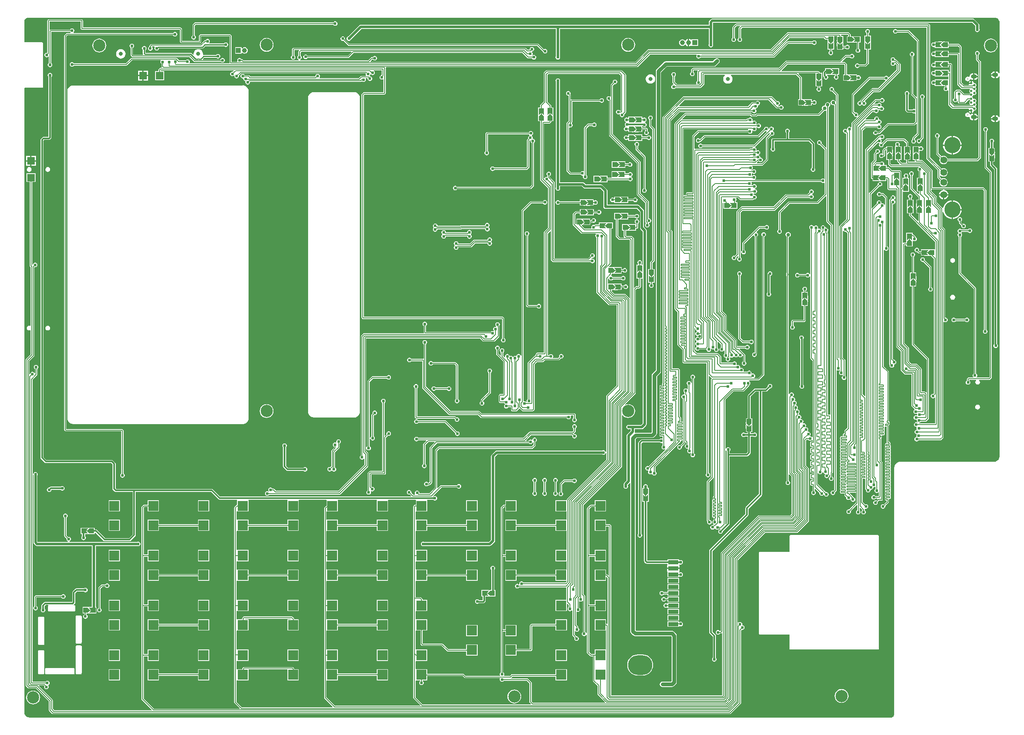
<source format=gtl>
G04*
G04 #@! TF.GenerationSoftware,Altium Limited,Altium Designer,20.1.8 (145)*
G04*
G04 Layer_Physical_Order=1*
G04 Layer_Color=824512*
%FSAX24Y24*%
%MOIN*%
G70*
G04*
G04 #@! TF.SameCoordinates,7D9F505B-2EBF-4E8E-82AC-92A1240CC430*
G04*
G04*
G04 #@! TF.FilePolarity,Positive*
G04*
G01*
G75*
%ADD11C,0.0100*%
%ADD15C,0.0200*%
%ADD17C,0.0120*%
%ADD21R,0.0320X0.0400*%
%ADD22R,0.0400X0.0320*%
%ADD23R,0.0600X0.0600*%
%ADD24R,0.0787X0.0320*%
%ADD25O,0.1969X0.1575*%
%ADD26R,0.0600X0.0600*%
%ADD27R,0.0787X0.0787*%
%ADD38C,0.0315*%
%ADD46C,0.0060*%
%ADD47C,0.0300*%
%ADD48C,0.0394*%
%ADD49R,0.0394X0.0394*%
%ADD50C,0.0984*%
%ADD51C,0.0550*%
%ADD52C,0.1300*%
%ADD53C,0.0197*%
%ADD54O,0.0472X0.0330*%
%ADD55C,0.0118*%
%ADD56C,0.0240*%
%ADD57C,0.0300*%
G36*
X088387Y066924D02*
X088484Y066884D01*
X088568Y066820D01*
X088632Y066736D01*
X088672Y066639D01*
X088685Y066539D01*
X088683Y066531D01*
X088683Y062459D01*
X088633Y062449D01*
X088632Y062451D01*
X088589Y062506D01*
X088534Y062548D01*
X088470Y062575D01*
X088400Y062584D01*
X088379D01*
Y062317D01*
Y062050D01*
X088400D01*
X088470Y062059D01*
X088534Y062085D01*
X088589Y062128D01*
X088632Y062183D01*
X088633Y062185D01*
X088683Y062175D01*
X088682Y058925D01*
X088632Y058915D01*
X088632Y058915D01*
X088589Y058970D01*
X088534Y059013D01*
X088470Y059040D01*
X088400Y059049D01*
X088379D01*
Y058781D01*
Y058514D01*
X088400D01*
X088470Y058523D01*
X088534Y058550D01*
X088589Y058593D01*
X088632Y058648D01*
X088632Y058648D01*
X088682Y058638D01*
X088677Y031612D01*
X088676Y031563D01*
Y031563D01*
X088672Y031515D01*
X088663Y031441D01*
X088620Y031338D01*
X088552Y031249D01*
X088463Y031181D01*
X088359Y031138D01*
X088259Y031125D01*
X088259Y031125D01*
Y031125D01*
X088210Y031121D01*
X080760Y031121D01*
X080710Y031123D01*
X080700Y031124D01*
X080662Y031119D01*
X080567Y031107D01*
X080443Y031055D01*
X080337Y030974D01*
X080255Y030867D01*
X080204Y030743D01*
X080188Y030620D01*
X080188Y030620D01*
X080189Y030571D01*
X080189Y010821D01*
X080183Y010772D01*
X080183D01*
X080183Y010772D01*
X080174Y010708D01*
X080144Y010634D01*
X080096Y010572D01*
X080033Y010524D01*
X079978Y010501D01*
X010527Y010501D01*
X010477Y010501D01*
X010477Y010501D01*
Y010501D01*
X010429Y010507D01*
X010375Y010514D01*
X010281Y010553D01*
X010201Y010614D01*
X010139Y010695D01*
X010100Y010789D01*
X010087Y010889D01*
X010087D01*
X010087Y010889D01*
X010082Y056993D01*
X010082Y056993D01*
X010082Y061238D01*
X010117Y061274D01*
X011496D01*
X011529Y061280D01*
X011557Y061299D01*
X011576Y061327D01*
X011582Y061360D01*
Y064860D01*
X011576Y064893D01*
X011557Y064922D01*
X011529Y064940D01*
X011496Y064947D01*
X010082D01*
X010082Y066576D01*
X010083Y066625D01*
Y066625D01*
X010088Y066673D01*
X010093Y066706D01*
X010123Y066780D01*
X010172Y066843D01*
X010235Y066892D01*
X010308Y066922D01*
X010385Y066932D01*
X010385Y066932D01*
Y066932D01*
X010386Y066933D01*
X088283Y066933D01*
X088297Y066936D01*
X088387Y066924D01*
D02*
G37*
%LPC*%
G36*
X035133Y066646D02*
X035062Y066633D01*
X035003Y066593D01*
X034973Y066548D01*
X023860D01*
X023825Y066541D01*
X023795Y066522D01*
X023666Y066392D01*
X023646Y066362D01*
X023639Y066327D01*
Y065500D01*
X023601Y065474D01*
X023561Y065415D01*
X023547Y065345D01*
X023561Y065274D01*
X023601Y065215D01*
X023660Y065175D01*
X023731Y065161D01*
X023801Y065175D01*
X023860Y065215D01*
X023900Y065274D01*
X023914Y065345D01*
X023900Y065415D01*
X023860Y065474D01*
X023822Y065500D01*
Y066289D01*
X023898Y066365D01*
X034982D01*
X035003Y066333D01*
X035062Y066293D01*
X035133Y066279D01*
X035203Y066293D01*
X035262Y066333D01*
X035302Y066393D01*
X035316Y066463D01*
X035302Y066533D01*
X035262Y066593D01*
X035203Y066633D01*
X035133Y066646D01*
D02*
G37*
G36*
X086545Y066846D02*
X065528D01*
X065465Y066834D01*
X065412Y066798D01*
X065295Y066681D01*
X065260Y066628D01*
X065247Y066566D01*
Y066354D01*
X037185D01*
X037123Y066342D01*
X037070Y066306D01*
X036176Y065413D01*
X036165Y065410D01*
X036106Y065371D01*
X036066Y065311D01*
X036052Y065241D01*
X036066Y065171D01*
X036106Y065111D01*
X036165Y065071D01*
X036235Y065057D01*
X036306Y065071D01*
X036365Y065111D01*
X036405Y065171D01*
X036407Y065182D01*
X037253Y066028D01*
X052908D01*
Y063820D01*
X052901Y063810D01*
X052887Y063740D01*
X052901Y063670D01*
X052941Y063610D01*
X053001Y063571D01*
X053071Y063557D01*
X053141Y063571D01*
X053201Y063610D01*
X053240Y063670D01*
X053254Y063740D01*
X053240Y063810D01*
X053234Y063820D01*
Y066028D01*
X065245D01*
Y064793D01*
X065241Y064787D01*
X065227Y064716D01*
X065241Y064646D01*
X065281Y064587D01*
X065340Y064547D01*
X065410Y064533D01*
X065481Y064547D01*
X065540Y064587D01*
X065580Y064646D01*
X065594Y064716D01*
X065580Y064787D01*
X065572Y064799D01*
Y066182D01*
X065574Y066191D01*
Y066498D01*
X065595Y066520D01*
X086478D01*
X086721Y066276D01*
Y066021D01*
X086709Y065957D01*
X086723Y065886D01*
X086762Y065827D01*
X086822Y065787D01*
X086892Y065773D01*
X086962Y065787D01*
X087022Y065827D01*
X087062Y065886D01*
X087076Y065957D01*
X087062Y066027D01*
X087048Y066048D01*
Y066344D01*
X087035Y066406D01*
X087000Y066459D01*
X086661Y066798D01*
X086608Y066834D01*
X086545Y066846D01*
D02*
G37*
G36*
X063564Y065211D02*
X063537Y065207D01*
X063465Y065177D01*
X063403Y065129D01*
X063371Y065088D01*
X063316Y065083D01*
X063309Y065086D01*
X063298Y065101D01*
X063244Y065142D01*
X063181Y065168D01*
X063114Y065177D01*
X063047Y065168D01*
X062985Y065142D01*
X062931Y065101D01*
X062890Y065047D01*
X062864Y064985D01*
X062855Y064918D01*
X062864Y064851D01*
X062890Y064788D01*
X062931Y064735D01*
X062985Y064693D01*
X063047Y064668D01*
X063114Y064659D01*
X063181Y064668D01*
X063244Y064693D01*
X063298Y064735D01*
X063309Y064749D01*
X063316Y064752D01*
X063371Y064748D01*
X063403Y064706D01*
X063465Y064658D01*
X063537Y064629D01*
X063564Y064625D01*
Y064918D01*
Y065211D01*
D02*
G37*
G36*
X084261Y065009D02*
X084161D01*
X084149Y065004D01*
X084141D01*
X084141Y065004D01*
X084093Y064996D01*
X084061Y065009D01*
X083761D01*
X083749Y065004D01*
X083466D01*
Y064943D01*
X083416Y064916D01*
X083356Y064928D01*
X083286Y064914D01*
X083227Y064874D01*
X083187Y064814D01*
X083173Y064744D01*
X083187Y064674D01*
X083227Y064614D01*
X083286Y064575D01*
X083356Y064561D01*
X083416Y064572D01*
X083466Y064545D01*
Y064484D01*
X083749D01*
X083761Y064479D01*
X084061D01*
X084093Y064492D01*
X084141Y064484D01*
D01*
X084161Y064479D01*
X084261D01*
X084273Y064484D01*
X084581D01*
Y064635D01*
X085336D01*
X085440Y064531D01*
Y064107D01*
X085430Y064098D01*
X085390Y064082D01*
X085374Y064092D01*
X085339Y064099D01*
X084581D01*
Y064268D01*
X084273D01*
X084261Y064273D01*
X084161D01*
X084149Y064268D01*
X084141D01*
X084141Y064268D01*
X084093Y064259D01*
X084061Y064273D01*
X083761D01*
X083749Y064268D01*
X083466D01*
Y064206D01*
X083416Y064179D01*
X083356Y064191D01*
X083286Y064177D01*
X083227Y064137D01*
X083187Y064078D01*
X083173Y064008D01*
X083187Y063937D01*
X083227Y063878D01*
X083286Y063838D01*
X083356Y063824D01*
X083416Y063836D01*
X083466Y063809D01*
Y063748D01*
X083749D01*
X083761Y063743D01*
X084061D01*
X084093Y063756D01*
X084141Y063748D01*
D01*
X084161Y063743D01*
X084261D01*
X084273Y063748D01*
X084581D01*
Y063916D01*
X085282D01*
Y061565D01*
X085289Y061530D01*
X085309Y061500D01*
X085587Y061223D01*
X085617Y061203D01*
X085652Y061196D01*
X086282D01*
X086298Y061146D01*
X086283Y061136D01*
X086248Y061084D01*
X086236Y061022D01*
X086248Y060960D01*
X086283Y060908D01*
X086303Y060894D01*
Y060834D01*
X086283Y060821D01*
X086268Y060799D01*
X085827D01*
X085535Y061090D01*
X085505Y061110D01*
X085470Y061117D01*
X085231D01*
X085196Y061110D01*
X085166Y061090D01*
X085052Y060976D01*
X085032Y060946D01*
X085025Y060911D01*
Y060466D01*
X084979Y060435D01*
X084939Y060375D01*
X084925Y060305D01*
X084939Y060235D01*
X084979Y060175D01*
X085038Y060136D01*
X085108Y060122D01*
X085178Y060136D01*
X085238Y060175D01*
X085268Y060220D01*
X085318Y060205D01*
Y060135D01*
X085325Y060100D01*
X085345Y060070D01*
X085380Y060035D01*
X085410Y060015D01*
X085445Y060008D01*
X085837D01*
X085872Y060015D01*
X085902Y060035D01*
X086168Y060301D01*
X086267D01*
X086283Y060278D01*
X086303Y060264D01*
Y060204D01*
X086283Y060191D01*
X086248Y060139D01*
X086236Y060077D01*
X086248Y060015D01*
X086283Y059963D01*
X086297Y059953D01*
X086282Y059903D01*
X085083D01*
X084861Y060126D01*
Y063137D01*
X084854Y063173D01*
X084834Y063202D01*
X084799Y063238D01*
X084769Y063257D01*
X084734Y063264D01*
X084581D01*
Y063433D01*
X084273D01*
X084261Y063438D01*
X084161D01*
X084149Y063433D01*
X084141D01*
X084141Y063433D01*
X084093Y063424D01*
X084061Y063438D01*
X083761D01*
X083749Y063433D01*
X083466D01*
Y063308D01*
X083416Y063281D01*
X083356Y063293D01*
X083286Y063279D01*
X083227Y063239D01*
X083187Y063180D01*
X083173Y063110D01*
X083187Y063039D01*
X083227Y062980D01*
X083286Y062940D01*
X083356Y062926D01*
X083416Y062938D01*
X083466Y062913D01*
Y062913D01*
X083749D01*
X083761Y062908D01*
X084061D01*
X084093Y062921D01*
X084141Y062913D01*
D01*
X084161Y062908D01*
X084261D01*
X084273Y062913D01*
X084581D01*
Y063081D01*
X084677D01*
Y062592D01*
X084670Y062583D01*
X084631Y062558D01*
X084581Y062571D01*
Y062713D01*
X084298D01*
X084286Y062718D01*
X083986D01*
X083954Y062704D01*
X083906Y062713D01*
D01*
X083886Y062718D01*
X083786D01*
X083774Y062713D01*
X083466D01*
Y062651D01*
X083416Y062624D01*
X083356Y062636D01*
X083286Y062622D01*
X083227Y062583D01*
X083187Y062523D01*
X083173Y062453D01*
X083187Y062382D01*
X083227Y062323D01*
X083286Y062283D01*
X083356Y062269D01*
X083416Y062281D01*
X083466Y062254D01*
Y062193D01*
X083774D01*
X083786Y062188D01*
X083886D01*
X083898Y062193D01*
X083906D01*
X083906Y062193D01*
X083954Y062201D01*
X083986Y062188D01*
X084286D01*
X084298Y062193D01*
X084557D01*
Y061956D01*
X084273D01*
X084261Y061961D01*
X084161D01*
X084149Y061956D01*
X084141D01*
X084141Y061956D01*
X084093Y061947D01*
X084061Y061961D01*
X083761D01*
X083749Y061956D01*
X083466D01*
Y061894D01*
X083416Y061867D01*
X083356Y061879D01*
X083286Y061865D01*
X083227Y061826D01*
X083187Y061766D01*
X083173Y061696D01*
X083187Y061626D01*
X083227Y061566D01*
X083286Y061526D01*
X083356Y061512D01*
X083416Y061524D01*
X083466Y061497D01*
Y061436D01*
X083749D01*
X083761Y061431D01*
X084061D01*
X084093Y061444D01*
X084141Y061436D01*
D01*
X084161Y061431D01*
X084222D01*
X084269Y061384D01*
Y061355D01*
X084231Y061329D01*
X084192Y061270D01*
X084178Y061200D01*
X084192Y061129D01*
X084231Y061070D01*
X084291Y061030D01*
X084361Y061016D01*
X084431Y061030D01*
X084491Y061070D01*
X084507Y061094D01*
X084557Y061079D01*
Y059919D01*
X084564Y059884D01*
X084584Y059854D01*
X084812Y059626D01*
X084842Y059607D01*
X084877Y059600D01*
X086200D01*
X086227Y059550D01*
X086210Y059524D01*
X086205Y059497D01*
X086397D01*
Y059447D01*
X086447D01*
Y059254D01*
X086475Y059260D01*
X086540Y059304D01*
X086584Y059369D01*
X086591Y059402D01*
X086642Y059443D01*
X086704Y059455D01*
X086756Y059490D01*
X086791Y059543D01*
X086804Y059604D01*
X086791Y059666D01*
X086756Y059719D01*
X086737Y059732D01*
Y059792D01*
X086756Y059805D01*
X086791Y059858D01*
X086804Y059919D01*
X086791Y059981D01*
X086756Y060034D01*
X086737Y060047D01*
Y060107D01*
X086756Y060120D01*
X086791Y060173D01*
X086804Y060234D01*
X086791Y060296D01*
X086756Y060349D01*
X086704Y060384D01*
X086642Y060396D01*
X086606Y060389D01*
X086575Y060391D01*
X086552Y060425D01*
X086546Y060454D01*
X086511Y060506D01*
X086492Y060519D01*
Y060579D01*
X086511Y060593D01*
X086546Y060645D01*
X086552Y060674D01*
X086575Y060708D01*
X086606Y060710D01*
X086642Y060703D01*
X086704Y060715D01*
X086756Y060750D01*
X086791Y060802D01*
X086804Y060864D01*
X086791Y060926D01*
X086756Y060978D01*
X086737Y060992D01*
Y061052D01*
X086756Y061065D01*
X086791Y061117D01*
X086804Y061179D01*
X086791Y061241D01*
X086756Y061293D01*
X086737Y061307D01*
Y061367D01*
X086756Y061380D01*
X086791Y061432D01*
X086803Y061494D01*
X086791Y061556D01*
X086756Y061608D01*
X086704Y061643D01*
X086642Y061656D01*
X086591Y061696D01*
X086584Y061729D01*
X086540Y061795D01*
X086475Y061839D01*
X086447Y061844D01*
Y061652D01*
X086397D01*
Y061602D01*
X086205D01*
X086210Y061574D01*
X086227Y061549D01*
X086200Y061499D01*
X085858D01*
X085623Y061734D01*
Y064569D01*
X085616Y064604D01*
X085596Y064634D01*
X085439Y064791D01*
X085409Y064811D01*
X085374Y064818D01*
X084581D01*
Y065004D01*
X084273D01*
X084261Y065009D01*
D02*
G37*
G36*
X063664Y065211D02*
Y064918D01*
Y064625D01*
X063692Y064629D01*
X063764Y064658D01*
X063808Y064692D01*
X063858Y064668D01*
Y064661D01*
X064371D01*
Y065175D01*
X063858D01*
Y065167D01*
X063808Y065144D01*
X063764Y065177D01*
X063692Y065207D01*
X063664Y065211D01*
D02*
G37*
G36*
X024843Y065223D02*
X024772Y065209D01*
X024713Y065169D01*
X024687Y065131D01*
X024656D01*
X024620Y065124D01*
X024591Y065104D01*
X024288Y064802D01*
X020315D01*
X020280Y064795D01*
X020250Y064775D01*
X020169Y064694D01*
X020149Y064664D01*
X020142Y064629D01*
Y064610D01*
X020103Y064584D01*
X020063Y064524D01*
X020049Y064454D01*
X020063Y064384D01*
X020103Y064324D01*
X020163Y064285D01*
X020233Y064271D01*
X020303Y064285D01*
X020363Y064324D01*
X020403Y064384D01*
X020417Y064454D01*
X020403Y064524D01*
X020373Y064569D01*
X020393Y064616D01*
X020395Y064619D01*
X020565D01*
X020592Y064569D01*
X020569Y064534D01*
X020555Y064464D01*
X020569Y064393D01*
X020609Y064334D01*
X020668Y064294D01*
X020738Y064280D01*
X020809Y064294D01*
X020868Y064334D01*
X020908Y064393D01*
X020921Y064458D01*
X024452D01*
X024452Y064458D01*
X024495Y064467D01*
X024531Y064491D01*
X024672Y064632D01*
X026177D01*
X026189Y064614D01*
X026249Y064575D01*
X026319Y064561D01*
X026389Y064575D01*
X026449Y064614D01*
X026488Y064674D01*
X026502Y064744D01*
X026488Y064814D01*
X026449Y064874D01*
X026389Y064914D01*
X026319Y064928D01*
X026249Y064914D01*
X026189Y064874D01*
X026177Y064856D01*
X024982D01*
X024967Y064906D01*
X024972Y064910D01*
X025012Y064969D01*
X025026Y065039D01*
X025012Y065110D01*
X024972Y065169D01*
X024913Y065209D01*
X024843Y065223D01*
D02*
G37*
G36*
X027831Y064549D02*
X027764Y064540D01*
X027702Y064514D01*
X027648Y064473D01*
X027638Y064460D01*
X027588Y064477D01*
Y064547D01*
X027074D01*
Y064033D01*
X027588D01*
Y064103D01*
X027638Y064120D01*
X027648Y064107D01*
X027702Y064066D01*
X027764Y064040D01*
X027831Y064031D01*
X027898Y064040D01*
X027961Y064066D01*
X028014Y064107D01*
X028056Y064161D01*
X028082Y064223D01*
X028090Y064290D01*
X028082Y064357D01*
X028056Y064420D01*
X028014Y064473D01*
X027961Y064514D01*
X027898Y064540D01*
X027831Y064549D01*
D02*
G37*
G36*
X058744Y065301D02*
X058600Y065282D01*
X058466Y065226D01*
X058350Y065138D01*
X058262Y065023D01*
X058206Y064888D01*
X058187Y064744D01*
X058206Y064600D01*
X058262Y064466D01*
X058350Y064350D01*
X058466Y064262D01*
X058600Y064206D01*
X058744Y064187D01*
X058888Y064206D01*
X059023Y064262D01*
X059138Y064350D01*
X059226Y064466D01*
X059282Y064600D01*
X059301Y064744D01*
X059282Y064888D01*
X059226Y065023D01*
X059138Y065138D01*
X059023Y065226D01*
X058888Y065282D01*
X058744Y065301D01*
D02*
G37*
G36*
X029609D02*
X029465Y065282D01*
X029330Y065226D01*
X029215Y065138D01*
X029127Y065023D01*
X029071Y064888D01*
X029052Y064744D01*
X029071Y064600D01*
X029127Y064466D01*
X029215Y064350D01*
X029330Y064262D01*
X029465Y064206D01*
X029609Y064187D01*
X029753Y064206D01*
X029887Y064262D01*
X030003Y064350D01*
X030091Y064466D01*
X030147Y064600D01*
X030166Y064744D01*
X030147Y064888D01*
X030091Y065023D01*
X030003Y065138D01*
X029887Y065226D01*
X029753Y065282D01*
X029609Y065301D01*
D02*
G37*
G36*
X087972Y065242D02*
X087828Y065223D01*
X087694Y065167D01*
X087579Y065079D01*
X087490Y064963D01*
X087435Y064829D01*
X087416Y064685D01*
X087435Y064541D01*
X087490Y064407D01*
X087579Y064291D01*
X087694Y064203D01*
X087828Y064147D01*
X087972Y064128D01*
X088117Y064147D01*
X088251Y064203D01*
X088366Y064291D01*
X088455Y064407D01*
X088510Y064541D01*
X088529Y064685D01*
X088510Y064829D01*
X088455Y064963D01*
X088366Y065079D01*
X088251Y065167D01*
X088117Y065223D01*
X087972Y065242D01*
D02*
G37*
G36*
X016122D02*
X015978Y065223D01*
X015844Y065167D01*
X015728Y065079D01*
X015640Y064963D01*
X015584Y064829D01*
X015565Y064685D01*
X015584Y064541D01*
X015640Y064407D01*
X015728Y064291D01*
X015844Y064203D01*
X015978Y064147D01*
X016122Y064128D01*
X016266Y064147D01*
X016400Y064203D01*
X016516Y064291D01*
X016604Y064407D01*
X016660Y064541D01*
X016679Y064685D01*
X016660Y064829D01*
X016604Y064963D01*
X016516Y065079D01*
X016400Y065167D01*
X016266Y065223D01*
X016122Y065242D01*
D02*
G37*
G36*
X014680Y066806D02*
X012062D01*
X012027Y066799D01*
X011997Y066779D01*
X011958Y066740D01*
X011938Y066710D01*
X011931Y066675D01*
Y064139D01*
X011884Y064099D01*
X011872Y064101D01*
X011802Y064087D01*
X011743Y064048D01*
X011703Y063988D01*
X011689Y063918D01*
X011703Y063848D01*
X011743Y063788D01*
X011802Y063748D01*
X011872Y063734D01*
X011943Y063748D01*
X012002Y063788D01*
X012004Y063791D01*
X012054Y063775D01*
Y063265D01*
X012016Y063240D01*
X011976Y063180D01*
X011962Y063110D01*
X011976Y063040D01*
X012016Y062980D01*
X012075Y062941D01*
X012146Y062927D01*
X012216Y062941D01*
X012275Y062980D01*
X012315Y063040D01*
X012329Y063110D01*
X012315Y063180D01*
X012275Y063240D01*
X012237Y063265D01*
Y065788D01*
X013774D01*
X013799Y065750D01*
X013807Y065744D01*
X013792Y065694D01*
X013512D01*
X013477Y065687D01*
X013447Y065668D01*
X013308Y065529D01*
X013288Y065499D01*
X013281Y065464D01*
Y033707D01*
X013288Y033672D01*
X013308Y033642D01*
X013343Y033607D01*
X013373Y033587D01*
X013408Y033580D01*
X017900D01*
Y030175D01*
X017862Y030149D01*
X017823Y030090D01*
X017809Y030020D01*
X017823Y029949D01*
X017862Y029890D01*
X017922Y029850D01*
X017992Y029836D01*
X018062Y029850D01*
X018122Y029890D01*
X018162Y029949D01*
X018176Y030020D01*
X018162Y030090D01*
X018122Y030149D01*
X018084Y030175D01*
Y033637D01*
X018077Y033672D01*
X018057Y033702D01*
X018022Y033737D01*
X017992Y033757D01*
X017957Y033764D01*
X013465D01*
Y065426D01*
X013550Y065511D01*
X022065D01*
X022091Y065473D01*
X022150Y065433D01*
X022221Y065419D01*
X022291Y065433D01*
X022350Y065473D01*
X022390Y065532D01*
X022404Y065603D01*
X022390Y065673D01*
X022350Y065732D01*
X022291Y065772D01*
X022221Y065786D01*
X022150Y065772D01*
X022091Y065732D01*
X022065Y065694D01*
X014066D01*
X014051Y065744D01*
X014059Y065750D01*
X014099Y065809D01*
X014113Y065879D01*
X014099Y065950D01*
X014059Y066009D01*
X013999Y066049D01*
X013929Y066063D01*
X013859Y066049D01*
X013799Y066009D01*
X013774Y065971D01*
X012181D01*
X012165Y065968D01*
X012122Y065994D01*
X012115Y066003D01*
Y066623D01*
X014623D01*
Y066063D01*
X014630Y066028D01*
X014650Y065998D01*
X014680Y065978D01*
X014715Y065971D01*
X022590D01*
X022615Y065946D01*
Y065006D01*
X022622Y064970D01*
X022642Y064941D01*
X022677Y064906D01*
X022707Y064886D01*
X022742Y064879D01*
X024204D01*
X024239Y064886D01*
X024269Y064906D01*
X024304Y064941D01*
X024324Y064970D01*
X024331Y065006D01*
Y065408D01*
X026605D01*
Y063316D01*
X026608Y063303D01*
X026576Y063253D01*
X023422D01*
X023396Y063303D01*
X023402Y063313D01*
X023416Y063383D01*
X023402Y063453D01*
X023363Y063513D01*
X023303Y063553D01*
X023233Y063567D01*
X023163Y063553D01*
X023103Y063513D01*
X023078Y063475D01*
X022570D01*
X022379Y063666D01*
X022349Y063686D01*
X022314Y063693D01*
X018739D01*
X018704Y063686D01*
X018674Y063666D01*
X018261Y063253D01*
X014084D01*
X014059Y063291D01*
X013999Y063331D01*
X013929Y063345D01*
X013859Y063331D01*
X013799Y063291D01*
X013760Y063232D01*
X013746Y063161D01*
X013760Y063091D01*
X013799Y063032D01*
X013859Y062992D01*
X013929Y062978D01*
X013999Y062992D01*
X014059Y063032D01*
X014084Y063070D01*
X018299D01*
X018334Y063077D01*
X018364Y063097D01*
X018777Y063509D01*
X021046D01*
X021072Y063459D01*
X021059Y063440D01*
X021045Y063370D01*
X021059Y063299D01*
X021099Y063240D01*
X021137Y063214D01*
Y062992D01*
X021144Y062956D01*
X021158Y062935D01*
X021143Y062885D01*
X021045D01*
X021010Y062878D01*
X020981Y062858D01*
X020919Y062797D01*
X020899Y062767D01*
X020892Y062732D01*
Y062624D01*
X020624D01*
Y061904D01*
X021344D01*
Y062624D01*
X021076D01*
Y062694D01*
X021083Y062702D01*
X026945D01*
X026965Y062655D01*
X026885Y062576D01*
X026841Y062585D01*
X026770Y062571D01*
X026711Y062531D01*
X026671Y062472D01*
X026657Y062402D01*
X026671Y062331D01*
X026711Y062272D01*
X026770Y062232D01*
X026841Y062218D01*
X026911Y062232D01*
X026970Y062272D01*
X026973Y062276D01*
X027020Y062256D01*
X027011Y062213D01*
X027025Y062142D01*
X027065Y062083D01*
X027125Y062043D01*
X027195Y062029D01*
X027265Y062043D01*
X027325Y062083D01*
X027364Y062142D01*
X027378Y062213D01*
X027369Y062257D01*
X027560Y062448D01*
X037568D01*
X037603Y062407D01*
X037597Y062376D01*
X037611Y062306D01*
X037622Y062289D01*
X037595Y062239D01*
X037244D01*
X037208Y062232D01*
X037179Y062212D01*
X037026Y062060D01*
X033896D01*
X033869Y062110D01*
X033890Y062141D01*
X033904Y062211D01*
X033890Y062281D01*
X033850Y062341D01*
X033791Y062381D01*
X033720Y062395D01*
X033650Y062381D01*
X033591Y062341D01*
X033551Y062281D01*
X033537Y062211D01*
X033500Y062180D01*
X028303D01*
X028207Y062276D01*
X028177Y062296D01*
X028142Y062303D01*
X027830D01*
X027804Y062342D01*
X027744Y062382D01*
X027674Y062396D01*
X027604Y062382D01*
X027544Y062342D01*
X027504Y062283D01*
X027490Y062213D01*
X027504Y062142D01*
X027544Y062083D01*
X027604Y062043D01*
X027674Y062029D01*
X027689Y062032D01*
X027724Y061997D01*
X027721Y061981D01*
X027735Y061911D01*
X027775Y061852D01*
X027835Y061812D01*
X027860Y061807D01*
X027902Y061783D01*
X027896Y061752D01*
X027889Y061713D01*
X027902Y061642D01*
X027942Y061583D01*
X028002Y061543D01*
X028072Y061529D01*
X028142Y061543D01*
X028202Y061583D01*
X028242Y061642D01*
X028256Y061713D01*
X028287Y061751D01*
X037185D01*
X037221Y061758D01*
X037250Y061778D01*
X037274Y061802D01*
X037290Y061800D01*
X037350Y061760D01*
X037420Y061746D01*
X037490Y061760D01*
X037550Y061800D01*
X037590Y061860D01*
X037604Y061930D01*
X037590Y062000D01*
X037582Y062012D01*
X037605Y062056D01*
X037718D01*
X037750Y062018D01*
X037764Y061947D01*
X037803Y061888D01*
X037863Y061848D01*
X037933Y061834D01*
X038003Y061848D01*
X038063Y061888D01*
X038103Y061947D01*
X038117Y062018D01*
X038103Y062088D01*
X038063Y062147D01*
X038003Y062187D01*
X037933Y062201D01*
X037932Y062201D01*
X037912Y062243D01*
X037911Y062248D01*
X037950Y062306D01*
X037958Y062346D01*
X038011Y062357D01*
X038070Y062318D01*
X038140Y062304D01*
X038211Y062318D01*
X038270Y062357D01*
X038310Y062417D01*
X038324Y062487D01*
X038310Y062557D01*
X038270Y062617D01*
X038218Y062652D01*
X038220Y062684D01*
X038227Y062702D01*
X038900D01*
Y062321D01*
X038898Y062319D01*
X038827Y062305D01*
X038768Y062266D01*
X038728Y062206D01*
X038714Y062136D01*
X038728Y062066D01*
X038768Y062006D01*
X038827Y061966D01*
X038898Y061952D01*
X038968Y061966D01*
X038978Y061973D01*
X039022Y061949D01*
Y060923D01*
X037441D01*
X037406Y060916D01*
X037376Y060896D01*
X037370Y060886D01*
X037287Y060804D01*
X037268Y060774D01*
X037261Y060739D01*
Y042758D01*
X037268Y042723D01*
X037287Y042693D01*
X037323Y042658D01*
X037352Y042638D01*
X037388Y042631D01*
X048577D01*
X048579Y042629D01*
Y041083D01*
X048541Y041058D01*
X048502Y040998D01*
X048488Y040928D01*
X048502Y040858D01*
X048541Y040798D01*
X048601Y040759D01*
X048671Y040745D01*
X048741Y040759D01*
X048801Y040798D01*
X048841Y040858D01*
X048855Y040928D01*
X048841Y040998D01*
X048801Y041058D01*
X048763Y041083D01*
Y042667D01*
X048756Y042702D01*
X048736Y042732D01*
X048680Y042788D01*
X048650Y042808D01*
X048615Y042815D01*
X037444D01*
Y060701D01*
X037482Y060739D01*
X039078D01*
X039113Y060746D01*
X039143Y060766D01*
X039178Y060801D01*
X039198Y060831D01*
X039205Y060866D01*
Y062878D01*
X039203Y062892D01*
X039235Y062942D01*
X059460D01*
X059495Y062949D01*
X059525Y062968D01*
X060526Y063970D01*
X064253D01*
X064279Y063920D01*
X064259Y063888D01*
X064245Y063818D01*
X064259Y063748D01*
X064298Y063688D01*
X064358Y063648D01*
X064428Y063634D01*
X064498Y063648D01*
X064558Y063688D01*
X064583Y063726D01*
X070501D01*
X070536Y063733D01*
X070566Y063753D01*
X071639Y064826D01*
X073592D01*
X073618Y064788D01*
X073677Y064748D01*
X073747Y064734D01*
X073818Y064748D01*
X073877Y064788D01*
X073917Y064848D01*
X073931Y064918D01*
X073917Y064988D01*
X073877Y065048D01*
X073818Y065087D01*
X073747Y065101D01*
X073677Y065087D01*
X073618Y065048D01*
X073592Y065010D01*
X071601D01*
X071566Y065003D01*
X071536Y064983D01*
X070463Y063910D01*
X064628D01*
X064622Y063920D01*
X064651Y063970D01*
X070392D01*
X070428Y063976D01*
X070457Y063996D01*
X071743Y065282D01*
X074530D01*
X074625Y065188D01*
X074654Y065168D01*
X074689Y065161D01*
X074808D01*
X074813Y065153D01*
Y065053D01*
X074818Y065041D01*
Y065033D01*
X074818Y065033D01*
X074826Y064985D01*
X074813Y064953D01*
Y064653D01*
X074818Y064641D01*
Y064358D01*
X074986D01*
Y064237D01*
X074948Y064212D01*
X074908Y064152D01*
X074895Y064082D01*
X074908Y064012D01*
X074948Y063952D01*
X075008Y063913D01*
X075078Y063899D01*
X075148Y063913D01*
X075208Y063952D01*
X075248Y064012D01*
X075262Y064082D01*
X075248Y064152D01*
X075208Y064212D01*
X075170Y064237D01*
Y064358D01*
X075338D01*
Y064641D01*
X075343Y064653D01*
Y064953D01*
X075330Y064985D01*
X075338Y065033D01*
D01*
X075343Y065053D01*
Y065153D01*
X075338Y065164D01*
Y065448D01*
X075567D01*
Y065151D01*
X075562Y065139D01*
Y065039D01*
X075567Y065027D01*
Y065019D01*
X075567Y065019D01*
X075575Y064971D01*
X075562Y064939D01*
Y064639D01*
X075567Y064627D01*
Y064344D01*
X076087D01*
Y064472D01*
X076254D01*
X076280Y064434D01*
X076339Y064395D01*
X076410Y064381D01*
X076480Y064395D01*
X076539Y064434D01*
X076579Y064494D01*
X076593Y064564D01*
X076579Y064634D01*
X076539Y064694D01*
X076480Y064734D01*
X076410Y064748D01*
X076339Y064734D01*
X076280Y064694D01*
X076254Y064656D01*
X076092D01*
Y064939D01*
X076078Y064971D01*
X076087Y065019D01*
D01*
X076092Y065039D01*
Y065139D01*
X076087Y065151D01*
Y065459D01*
X075919D01*
Y065472D01*
X075912Y065508D01*
X075905Y065518D01*
X075929Y065568D01*
X076442D01*
X076497Y065513D01*
Y065434D01*
X076368D01*
Y064914D01*
X076676D01*
X076688Y064909D01*
X076788D01*
X076800Y064914D01*
X076808D01*
X076808Y064914D01*
X076856Y064922D01*
X076888Y064909D01*
X077173D01*
Y064458D01*
X077135Y064433D01*
X077095Y064373D01*
X077081Y064303D01*
X077095Y064233D01*
X077135Y064173D01*
X077195Y064133D01*
X077265Y064119D01*
X077335Y064133D01*
X077395Y064173D01*
X077434Y064233D01*
X077448Y064303D01*
X077434Y064373D01*
X077395Y064433D01*
X077357Y064458D01*
Y064914D01*
X077483D01*
Y065434D01*
X077200D01*
X077188Y065439D01*
X076888D01*
X076856Y065425D01*
X076808Y065434D01*
D01*
X076788Y065439D01*
X076728D01*
X076680Y065485D01*
Y065551D01*
X076673Y065586D01*
X076653Y065616D01*
X076545Y065724D01*
X076515Y065744D01*
X076480Y065751D01*
X071621D01*
X071586Y065744D01*
X071556Y065724D01*
X070225Y064393D01*
X060382D01*
X060346Y064386D01*
X060317Y064366D01*
X059323Y063373D01*
X037997D01*
X037978Y063419D01*
X038126Y063567D01*
X038179Y063564D01*
X038197Y063537D01*
X038257Y063497D01*
X038327Y063483D01*
X038397Y063497D01*
X038457Y063537D01*
X038497Y063597D01*
X038510Y063667D01*
X038497Y063737D01*
X038457Y063797D01*
X038397Y063837D01*
X038327Y063851D01*
X038257Y063837D01*
X038197Y063797D01*
X038172Y063759D01*
X038096D01*
X038061Y063752D01*
X038031Y063732D01*
X037792Y063493D01*
X032321D01*
X032316Y063543D01*
X032322Y063544D01*
X032382Y063584D01*
X032422Y063644D01*
X032436Y063714D01*
X032422Y063784D01*
X032382Y063844D01*
X032344Y063869D01*
Y064139D01*
X032408Y064203D01*
X036419D01*
X036438Y064157D01*
X036149Y063868D01*
X032894D01*
X032869Y063906D01*
X032809Y063946D01*
X032739Y063960D01*
X032669Y063946D01*
X032609Y063906D01*
X032570Y063846D01*
X032556Y063776D01*
X032570Y063706D01*
X032609Y063646D01*
X032669Y063606D01*
X032739Y063592D01*
X032809Y063606D01*
X032869Y063646D01*
X032894Y063684D01*
X036187D01*
X036223Y063691D01*
X036252Y063711D01*
X036624Y064083D01*
X050207D01*
X050614Y063675D01*
X050644Y063655D01*
X050679Y063648D01*
X050995D01*
X051021Y063610D01*
X051080Y063571D01*
X051151Y063557D01*
X051221Y063571D01*
X051280Y063610D01*
X051320Y063670D01*
X051334Y063740D01*
X051320Y063810D01*
X051280Y063870D01*
X051221Y063910D01*
X051151Y063924D01*
X051080Y063910D01*
X051053Y063892D01*
X051017Y063928D01*
X051036Y063955D01*
X051050Y064026D01*
X051036Y064096D01*
X050996Y064155D01*
X050991Y064159D01*
X050992Y064169D01*
X051006Y064209D01*
X051064Y064220D01*
X051124Y064260D01*
X051164Y064320D01*
X051178Y064390D01*
X051164Y064460D01*
X051124Y064520D01*
X051064Y064559D01*
X050994Y064573D01*
X050924Y064559D01*
X050864Y064520D01*
X050825Y064460D01*
X050811Y064390D01*
X050784Y064357D01*
X050644D01*
X050522Y064480D01*
X050492Y064499D01*
X050457Y064506D01*
X031783D01*
X031748Y064499D01*
X031718Y064480D01*
X031683Y064444D01*
X031663Y064415D01*
X031656Y064380D01*
Y063893D01*
X031618Y063868D01*
X031578Y063808D01*
X031564Y063738D01*
X031578Y063668D01*
X031618Y063608D01*
X031678Y063568D01*
X031748Y063554D01*
X031818Y063568D01*
X031878Y063608D01*
X031917Y063668D01*
X031931Y063738D01*
X031917Y063808D01*
X031878Y063868D01*
X031840Y063893D01*
Y064323D01*
X032203D01*
X032222Y064277D01*
X032187Y064242D01*
X032167Y064212D01*
X032160Y064177D01*
Y063869D01*
X032122Y063844D01*
X032083Y063784D01*
X032069Y063714D01*
X032083Y063644D01*
X032122Y063584D01*
X032182Y063544D01*
X032188Y063543D01*
X032184Y063493D01*
X027751D01*
X027675Y063569D01*
X027645Y063589D01*
X027610Y063596D01*
X027576D01*
X027551Y063634D01*
X027491Y063673D01*
X027421Y063687D01*
X027351Y063673D01*
X027291Y063634D01*
X027252Y063574D01*
X027238Y063504D01*
X027252Y063434D01*
X027259Y063423D01*
X027232Y063373D01*
X026789D01*
Y065465D01*
X026782Y065500D01*
X026762Y065530D01*
X026727Y065565D01*
X026697Y065585D01*
X026662Y065592D01*
X024274D01*
X024239Y065585D01*
X024209Y065565D01*
X024174Y065530D01*
X024154Y065500D01*
X024147Y065465D01*
Y065062D01*
X022798D01*
Y065984D01*
X022791Y066019D01*
X022772Y066049D01*
X022693Y066128D01*
X022663Y066148D01*
X022628Y066155D01*
X014806D01*
Y066679D01*
X014800Y066714D01*
X014780Y066744D01*
X014744Y066779D01*
X014715Y066799D01*
X014680Y066806D01*
D02*
G37*
G36*
X035738Y065424D02*
X035668Y065410D01*
X035608Y065371D01*
X035568Y065311D01*
X035554Y065241D01*
X035568Y065171D01*
X035608Y065111D01*
X035668Y065071D01*
X035738Y065057D01*
X035783Y065066D01*
X036170Y064679D01*
X036199Y064659D01*
X036234Y064652D01*
X051419D01*
X051858Y064213D01*
X051868Y064162D01*
X051908Y064103D01*
X051967Y064063D01*
X052037Y064049D01*
X052108Y064063D01*
X052167Y064103D01*
X052207Y064162D01*
X052221Y064232D01*
X052207Y064303D01*
X052167Y064362D01*
X052108Y064402D01*
X052037Y064416D01*
X051967Y064402D01*
X051944Y064386D01*
X051522Y064809D01*
X051492Y064829D01*
X051457Y064836D01*
X036272D01*
X035912Y065196D01*
X035921Y065241D01*
X035907Y065311D01*
X035868Y065371D01*
X035808Y065410D01*
X035738Y065424D01*
D02*
G37*
G36*
X076786Y064012D02*
X076716Y063998D01*
X076656Y063959D01*
X076631Y063920D01*
X076270D01*
X076235Y063914D01*
X076205Y063894D01*
X075783Y063471D01*
X071510D01*
X071474Y063464D01*
X071445Y063445D01*
X070879Y062879D01*
X063981D01*
X063946Y062872D01*
X063916Y062852D01*
X063844Y062780D01*
X063824Y062750D01*
X063817Y062715D01*
Y062555D01*
X063779Y062530D01*
X063739Y062470D01*
X063725Y062400D01*
X063739Y062330D01*
X063779Y062270D01*
X063839Y062230D01*
X063909Y062216D01*
X063979Y062230D01*
X064039Y062270D01*
X064079Y062330D01*
X064093Y062400D01*
X064079Y062470D01*
X064039Y062530D01*
X064001Y062555D01*
Y062677D01*
X064019Y062695D01*
X064344D01*
X064363Y062649D01*
X064347Y062634D01*
X064328Y062604D01*
X064321Y062569D01*
Y061844D01*
X064282Y061819D01*
X064242Y061759D01*
X064228Y061689D01*
X064242Y061620D01*
X064243Y061611D01*
X064216Y061570D01*
X062701D01*
X062502Y061769D01*
Y062190D01*
X062540Y062216D01*
X062580Y062275D01*
X062594Y062346D01*
X062580Y062416D01*
X062540Y062475D01*
X062481Y062515D01*
X062410Y062529D01*
X062340Y062515D01*
X062281Y062475D01*
X062241Y062416D01*
X062227Y062346D01*
X062241Y062275D01*
X062281Y062216D01*
X062319Y062190D01*
Y061731D01*
X062326Y061696D01*
X062345Y061666D01*
X062422Y061589D01*
X062406Y061553D01*
X062399Y061542D01*
X062331Y061529D01*
X062272Y061489D01*
X062232Y061429D01*
X062218Y061359D01*
X062232Y061289D01*
X062272Y061229D01*
X062331Y061189D01*
X062401Y061176D01*
X062472Y061189D01*
X062531Y061229D01*
X062556Y061267D01*
X064563D01*
X064598Y061274D01*
X064628Y061294D01*
X064852Y061518D01*
X064872Y061548D01*
X064879Y061583D01*
Y062324D01*
X066517D01*
X066534Y062274D01*
X066513Y062258D01*
X066453Y062180D01*
X066415Y062088D01*
X066402Y061991D01*
X066415Y061893D01*
X066453Y061801D01*
X066513Y061723D01*
X066591Y061663D01*
X066683Y061625D01*
X066780Y061612D01*
X066878Y061625D01*
X066970Y061663D01*
X067048Y061723D01*
X067108Y061801D01*
X067146Y061893D01*
X067159Y061991D01*
X067146Y062088D01*
X067108Y062180D01*
X067048Y062258D01*
X067027Y062274D01*
X067044Y062324D01*
X072290D01*
X072562Y062052D01*
Y060364D01*
X072434D01*
Y059844D01*
X072742D01*
X072754Y059839D01*
X072854D01*
X072866Y059844D01*
X072874D01*
X072874Y059844D01*
X072922Y059852D01*
X072954Y059839D01*
X073254D01*
X073266Y059844D01*
X073549D01*
Y059992D01*
X073599Y060002D01*
X073618Y059974D01*
X073677Y059934D01*
X073747Y059920D01*
X073818Y059934D01*
X073877Y059974D01*
X073917Y060034D01*
X073931Y060104D01*
X073917Y060174D01*
X073877Y060234D01*
X073818Y060273D01*
X073747Y060287D01*
X073677Y060273D01*
X073618Y060234D01*
X073599Y060206D01*
X073549Y060215D01*
Y060364D01*
X073266D01*
X073254Y060369D01*
X072954D01*
X072922Y060355D01*
X072874Y060364D01*
D01*
X072854Y060369D01*
X072794D01*
X072746Y060415D01*
Y062090D01*
X072739Y062125D01*
X072719Y062155D01*
X072476Y062398D01*
X072495Y062444D01*
X073854D01*
Y062181D01*
X073849Y062169D01*
Y062069D01*
X073854Y062058D01*
Y062049D01*
X073854Y062049D01*
X073863Y062002D01*
X073849Y061969D01*
Y061669D01*
X073854Y061658D01*
Y061374D01*
X074021D01*
Y061312D01*
X073983Y061287D01*
X073944Y061227D01*
X073930Y061157D01*
X073944Y061087D01*
X073983Y061027D01*
X074043Y060987D01*
X074113Y060973D01*
X074183Y060987D01*
X074243Y061027D01*
X074283Y061087D01*
X074297Y061157D01*
X074283Y061227D01*
X074243Y061287D01*
X074205Y061312D01*
Y061374D01*
X074374D01*
Y061658D01*
X074379Y061669D01*
Y061969D01*
X074366Y062002D01*
X074374Y062049D01*
D01*
X074379Y062069D01*
Y062169D01*
X074374Y062181D01*
Y062489D01*
X074204D01*
X074199Y062514D01*
X074179Y062544D01*
X074122Y062601D01*
X074093Y062621D01*
X074058Y062628D01*
X071122D01*
X071103Y062674D01*
X071597Y063168D01*
X076140D01*
X076200Y063109D01*
Y062364D01*
X076072D01*
Y061844D01*
X076380D01*
X076392Y061839D01*
X076492D01*
X076503Y061844D01*
X076512D01*
X076512Y061844D01*
X076559Y061852D01*
X076592Y061839D01*
X076892D01*
X076903Y061844D01*
X077187D01*
Y061916D01*
X077237Y061943D01*
X077247Y061935D01*
X077318Y061921D01*
X077388Y061935D01*
X077447Y061975D01*
X077487Y062035D01*
X077501Y062105D01*
X077487Y062175D01*
X077447Y062235D01*
X077388Y062275D01*
X077318Y062288D01*
X077247Y062275D01*
X077237Y062267D01*
X077187Y062294D01*
Y062364D01*
X076903D01*
X076892Y062369D01*
X076592D01*
X076559Y062356D01*
X076512Y062364D01*
D01*
X076492Y062369D01*
X076431D01*
X076383Y062416D01*
Y063147D01*
X076376Y063182D01*
X076356Y063211D01*
X076243Y063325D01*
X076214Y063344D01*
X076178Y063351D01*
X075987D01*
X075968Y063398D01*
X076308Y063737D01*
X076631D01*
X076656Y063699D01*
X076716Y063659D01*
X076786Y063645D01*
X076856Y063659D01*
X076916Y063699D01*
X076955Y063759D01*
X076969Y063829D01*
X076955Y063899D01*
X076916Y063959D01*
X076856Y063998D01*
X076786Y064012D01*
D02*
G37*
G36*
X017860Y064394D02*
X017762Y064381D01*
X017671Y064343D01*
X017593Y064283D01*
X017533Y064205D01*
X017495Y064114D01*
X017482Y064016D01*
X017495Y063918D01*
X017533Y063827D01*
X017593Y063748D01*
X017671Y063688D01*
X017762Y063650D01*
X017860Y063638D01*
X017958Y063650D01*
X018049Y063688D01*
X018128Y063748D01*
X018188Y063827D01*
X018226Y063918D01*
X018238Y064016D01*
X018226Y064114D01*
X018188Y064205D01*
X018128Y064283D01*
X018049Y064343D01*
X017958Y064381D01*
X017860Y064394D01*
D02*
G37*
G36*
X018737Y064831D02*
X018667Y064818D01*
X018607Y064778D01*
X018568Y064718D01*
X018554Y064648D01*
X018568Y064578D01*
X018607Y064518D01*
X018645Y064493D01*
Y063918D01*
X018652Y063883D01*
X018672Y063853D01*
X018749Y063777D01*
X018778Y063757D01*
X018813Y063750D01*
X023377D01*
X023750Y063378D01*
X023779Y063358D01*
X023814Y063351D01*
X025953D01*
X025965Y063353D01*
X025993Y063334D01*
X026063Y063320D01*
X026133Y063334D01*
X026193Y063374D01*
X026233Y063434D01*
X026247Y063504D01*
X026233Y063574D01*
X026193Y063634D01*
X026133Y063673D01*
X026063Y063687D01*
X025993Y063673D01*
X025933Y063634D01*
X025893Y063574D01*
X025886Y063534D01*
X024478D01*
X024459Y063581D01*
X024576Y063698D01*
X025548D01*
X025560Y063680D01*
X025619Y063641D01*
X025690Y063627D01*
X025760Y063641D01*
X025819Y063680D01*
X025859Y063740D01*
X025873Y063810D01*
X025859Y063880D01*
X025819Y063940D01*
X025760Y063980D01*
X025690Y063994D01*
X025619Y063980D01*
X025560Y063940D01*
X025548Y063922D01*
X024530D01*
X024530Y063922D01*
X024516Y063920D01*
X024471Y063959D01*
X024479Y064016D01*
X024466Y064114D01*
X024428Y064205D01*
X024368Y064283D01*
X024289Y064343D01*
X024198Y064381D01*
X024100Y064394D01*
X024003Y064381D01*
X023911Y064343D01*
X023833Y064283D01*
X023773Y064205D01*
X023735Y064114D01*
X023722Y064016D01*
X023726Y063984D01*
X023679Y063960D01*
X023579Y064061D01*
X023542Y064085D01*
X023499Y064094D01*
X023499Y064094D01*
X019851D01*
Y064328D01*
X019869Y064340D01*
X019909Y064399D01*
X019923Y064469D01*
X019909Y064540D01*
X019869Y064599D01*
X019809Y064639D01*
X019739Y064653D01*
X019669Y064639D01*
X019609Y064599D01*
X019570Y064540D01*
X019556Y064469D01*
X019570Y064399D01*
X019609Y064340D01*
X019627Y064328D01*
Y064040D01*
X019627Y064040D01*
X019636Y063997D01*
X019645Y063983D01*
X019618Y063933D01*
X018851D01*
X018829Y063956D01*
Y064493D01*
X018867Y064518D01*
X018907Y064578D01*
X018921Y064648D01*
X018907Y064718D01*
X018867Y064778D01*
X018807Y064818D01*
X018737Y064831D01*
D02*
G37*
G36*
X078049Y066015D02*
X077979Y066001D01*
X077919Y065961D01*
X077880Y065902D01*
X077866Y065832D01*
X077880Y065761D01*
X077919Y065702D01*
X077957Y065676D01*
Y065480D01*
X077789D01*
Y065172D01*
X077784Y065160D01*
Y065060D01*
X077789Y065048D01*
Y065040D01*
X077789Y065040D01*
X077798Y064992D01*
X077784Y064960D01*
Y064660D01*
X077789Y064648D01*
Y064365D01*
X077958D01*
Y063297D01*
X077825Y063164D01*
X077350D01*
X077336Y063186D01*
X077276Y063226D01*
X077206Y063240D01*
X077136Y063226D01*
X077076Y063186D01*
X077037Y063127D01*
X077023Y063057D01*
X077037Y062986D01*
X077076Y062927D01*
X077136Y062887D01*
X077206Y062873D01*
X077276Y062887D01*
X077336Y062927D01*
X077372Y062981D01*
X077863D01*
X077898Y062988D01*
X077928Y063008D01*
X078114Y063194D01*
X078134Y063224D01*
X078141Y063259D01*
Y064365D01*
X078309D01*
Y064648D01*
X078314Y064660D01*
Y064960D01*
X078301Y064992D01*
X078309Y065040D01*
D01*
X078314Y065060D01*
Y065160D01*
X078309Y065172D01*
Y065480D01*
X078141D01*
Y065676D01*
X078179Y065702D01*
X078219Y065761D01*
X078233Y065832D01*
X078219Y065902D01*
X078179Y065961D01*
X078119Y066001D01*
X078049Y066015D01*
D02*
G37*
G36*
X088279Y062584D02*
X088258D01*
X088189Y062575D01*
X088124Y062548D01*
X088069Y062506D01*
X088026Y062451D01*
X088000Y062386D01*
X087997Y062367D01*
X088279D01*
Y062584D01*
D02*
G37*
G36*
X020034Y062664D02*
X019684D01*
Y062314D01*
X020034D01*
Y062664D01*
D02*
G37*
G36*
X019584D02*
X019234D01*
Y062314D01*
X019584D01*
Y062664D01*
D02*
G37*
G36*
X086672Y062442D02*
X086651D01*
Y062225D01*
X086933D01*
X086930Y062244D01*
X086903Y062309D01*
X086861Y062364D01*
X086806Y062407D01*
X086741Y062433D01*
X086672Y062442D01*
D02*
G37*
G36*
X086551D02*
X086530D01*
X086460Y062433D01*
X086396Y062407D01*
X086341Y062364D01*
X086298Y062309D01*
X086271Y062244D01*
X086262Y062175D01*
X086215Y062149D01*
X086182Y062171D01*
X086109Y062185D01*
X086036Y062171D01*
X085973Y062129D01*
X085932Y062067D01*
X085917Y061994D01*
X085932Y061920D01*
X085973Y061858D01*
X086036Y061817D01*
X086109Y061802D01*
X086182Y061817D01*
X086244Y061858D01*
X086286Y061920D01*
X086295Y061964D01*
X086316Y061974D01*
X086349Y061980D01*
X086396Y061944D01*
X086460Y061917D01*
X086530Y061908D01*
X086551D01*
Y062175D01*
Y062442D01*
D02*
G37*
G36*
X080086Y063737D02*
X080015Y063723D01*
X079956Y063683D01*
X079916Y063623D01*
X079902Y063553D01*
X079916Y063483D01*
X079956Y063423D01*
X079964Y063418D01*
Y063368D01*
X079956Y063362D01*
X079916Y063303D01*
X079902Y063233D01*
X079916Y063162D01*
X079956Y063103D01*
X080015Y063063D01*
X080086Y063049D01*
X080156Y063063D01*
X080215Y063103D01*
X080254Y063161D01*
X080260Y063168D01*
X080307Y063178D01*
X080399Y063087D01*
Y062741D01*
X079773Y062115D01*
X079725Y062125D01*
X079720Y062132D01*
X079681Y062190D01*
X079621Y062230D01*
X079551Y062244D01*
X079481Y062230D01*
X079421Y062190D01*
X079396Y062152D01*
X078190D01*
X078154Y062145D01*
X078125Y062125D01*
X076795Y060796D01*
X076775Y060766D01*
X076768Y060731D01*
Y059338D01*
X076775Y059302D01*
X076795Y059273D01*
X076931Y059137D01*
X076922Y059092D01*
X076936Y059022D01*
X076976Y058962D01*
X077036Y058922D01*
X077106Y058908D01*
X077142Y058915D01*
X077167Y058869D01*
X076773Y058475D01*
X076753Y058445D01*
X076746Y058410D01*
Y058126D01*
X076696Y058103D01*
X076654Y058131D01*
X076584Y058145D01*
X076514Y058131D01*
X076454Y058091D01*
X076414Y058032D01*
X076400Y057961D01*
X076401Y057956D01*
X076356Y057925D01*
X076319Y057951D01*
X076249Y057965D01*
X076178Y057951D01*
X076119Y057911D01*
X076079Y057851D01*
X076065Y057781D01*
X076079Y057711D01*
X076119Y057651D01*
X076178Y057611D01*
X076249Y057597D01*
X076277Y057603D01*
X076318Y057567D01*
Y050703D01*
X075774Y050160D01*
X075754Y050130D01*
X075747Y050095D01*
Y039477D01*
X075697Y039450D01*
X075682Y039459D01*
Y060724D01*
X075675Y060759D01*
X075655Y060788D01*
X075325Y061119D01*
X075334Y061163D01*
X075320Y061234D01*
X075280Y061293D01*
X075221Y061333D01*
X075151Y061347D01*
X075080Y061333D01*
X075021Y061293D01*
X074981Y061234D01*
X074967Y061163D01*
X074981Y061093D01*
X075021Y061034D01*
X075080Y060994D01*
X075151Y060980D01*
X075195Y060989D01*
X075499Y060686D01*
Y060221D01*
X075449Y060206D01*
X075427Y060239D01*
X075357Y060286D01*
X075275Y060302D01*
X075193Y060286D01*
X075124Y060239D01*
X075077Y060170D01*
X075061Y060088D01*
X075077Y060006D01*
X075124Y059936D01*
X075193Y059890D01*
X075275Y059874D01*
X075314Y059881D01*
X075360Y059842D01*
Y028862D01*
X075290Y028792D01*
X075245Y028801D01*
X075175Y028787D01*
X075115Y028747D01*
X075076Y028688D01*
X075062Y028618D01*
X075076Y028547D01*
X075115Y028488D01*
X075175Y028448D01*
X075245Y028434D01*
X075315Y028448D01*
X075375Y028488D01*
X075415Y028547D01*
X075429Y028618D01*
X075420Y028662D01*
X075517Y028760D01*
X075537Y028789D01*
X075544Y028824D01*
Y038485D01*
X075594Y038512D01*
X075609Y038502D01*
X075679Y038488D01*
X075749Y038502D01*
X075783Y038524D01*
X075827Y038500D01*
X075828Y038451D01*
X075795Y038429D01*
X075755Y038370D01*
X075741Y038299D01*
X075755Y038229D01*
X075795Y038169D01*
X075854Y038130D01*
X075924Y038116D01*
X075995Y038130D01*
X076007Y038138D01*
X076057Y038111D01*
Y038062D01*
X076019Y038036D01*
X075979Y037977D01*
X075965Y037907D01*
X075979Y037836D01*
X076019Y037777D01*
X076079Y037737D01*
X076149Y037723D01*
X076219Y037737D01*
X076279Y037777D01*
X076318Y037836D01*
X076332Y037907D01*
X076318Y037977D01*
X076279Y038036D01*
X076241Y038062D01*
Y039307D01*
X076234Y039342D01*
X076214Y039372D01*
X076051Y039535D01*
Y049730D01*
X076101Y049745D01*
X076119Y049718D01*
X076178Y049678D01*
X076249Y049664D01*
X076293Y049673D01*
X076422Y049545D01*
Y033877D01*
X076280Y033736D01*
X076280Y033736D01*
X076200Y033656D01*
X076180Y033626D01*
X076173Y033591D01*
Y033422D01*
X076149D01*
X076114Y033415D01*
X076084Y033395D01*
X076064Y033365D01*
X076057Y033330D01*
Y033210D01*
X076034Y033182D01*
X075924D01*
X075889Y033175D01*
X075860Y033155D01*
X075840Y033125D01*
X075833Y033090D01*
Y032970D01*
X075840Y032935D01*
X075856Y032910D01*
X075840Y032885D01*
X075833Y032850D01*
Y032730D01*
X075840Y032695D01*
X075856Y032670D01*
X075840Y032645D01*
X075833Y032610D01*
Y032490D01*
X075840Y032455D01*
X075856Y032430D01*
X075840Y032405D01*
X075833Y032370D01*
Y032250D01*
X075840Y032215D01*
X075856Y032190D01*
X075840Y032165D01*
X075833Y032130D01*
Y032010D01*
X075840Y031975D01*
X075856Y031950D01*
X075840Y031925D01*
X075833Y031890D01*
Y031770D01*
X075840Y031735D01*
X075856Y031710D01*
X075840Y031685D01*
X075833Y031650D01*
Y031530D01*
X075840Y031495D01*
X075856Y031470D01*
X075840Y031445D01*
X075833Y031410D01*
Y031290D01*
X075840Y031255D01*
X075856Y031230D01*
X075840Y031205D01*
X075833Y031170D01*
Y031050D01*
X075840Y031015D01*
X075856Y030990D01*
X075840Y030965D01*
X075833Y030930D01*
Y030810D01*
X075840Y030775D01*
X075856Y030750D01*
X075840Y030725D01*
X075833Y030690D01*
Y030570D01*
X075840Y030535D01*
X075856Y030510D01*
X075840Y030485D01*
X075833Y030450D01*
Y030330D01*
X075840Y030295D01*
X075856Y030270D01*
X075840Y030245D01*
X075833Y030210D01*
Y030090D01*
X075840Y030055D01*
X075856Y030030D01*
X075840Y030005D01*
X075833Y029970D01*
Y029850D01*
X075840Y029815D01*
X075856Y029790D01*
X075840Y029765D01*
X075833Y029730D01*
Y029610D01*
X075840Y029575D01*
X075856Y029550D01*
X075840Y029525D01*
X075833Y029490D01*
Y029370D01*
X075840Y029335D01*
X075856Y029310D01*
X075840Y029285D01*
X075833Y029250D01*
Y029130D01*
X075840Y029095D01*
X075856Y029070D01*
X075840Y029045D01*
X075833Y029010D01*
Y028890D01*
X075840Y028855D01*
X075856Y028830D01*
X075840Y028805D01*
X075833Y028770D01*
Y028650D01*
X075840Y028615D01*
X075860Y028585D01*
X075889Y028565D01*
X075924Y028558D01*
X076173D01*
Y028462D01*
X076180Y028427D01*
X076200Y028397D01*
X076328Y028270D01*
X076319Y028225D01*
X076333Y028155D01*
X076373Y028095D01*
X076432Y028056D01*
X076502Y028042D01*
X076573Y028056D01*
X076632Y028095D01*
X076633Y028097D01*
X076672Y028086D01*
X076682Y028080D01*
X076696Y028013D01*
X076735Y027954D01*
X076795Y027914D01*
X076865Y027900D01*
X076935Y027914D01*
X076995Y027954D01*
X077035Y028013D01*
X077049Y028084D01*
X077035Y028154D01*
X076995Y028213D01*
X076935Y028253D01*
X076919Y028256D01*
X076917Y028263D01*
X076897Y028293D01*
X076604Y028586D01*
X076623Y028632D01*
X077078D01*
X077106Y028609D01*
Y027815D01*
X076566Y027275D01*
X076521Y027284D01*
X076451Y027270D01*
X076391Y027230D01*
X076351Y027171D01*
X076337Y027100D01*
X076351Y027030D01*
X076391Y026971D01*
X076451Y026931D01*
X076521Y026917D01*
X076591Y026931D01*
X076651Y026971D01*
X076691Y027030D01*
X076704Y027100D01*
X076696Y027145D01*
X077180Y027629D01*
X077226Y027610D01*
Y027235D01*
X077225Y027235D01*
X077165Y027195D01*
X077126Y027135D01*
X077112Y027065D01*
X077126Y026995D01*
X077165Y026935D01*
X077225Y026896D01*
X077295Y026882D01*
X077365Y026896D01*
X077425Y026935D01*
X077465Y026995D01*
X077479Y027065D01*
X077465Y027135D01*
X077425Y027195D01*
X077409Y027205D01*
Y027399D01*
X077456Y027418D01*
X077608Y027265D01*
X077602Y027201D01*
X077600Y027200D01*
X077560Y027140D01*
X077546Y027070D01*
X077560Y027000D01*
X077600Y026940D01*
X077660Y026900D01*
X077730Y026886D01*
X077800Y026900D01*
X077860Y026940D01*
X077900Y027000D01*
X077913Y027070D01*
X077900Y027140D01*
X077860Y027200D01*
X077822Y027225D01*
Y027273D01*
X077815Y027308D01*
X077815Y027308D01*
X077838Y027340D01*
X077849Y027348D01*
X077915Y027334D01*
X077985Y027348D01*
X078045Y027388D01*
X078085Y027448D01*
X078099Y027518D01*
X078085Y027588D01*
X078045Y027648D01*
X077985Y027687D01*
X077915Y027701D01*
X077854Y027689D01*
X077657Y027886D01*
Y029697D01*
Y029755D01*
X077828D01*
X077856Y029732D01*
Y028968D01*
X077863Y028933D01*
X077883Y028904D01*
X077914Y028872D01*
X077905Y028828D01*
X077919Y028757D01*
X077959Y028698D01*
X078018Y028658D01*
X078089Y028644D01*
X078159Y028658D01*
X078218Y028698D01*
X078258Y028757D01*
X078271Y028821D01*
X078281Y028838D01*
X078307Y028864D01*
X078319Y028862D01*
X078389Y028876D01*
X078449Y028916D01*
X078489Y028975D01*
X078502Y029046D01*
X078502Y029050D01*
X078535Y029084D01*
X078606Y029098D01*
X078633Y029117D01*
X078683Y029090D01*
Y028942D01*
X078645Y028917D01*
X078606Y028857D01*
X078592Y028787D01*
X078606Y028717D01*
X078645Y028657D01*
X078705Y028618D01*
X078775Y028604D01*
X078845Y028618D01*
X078905Y028657D01*
X078911Y028667D01*
X078961Y028652D01*
Y028353D01*
X078957Y028349D01*
X078691D01*
X078665Y028387D01*
X078606Y028427D01*
X078535Y028441D01*
X078465Y028427D01*
X078406Y028387D01*
X078366Y028328D01*
X078352Y028258D01*
X078366Y028187D01*
X078406Y028128D01*
X078465Y028088D01*
X078535Y028074D01*
X078606Y028088D01*
X078665Y028128D01*
X078691Y028166D01*
X078815D01*
X078836Y028116D01*
X078720Y028000D01*
X078675Y028009D01*
X078605Y027995D01*
X078545Y027955D01*
X078506Y027896D01*
X078492Y027826D01*
X078506Y027755D01*
X078545Y027696D01*
X078605Y027656D01*
X078675Y027642D01*
X078745Y027656D01*
X078805Y027696D01*
X078845Y027755D01*
X078859Y027826D01*
X078850Y027870D01*
X078965Y027986D01*
X079173D01*
X079208Y027993D01*
X079238Y028013D01*
X079258Y028043D01*
X079265Y028078D01*
Y031040D01*
X079258Y031076D01*
X079238Y031105D01*
X079145Y031198D01*
Y032991D01*
X079138Y033025D01*
X079143Y033026D01*
X079173Y033046D01*
X079192Y033076D01*
X079199Y033111D01*
Y033231D01*
X079223Y033259D01*
X079326D01*
X079361Y033266D01*
X079391Y033286D01*
X079410Y033316D01*
X079417Y033351D01*
Y033471D01*
X079410Y033506D01*
X079394Y033531D01*
X079410Y033556D01*
X079417Y033591D01*
Y033711D01*
X079410Y033746D01*
X079394Y033771D01*
X079410Y033796D01*
X079417Y033831D01*
Y033926D01*
X079423Y033936D01*
X079458Y033962D01*
X079466Y033964D01*
X079480Y033961D01*
X079576D01*
Y033147D01*
Y032648D01*
X079558Y032626D01*
X079531Y032620D01*
X079496Y032613D01*
X079467Y032593D01*
X079447Y032564D01*
X079440Y032528D01*
Y032408D01*
X079447Y032373D01*
X079463Y032348D01*
X079447Y032324D01*
X079440Y032288D01*
Y032168D01*
X079447Y032133D01*
X079463Y032108D01*
X079447Y032084D01*
X079440Y032048D01*
Y031928D01*
X079447Y031893D01*
X079463Y031868D01*
X079447Y031844D01*
X079440Y031808D01*
Y031688D01*
X079447Y031653D01*
X079463Y031628D01*
X079447Y031604D01*
X079440Y031568D01*
Y031448D01*
X079447Y031413D01*
X079463Y031388D01*
X079447Y031364D01*
X079440Y031328D01*
Y031208D01*
X079447Y031173D01*
X079463Y031148D01*
X079447Y031124D01*
X079440Y031088D01*
Y030968D01*
X079447Y030933D01*
X079463Y030908D01*
X079447Y030884D01*
X079440Y030848D01*
Y030728D01*
X079447Y030693D01*
X079463Y030668D01*
X079447Y030644D01*
X079440Y030608D01*
Y030488D01*
X079447Y030453D01*
X079463Y030428D01*
X079447Y030404D01*
X079440Y030368D01*
Y030248D01*
X079447Y030213D01*
X079463Y030188D01*
X079447Y030164D01*
X079440Y030128D01*
Y030008D01*
X079447Y029973D01*
X079463Y029948D01*
X079447Y029924D01*
X079440Y029888D01*
Y029768D01*
X079447Y029733D01*
X079463Y029708D01*
X079447Y029684D01*
X079440Y029648D01*
Y029528D01*
X079447Y029493D01*
X079463Y029468D01*
X079447Y029444D01*
X079440Y029408D01*
Y029288D01*
X079447Y029253D01*
X079463Y029228D01*
X079447Y029204D01*
X079440Y029168D01*
Y029048D01*
X079447Y029013D01*
X079463Y028988D01*
X079447Y028964D01*
X079440Y028928D01*
Y028808D01*
X079447Y028773D01*
X079463Y028748D01*
X079447Y028724D01*
X079440Y028688D01*
Y028568D01*
X079447Y028533D01*
X079463Y028508D01*
X079447Y028484D01*
X079440Y028448D01*
Y028328D01*
X079447Y028293D01*
X079463Y028268D01*
X079447Y028244D01*
X079440Y028208D01*
Y028088D01*
X079447Y028053D01*
X079467Y028024D01*
X079496Y028004D01*
X079531Y027997D01*
X079576D01*
Y027929D01*
X079340Y027692D01*
X079295Y027701D01*
X079225Y027687D01*
X079165Y027648D01*
X079126Y027588D01*
X079112Y027518D01*
X079126Y027448D01*
X079165Y027388D01*
X079225Y027348D01*
X079295Y027334D01*
X079365Y027348D01*
X079425Y027388D01*
X079465Y027448D01*
X079479Y027518D01*
X079470Y027563D01*
X079733Y027826D01*
X079753Y027855D01*
X079760Y027891D01*
Y028088D01*
X079783Y028117D01*
X079828D01*
X079863Y028124D01*
X079893Y028144D01*
X079912Y028173D01*
X079919Y028208D01*
Y028328D01*
X079912Y028364D01*
X079896Y028388D01*
X079912Y028413D01*
X079919Y028448D01*
Y028568D01*
X079912Y028604D01*
X079896Y028628D01*
X079912Y028653D01*
X079919Y028688D01*
Y028808D01*
X079912Y028844D01*
X079896Y028868D01*
X079912Y028893D01*
X079919Y028928D01*
Y029048D01*
X079912Y029084D01*
X079896Y029108D01*
X079912Y029133D01*
X079919Y029168D01*
Y029288D01*
X079912Y029324D01*
X079896Y029348D01*
X079912Y029373D01*
X079919Y029408D01*
Y029528D01*
X079912Y029564D01*
X079896Y029588D01*
X079912Y029613D01*
X079919Y029648D01*
Y029768D01*
X079912Y029804D01*
X079896Y029828D01*
X079912Y029853D01*
X079919Y029888D01*
Y030008D01*
X079912Y030044D01*
X079896Y030068D01*
X079912Y030093D01*
X079919Y030128D01*
Y030248D01*
X079912Y030284D01*
X079896Y030308D01*
X079912Y030333D01*
X079919Y030368D01*
Y030488D01*
X079912Y030524D01*
X079896Y030548D01*
X079912Y030573D01*
X079919Y030608D01*
Y030728D01*
X079912Y030764D01*
X079896Y030788D01*
X079912Y030813D01*
X079919Y030848D01*
Y030968D01*
X079912Y031004D01*
X079896Y031028D01*
X079912Y031053D01*
X079919Y031088D01*
Y031208D01*
X079912Y031244D01*
X079896Y031268D01*
X079912Y031293D01*
X079919Y031328D01*
Y031448D01*
X079912Y031484D01*
X079896Y031508D01*
X079912Y031533D01*
X079919Y031568D01*
Y031688D01*
X079912Y031724D01*
X079896Y031748D01*
X079912Y031773D01*
X079919Y031808D01*
Y031928D01*
X079912Y031964D01*
X079896Y031988D01*
X079912Y032013D01*
X079919Y032048D01*
Y032168D01*
X079912Y032204D01*
X079896Y032228D01*
X079912Y032253D01*
X079919Y032288D01*
Y032408D01*
X079912Y032444D01*
X079893Y032473D01*
X079863Y032493D01*
X079864Y032493D01*
X079871Y032528D01*
Y032648D01*
X079864Y032684D01*
X079844Y032713D01*
X079814Y032733D01*
X079779Y032740D01*
X079760D01*
Y033147D01*
Y034053D01*
X079754Y034084D01*
X079776Y034088D01*
X079805Y034108D01*
X079825Y034138D01*
X079832Y034173D01*
Y034293D01*
X079825Y034328D01*
X079805Y034358D01*
X079776Y034378D01*
X079754Y034382D01*
X079760Y034413D01*
Y034641D01*
Y038382D01*
X079753Y038417D01*
X079733Y038447D01*
X079352Y038828D01*
Y048192D01*
X079402Y048207D01*
X079412Y048192D01*
X079471Y048152D01*
X079542Y048138D01*
X079612Y048152D01*
X079671Y048192D01*
X079711Y048251D01*
X079725Y048322D01*
X079711Y048392D01*
X079671Y048451D01*
X079633Y048477D01*
Y052435D01*
X079626Y052470D01*
X079607Y052500D01*
X079350Y052756D01*
X079320Y052776D01*
X079285Y052783D01*
X079128D01*
X079103Y052821D01*
X079043Y052861D01*
X078973Y052875D01*
X078903Y052861D01*
X078843Y052821D01*
X078803Y052762D01*
X078789Y052692D01*
X078803Y052621D01*
X078843Y052562D01*
X078903Y052522D01*
X078973Y052508D01*
X079043Y052522D01*
X079103Y052562D01*
X079128Y052600D01*
X079247D01*
X079450Y052397D01*
Y051843D01*
X079400Y051838D01*
X079397Y051851D01*
X079357Y051911D01*
X079298Y051951D01*
X079228Y051965D01*
X079192Y051958D01*
X079149Y052000D01*
X079151Y052009D01*
X079137Y052080D01*
X079097Y052139D01*
X079038Y052179D01*
X078968Y052193D01*
X078897Y052179D01*
X078838Y052139D01*
X078798Y052080D01*
X078784Y052009D01*
X078793Y051964D01*
X078399Y051571D01*
X078349Y051592D01*
Y052698D01*
X078988Y053337D01*
X079040Y053326D01*
X079111Y053340D01*
X079170Y053380D01*
X079210Y053439D01*
X079224Y053510D01*
X079210Y053580D01*
X079170Y053639D01*
X079111Y053679D01*
X079040Y053693D01*
X078970Y053679D01*
X078911Y053639D01*
X078871Y053580D01*
X078857Y053510D01*
X078864Y053473D01*
X078209Y052818D01*
X078159Y052839D01*
Y056115D01*
X078890Y056845D01*
X078915Y056828D01*
X078974Y056816D01*
X078995Y056785D01*
X079001Y056766D01*
X078976Y056729D01*
X078962Y056659D01*
X078976Y056589D01*
X079016Y056529D01*
X079076Y056490D01*
X079146Y056476D01*
X079216Y056490D01*
X079276Y056529D01*
X079315Y056589D01*
X079329Y056659D01*
X079320Y056704D01*
X079614Y056997D01*
X080955D01*
X081147Y056806D01*
Y056565D01*
X080979D01*
Y056282D01*
X080974Y056270D01*
Y055970D01*
X080987Y055938D01*
X080979Y055890D01*
D01*
X080974Y055870D01*
Y055770D01*
X080979Y055758D01*
Y055450D01*
X081147D01*
Y055272D01*
X081150Y055259D01*
X081117Y055209D01*
X080814D01*
X080617Y055406D01*
X080626Y055456D01*
X080778D01*
Y055764D01*
X080783Y055776D01*
Y055876D01*
X080778Y055888D01*
Y055896D01*
X080778Y055896D01*
X080770Y055944D01*
X080783Y055976D01*
Y056276D01*
X080778Y056288D01*
Y056571D01*
X080610D01*
Y056602D01*
X080606Y056625D01*
X080621Y056648D01*
X080635Y056718D01*
X080621Y056788D01*
X080581Y056848D01*
X080521Y056888D01*
X080451Y056902D01*
X080381Y056888D01*
X080321Y056848D01*
X080282Y056788D01*
X080268Y056718D01*
X080282Y056648D01*
X080300Y056621D01*
X080273Y056571D01*
X080258D01*
Y056288D01*
X080253Y056276D01*
Y055976D01*
X080267Y055944D01*
X080258Y055896D01*
D01*
X080253Y055876D01*
Y055776D01*
X080258Y055764D01*
Y055456D01*
X080427D01*
Y055375D01*
X080434Y055339D01*
X080453Y055310D01*
X080628Y055135D01*
X080609Y055089D01*
X079973D01*
X079897Y055165D01*
Y055456D01*
X080065D01*
Y055764D01*
X080070Y055776D01*
Y055876D01*
X080065Y055888D01*
Y055896D01*
X080065Y055896D01*
X080057Y055944D01*
X080070Y055976D01*
Y056276D01*
X080065Y056288D01*
Y056571D01*
X079545D01*
Y056443D01*
X079455D01*
X079420Y056436D01*
X079390Y056416D01*
X079291Y056317D01*
X079271Y056287D01*
X079264Y056252D01*
Y055993D01*
X079214Y055966D01*
X079154Y055978D01*
X079084Y055964D01*
X079024Y055924D01*
X078985Y055864D01*
X078971Y055794D01*
X078985Y055724D01*
X079024Y055664D01*
X079084Y055624D01*
X079154Y055610D01*
X079224Y055624D01*
X079284Y055664D01*
X079313Y055708D01*
X079326D01*
X079361Y055714D01*
X079391Y055734D01*
X079421Y055764D01*
X079441Y055794D01*
X079448Y055829D01*
Y056214D01*
X079490Y056257D01*
X079540Y056253D01*
Y055976D01*
X079554Y055944D01*
X079545Y055896D01*
D01*
X079540Y055876D01*
Y055776D01*
X079545Y055764D01*
Y055456D01*
X079714D01*
Y055127D01*
X079721Y055092D01*
X079741Y055062D01*
X079870Y054932D01*
X079900Y054912D01*
X079935Y054905D01*
X082138D01*
X082153Y054855D01*
X082129Y054839D01*
X082089Y054780D01*
X082075Y054709D01*
X082089Y054639D01*
X082129Y054580D01*
X082167Y054554D01*
Y054031D01*
X082018D01*
Y053748D01*
X082014Y053736D01*
Y053436D01*
X082027Y053404D01*
X082018Y053356D01*
D01*
X082014Y053336D01*
Y053236D01*
X082018Y053224D01*
Y052916D01*
X082187D01*
Y052742D01*
X082137Y052721D01*
X081667Y053191D01*
Y054205D01*
X081705Y054230D01*
X081744Y054290D01*
X081758Y054360D01*
X081744Y054430D01*
X081705Y054490D01*
X081645Y054530D01*
X081575Y054544D01*
X081505Y054530D01*
X081445Y054490D01*
X081405Y054430D01*
X081391Y054360D01*
X081405Y054290D01*
X081445Y054230D01*
X081483Y054205D01*
Y053153D01*
X081490Y053118D01*
X081510Y053088D01*
X082137Y052461D01*
Y052261D01*
X081968D01*
Y051978D01*
X081964Y051966D01*
Y051666D01*
X081977Y051634D01*
X081968Y051586D01*
D01*
X081964Y051566D01*
Y051466D01*
X081968Y051454D01*
Y051146D01*
X082137D01*
Y050549D01*
X082087Y050528D01*
X081570Y051044D01*
Y051146D01*
X081739D01*
Y051454D01*
X081744Y051466D01*
Y051566D01*
X081739Y051578D01*
Y051586D01*
X081739Y051586D01*
X081730Y051634D01*
X081744Y051666D01*
Y051966D01*
X081739Y051978D01*
Y052261D01*
X081570D01*
Y052370D01*
X081608Y052396D01*
X081648Y052455D01*
X081662Y052525D01*
X081648Y052596D01*
X081608Y052655D01*
X081549Y052695D01*
X081479Y052709D01*
X081408Y052695D01*
X081349Y052655D01*
X081309Y052596D01*
X081295Y052525D01*
X081309Y052455D01*
X081349Y052396D01*
X081387Y052370D01*
Y052261D01*
X081219D01*
Y051978D01*
X081214Y051966D01*
Y051666D01*
X081227Y051634D01*
X081219Y051586D01*
D01*
X081214Y051566D01*
Y051466D01*
X081219Y051454D01*
Y051146D01*
X081387D01*
Y051006D01*
X081394Y050971D01*
X081414Y050941D01*
X081994Y050361D01*
X081994Y050361D01*
X083497Y048858D01*
Y048294D01*
X083461Y048262D01*
X083152D01*
X083140Y048267D01*
X083041D01*
X083029Y048262D01*
X083020D01*
X083020Y048262D01*
X082973Y048254D01*
X082941Y048267D01*
X082640D01*
X082629Y048262D01*
X082346D01*
Y048094D01*
X082248D01*
X082184Y048157D01*
X082193Y048202D01*
X082179Y048272D01*
X082139Y048332D01*
X082080Y048372D01*
X082010Y048385D01*
X081939Y048372D01*
X081880Y048332D01*
X081840Y048272D01*
X081826Y048202D01*
X081840Y048132D01*
X081880Y048072D01*
X081939Y048032D01*
X082010Y048018D01*
X082054Y048027D01*
X082145Y047937D01*
X082174Y047917D01*
X082210Y047910D01*
X082346D01*
Y047742D01*
X082629D01*
X082640Y047737D01*
X082941D01*
X082973Y047750D01*
X083020Y047742D01*
D01*
X083041Y047737D01*
X083140D01*
X083154Y047730D01*
X083156Y047723D01*
X083176Y047693D01*
X083377Y047491D01*
Y036644D01*
X083331Y036598D01*
X083307Y036602D01*
X083237Y036588D01*
X083177Y036549D01*
X083137Y036489D01*
X083124Y036419D01*
X083137Y036349D01*
X083177Y036289D01*
X083237Y036249D01*
X083307Y036235D01*
X083377Y036249D01*
X083437Y036289D01*
X083447Y036305D01*
X083497Y036290D01*
Y034216D01*
X082152D01*
X082147Y034226D01*
X082182Y034270D01*
X082196Y034267D01*
X082266Y034281D01*
X082326Y034321D01*
X082351Y034359D01*
X082732D01*
X082767Y034366D01*
X082797Y034386D01*
X082962Y034551D01*
X082982Y034581D01*
X082989Y034616D01*
Y039407D01*
X082982Y039442D01*
X082962Y039472D01*
X081794Y040640D01*
Y045272D01*
X081962D01*
Y045580D01*
X081967Y045592D01*
Y045692D01*
X081962Y045704D01*
Y045712D01*
X081962Y045712D01*
X081954Y045760D01*
X081967Y045792D01*
Y046092D01*
X081962Y046104D01*
Y046387D01*
X081788D01*
Y047663D01*
X081826Y047689D01*
X081865Y047748D01*
X081879Y047818D01*
X081865Y047889D01*
X081826Y047948D01*
X081766Y047988D01*
X081696Y048002D01*
X081626Y047988D01*
X081566Y047948D01*
X081526Y047889D01*
X081512Y047818D01*
X081526Y047748D01*
X081566Y047689D01*
X081604Y047663D01*
Y046387D01*
X081442D01*
Y046104D01*
X081437Y046092D01*
Y045792D01*
X081450Y045760D01*
X081442Y045712D01*
D01*
X081437Y045692D01*
Y045592D01*
X081442Y045580D01*
Y045272D01*
X081610D01*
Y040602D01*
X081617Y040567D01*
X081637Y040537D01*
X082806Y039369D01*
Y036732D01*
X082760Y036713D01*
X082719Y036754D01*
X082689Y036773D01*
X082654Y036780D01*
X082405D01*
Y038587D01*
X082398Y038622D01*
X082378Y038652D01*
X082320Y038710D01*
X082320Y038710D01*
X082031Y038999D01*
X082002Y039019D01*
X081967Y039026D01*
X081571D01*
X081375Y039222D01*
Y040280D01*
X081368Y040315D01*
X081348Y040345D01*
X081033Y040660D01*
Y048606D01*
X081156D01*
Y048478D01*
X081676D01*
Y048786D01*
X081681Y048798D01*
Y048898D01*
X081677Y048908D01*
X081684Y048925D01*
X081718Y048957D01*
X081718Y048957D01*
X081762Y048928D01*
X081832Y048914D01*
X081902Y048928D01*
X081962Y048968D01*
X082002Y049028D01*
X082016Y049098D01*
X082002Y049168D01*
X081962Y049228D01*
X081923Y049254D01*
X081917Y049283D01*
X081897Y049313D01*
X081772Y049438D01*
X081742Y049458D01*
X081707Y049465D01*
X081676D01*
Y049593D01*
X081156D01*
Y049310D01*
X081151Y049298D01*
Y048998D01*
X081164Y048966D01*
X081156Y048918D01*
D01*
X081151Y048898D01*
Y048837D01*
X081105Y048790D01*
X080979D01*
X080944Y048783D01*
X080933Y048776D01*
X080883Y048800D01*
Y052896D01*
X081382D01*
Y053204D01*
X081387Y053216D01*
Y053316D01*
X081382Y053328D01*
Y053336D01*
X081382Y053336D01*
X081373Y053384D01*
X081387Y053416D01*
Y053716D01*
X081382Y053728D01*
Y054011D01*
X081298D01*
X081285Y054031D01*
X081277Y054061D01*
X081311Y054113D01*
X081325Y054183D01*
X081311Y054253D01*
X081271Y054313D01*
X081212Y054353D01*
X081142Y054367D01*
X081072Y054353D01*
X081012Y054313D01*
X080972Y054253D01*
X080958Y054183D01*
X080972Y054113D01*
X081007Y054061D01*
X080998Y054031D01*
X080985Y054011D01*
X080862D01*
Y053728D01*
X080857Y053716D01*
Y053416D01*
X080870Y053384D01*
X080862Y053336D01*
D01*
X080857Y053316D01*
Y053222D01*
X080811Y053205D01*
X080771Y053230D01*
X080763Y053239D01*
Y054495D01*
X080756Y054530D01*
X080736Y054560D01*
X080701Y054595D01*
X080671Y054615D01*
X080636Y054622D01*
X080008D01*
X079774Y054855D01*
X079744Y054875D01*
X079709Y054882D01*
X079576D01*
Y055051D01*
X079401D01*
X079371Y055101D01*
X079382Y055155D01*
X079368Y055225D01*
X079328Y055284D01*
X079269Y055324D01*
X079198Y055338D01*
X079128Y055324D01*
X079069Y055284D01*
X079043Y055246D01*
X078731D01*
X078696Y055239D01*
X078666Y055220D01*
X078616Y055170D01*
X078596Y055140D01*
X078589Y055105D01*
Y055051D01*
X078506D01*
Y055152D01*
X078717Y055363D01*
X078737Y055392D01*
X078744Y055428D01*
Y055912D01*
X078814Y055981D01*
X078858Y055972D01*
X078929Y055986D01*
X078988Y056026D01*
X079028Y056085D01*
X079042Y056156D01*
X079028Y056226D01*
X078988Y056285D01*
X078929Y056325D01*
X078858Y056339D01*
X078788Y056325D01*
X078729Y056285D01*
X078689Y056226D01*
X078675Y056156D01*
X078684Y056111D01*
X078588Y056015D01*
X078568Y055985D01*
X078561Y055950D01*
Y055466D01*
X078350Y055254D01*
X078330Y055225D01*
X078323Y055190D01*
Y054016D01*
X078330Y053981D01*
X078350Y053951D01*
X078380Y053931D01*
X078415Y053924D01*
X078435D01*
Y053756D01*
X078718D01*
X078730Y053751D01*
X079030D01*
X079062Y053764D01*
X079110Y053756D01*
D01*
X079130Y053751D01*
X079230D01*
X079242Y053756D01*
X079550D01*
Y053924D01*
X079625D01*
X079656Y053893D01*
Y053161D01*
X079663Y053126D01*
X079683Y053096D01*
X079718Y053061D01*
X079748Y053041D01*
X079783Y053034D01*
X080339D01*
Y040427D01*
X080346Y040392D01*
X080366Y040362D01*
X080710Y040018D01*
Y038523D01*
X080717Y038488D01*
X080737Y038458D01*
X081010Y038185D01*
X081039Y038165D01*
X081074Y038158D01*
X081594D01*
X081598Y038154D01*
Y035639D01*
X081605Y035604D01*
X081625Y035574D01*
X081825Y035373D01*
X081821Y035312D01*
X081820Y035310D01*
X081800Y035296D01*
X081760Y035237D01*
X081746Y035166D01*
X081760Y035096D01*
X081800Y035037D01*
X081859Y034997D01*
X081930Y034983D01*
X082000Y034997D01*
X082000Y034997D01*
X082045Y034967D01*
X082039Y034935D01*
X082045Y034904D01*
X082021Y034883D01*
X082000Y034871D01*
X081935Y034884D01*
X081865Y034870D01*
X081805Y034830D01*
X081765Y034771D01*
X081751Y034700D01*
X081765Y034630D01*
X081805Y034571D01*
X081865Y034531D01*
X081935Y034517D01*
X081976Y034525D01*
X082019Y034485D01*
X082012Y034451D01*
X082026Y034380D01*
X082055Y034337D01*
X082054Y034333D01*
X082022Y034296D01*
X081966Y034308D01*
X081896Y034294D01*
X081836Y034254D01*
X081797Y034194D01*
X081783Y034124D01*
X081797Y034054D01*
X081836Y033994D01*
X081896Y033954D01*
X081966Y033940D01*
X081968Y033941D01*
X081998Y033896D01*
X081985Y033834D01*
X081999Y033763D01*
X082001Y033761D01*
X081978Y033705D01*
X081941Y033698D01*
X081882Y033658D01*
X081842Y033598D01*
X081828Y033528D01*
X081842Y033458D01*
X081882Y033398D01*
X081941Y033359D01*
X081982Y033350D01*
X082007Y033297D01*
X081996Y033280D01*
X081982Y033210D01*
X081996Y033140D01*
X081953Y033118D01*
X081932Y033114D01*
X081872Y033074D01*
X081832Y033015D01*
X081819Y032945D01*
X081832Y032874D01*
X081872Y032815D01*
X081932Y032775D01*
X082002Y032761D01*
X082072Y032775D01*
X082132Y032815D01*
X082157Y032853D01*
X082614D01*
X082627Y032855D01*
X083916D01*
X083951Y032862D01*
X083981Y032882D01*
X084137Y033038D01*
X084157Y033068D01*
X084164Y033103D01*
Y042395D01*
X084214Y042418D01*
X084257Y042389D01*
X084327Y042376D01*
X084397Y042389D01*
X084457Y042429D01*
X084497Y042489D01*
X084511Y042559D01*
X084497Y042629D01*
X084457Y042689D01*
X084397Y042729D01*
X084327Y042743D01*
X084295Y042769D01*
Y049812D01*
X084288Y049847D01*
X084268Y049877D01*
X084097Y050048D01*
Y051242D01*
X084147Y051249D01*
X084173Y051162D01*
X084243Y051032D01*
X084337Y050918D01*
X084451Y050824D01*
X084581Y050754D01*
X084722Y050711D01*
X084819Y050702D01*
Y051451D01*
Y052199D01*
X084722Y052190D01*
X084581Y052147D01*
X084451Y052077D01*
X084337Y051983D01*
X084243Y051869D01*
X084173Y051739D01*
X084130Y051598D01*
X084129Y051580D01*
X084077Y051567D01*
X084070Y051578D01*
X083632Y052016D01*
Y052453D01*
X083625Y052488D01*
X083605Y052517D01*
X083167Y052955D01*
Y053043D01*
X083175Y053052D01*
X083217Y053078D01*
X083234Y053075D01*
X084135D01*
X084138Y053025D01*
X084072Y053016D01*
X083980Y052978D01*
X083902Y052918D01*
X083842Y052840D01*
X083804Y052748D01*
X083798Y052701D01*
X084169D01*
X084541D01*
X084535Y052748D01*
X084497Y052840D01*
X084437Y052918D01*
X084359Y052978D01*
X084267Y053016D01*
X084201Y053025D01*
X084204Y053075D01*
X087313D01*
X087418Y052970D01*
Y041775D01*
X087396Y041760D01*
X087357Y041701D01*
X087343Y041631D01*
X087357Y041560D01*
X087396Y041501D01*
X087456Y041461D01*
X087526Y041447D01*
X087596Y041461D01*
X087656Y041501D01*
X087696Y041560D01*
X087710Y041631D01*
X087696Y041701D01*
X087656Y041760D01*
X087602Y041797D01*
Y053008D01*
X087595Y053043D01*
X087575Y053073D01*
X087416Y053231D01*
X087386Y053251D01*
X087351Y053258D01*
X083291D01*
Y054583D01*
X083284Y054618D01*
X083264Y054648D01*
X082486Y055426D01*
X082456Y055446D01*
X082421Y055453D01*
X082259D01*
X082211Y055456D01*
Y055764D01*
X082216Y055776D01*
Y055876D01*
X082211Y055888D01*
Y055896D01*
X082211Y055896D01*
X082202Y055944D01*
X082216Y055976D01*
Y056191D01*
X082266Y056218D01*
X082290Y056202D01*
X082360Y056188D01*
X082430Y056202D01*
X082490Y056242D01*
X082530Y056301D01*
X082544Y056371D01*
X082530Y056442D01*
X082490Y056501D01*
X082430Y056541D01*
X082360Y056555D01*
X082290Y056541D01*
X082261Y056521D01*
X082211Y056548D01*
Y056571D01*
X081691D01*
Y056288D01*
X081686Y056276D01*
Y055976D01*
X081699Y055944D01*
X081691Y055896D01*
D01*
X081686Y055876D01*
Y055776D01*
X081691Y055764D01*
Y055456D01*
X081859D01*
Y055398D01*
X081863Y055379D01*
X081838Y055338D01*
X081828Y055329D01*
X081330D01*
Y055450D01*
X081499D01*
Y055758D01*
X081504Y055770D01*
Y055870D01*
X081499Y055882D01*
Y055890D01*
X081499Y055890D01*
X081490Y055938D01*
X081504Y055970D01*
Y056270D01*
X081499Y056282D01*
Y056565D01*
X081330D01*
Y056844D01*
X081323Y056879D01*
X081304Y056909D01*
X081058Y057154D01*
X081029Y057174D01*
X080993Y057181D01*
X079576D01*
X079541Y057174D01*
X079511Y057154D01*
X079203Y056846D01*
X079156Y056852D01*
X079134Y056897D01*
X079155Y056928D01*
X079169Y056998D01*
X079155Y057068D01*
X079127Y057109D01*
X079158Y057153D01*
X079210Y057143D01*
X079280Y057157D01*
X079339Y057196D01*
X079379Y057256D01*
X079393Y057326D01*
X079379Y057396D01*
X079339Y057456D01*
X079280Y057496D01*
X079210Y057510D01*
X079139Y057496D01*
X079080Y057456D01*
X079054Y057418D01*
X078992D01*
X078957Y057411D01*
X078927Y057391D01*
X077883Y056347D01*
X077863Y056317D01*
X077856Y056282D01*
Y036440D01*
X077810Y036421D01*
X077657Y036574D01*
Y057811D01*
X077887Y058041D01*
X078818D01*
X078844Y058003D01*
X078903Y057963D01*
X078974Y057949D01*
X079044Y057963D01*
X079103Y058003D01*
X079143Y058062D01*
X079157Y058132D01*
X079143Y058203D01*
X079103Y058262D01*
X079045Y058301D01*
X079044Y058307D01*
X079046Y058353D01*
X079065Y058356D01*
X079124Y058396D01*
X079164Y058456D01*
X079178Y058526D01*
X079164Y058596D01*
X079124Y058656D01*
X079065Y058695D01*
X078995Y058709D01*
X078989Y058708D01*
X078946Y058751D01*
X078953Y058783D01*
X078939Y058853D01*
X078899Y058913D01*
X078839Y058953D01*
X078769Y058967D01*
X078699Y058953D01*
X078639Y058913D01*
X078600Y058853D01*
X078586Y058783D01*
X078591Y058757D01*
X078553Y058712D01*
X077888D01*
X077868Y058762D01*
X078428Y059323D01*
X078591D01*
X078616Y059285D01*
X078676Y059245D01*
X078746Y059231D01*
X078816Y059245D01*
X078876Y059285D01*
X078915Y059344D01*
X078929Y059414D01*
X078921Y059456D01*
X078956Y059505D01*
X078958Y059506D01*
X079028D01*
X079053Y059468D01*
X079113Y059428D01*
X079183Y059414D01*
X079253Y059428D01*
X079313Y059468D01*
X079353Y059528D01*
X079367Y059598D01*
X079353Y059668D01*
X079313Y059728D01*
X079253Y059767D01*
X079183Y059781D01*
X079169Y059779D01*
X079139Y059824D01*
X079142Y059829D01*
X079156Y059899D01*
X079142Y059969D01*
X079103Y060029D01*
X079043Y060069D01*
X078973Y060083D01*
X078903Y060069D01*
X078843Y060029D01*
X078818Y059991D01*
X078613D01*
X078594Y060037D01*
X078736Y060179D01*
X079063D01*
X079089Y060141D01*
X079148Y060101D01*
X079219Y060087D01*
X079289Y060101D01*
X079348Y060141D01*
X079388Y060200D01*
X079402Y060271D01*
X079388Y060341D01*
X079348Y060400D01*
X079289Y060440D01*
X079219Y060454D01*
X079148Y060440D01*
X079089Y060400D01*
X079063Y060362D01*
X078698D01*
X078663Y060355D01*
X078633Y060335D01*
X077328Y059031D01*
X077282Y059055D01*
X077289Y059092D01*
X077276Y059162D01*
X077236Y059222D01*
X077176Y059261D01*
X077106Y059275D01*
X077061Y059266D01*
X076952Y059376D01*
Y060693D01*
X078228Y061968D01*
X079396D01*
X079421Y061930D01*
X079479Y061892D01*
X079486Y061886D01*
X079497Y061838D01*
X078899Y061241D01*
X078433D01*
X078398Y061234D01*
X078368Y061214D01*
X077459Y060306D01*
X077439Y060276D01*
X077432Y060241D01*
Y060216D01*
X077407Y060196D01*
X077337Y060182D01*
X077277Y060142D01*
X077238Y060082D01*
X077224Y060012D01*
X077238Y059942D01*
X077277Y059882D01*
X077337Y059843D01*
X077407Y059829D01*
X077477Y059843D01*
X077537Y059882D01*
X077554Y059908D01*
X077614D01*
X077631Y059882D01*
X077691Y059842D01*
X077761Y059828D01*
X077831Y059842D01*
X077891Y059882D01*
X077931Y059941D01*
X077945Y060011D01*
X077931Y060082D01*
X077891Y060141D01*
X077833Y060180D01*
X077826Y060185D01*
X077816Y060233D01*
X078520Y060938D01*
X078987D01*
X079022Y060945D01*
X079052Y060965D01*
X080676Y062588D01*
X080695Y062618D01*
X080702Y062653D01*
Y063174D01*
X080695Y063209D01*
X080676Y063239D01*
X080397Y063518D01*
X080367Y063538D01*
X080332Y063545D01*
X080276D01*
X080269Y063553D01*
X080255Y063623D01*
X080215Y063683D01*
X080156Y063723D01*
X080086Y063737D01*
D02*
G37*
G36*
X088279Y062267D02*
X087997D01*
X088000Y062248D01*
X088026Y062183D01*
X088069Y062128D01*
X088124Y062085D01*
X088189Y062059D01*
X088258Y062050D01*
X088279D01*
Y062267D01*
D02*
G37*
G36*
X065908Y063664D02*
X065826Y063648D01*
X065756Y063601D01*
X065564Y063409D01*
X061767D01*
X061685Y063392D01*
X061616Y063346D01*
X061030Y062760D01*
X060983Y062690D01*
X060967Y062608D01*
Y062005D01*
X060917Y062002D01*
X060914Y062027D01*
X060906Y062088D01*
X060868Y062180D01*
X060808Y062258D01*
X060729Y062318D01*
X060638Y062356D01*
X060540Y062369D01*
X060442Y062356D01*
X060351Y062318D01*
X060273Y062258D01*
X060213Y062180D01*
X060175Y062088D01*
X060162Y061991D01*
X060175Y061893D01*
X060213Y061801D01*
X060273Y061723D01*
X060351Y061663D01*
X060442Y061625D01*
X060540Y061612D01*
X060638Y061625D01*
X060729Y061663D01*
X060808Y061723D01*
X060868Y061801D01*
X060906Y061893D01*
X060914Y061954D01*
X060917Y061979D01*
X060967Y061976D01*
Y038503D01*
X060712Y038247D01*
X060665Y038178D01*
X060649Y038096D01*
Y034802D01*
X060641Y034764D01*
Y033519D01*
X060591Y033468D01*
X059346D01*
X059314Y033462D01*
X059299Y033475D01*
X059278Y033506D01*
X059288Y033558D01*
Y033754D01*
X059852D01*
X059915Y033767D01*
X059968Y033802D01*
X060194Y034028D01*
X060229Y034081D01*
X060242Y034144D01*
Y049764D01*
X060229Y049826D01*
X060194Y049879D01*
X060029Y050044D01*
Y051336D01*
X060017Y051398D01*
X059981Y051451D01*
X059641Y051792D01*
X059588Y051827D01*
X059525Y051840D01*
X057073D01*
Y052981D01*
X057061Y053043D01*
X057026Y053096D01*
X056686Y053436D01*
X056633Y053471D01*
X056570Y053484D01*
X055334D01*
X055198Y053619D01*
X055145Y053655D01*
X055083Y053667D01*
X053234D01*
Y061764D01*
X053240Y061774D01*
X053254Y061844D01*
X053240Y061915D01*
X053201Y061974D01*
X053141Y062014D01*
X053071Y062028D01*
X053001Y062014D01*
X052941Y061974D01*
X052901Y061915D01*
X052887Y061844D01*
X052901Y061774D01*
X052908Y061764D01*
Y053504D01*
Y053249D01*
X052901Y053240D01*
X052887Y053169D01*
X052901Y053099D01*
X052941Y053040D01*
X053001Y053000D01*
X053071Y052986D01*
X053141Y053000D01*
X053201Y053040D01*
X053240Y053099D01*
X053254Y053169D01*
X053240Y053240D01*
X053234Y053249D01*
Y053341D01*
X055015D01*
X055151Y053205D01*
X055204Y053170D01*
X055266Y053157D01*
X056503D01*
X056747Y052913D01*
Y051677D01*
X056759Y051614D01*
X056795Y051561D01*
X056848Y051526D01*
X056910Y051514D01*
X059458D01*
X059703Y051268D01*
Y049976D01*
X059715Y049914D01*
X059751Y049861D01*
X059916Y049696D01*
Y047013D01*
X059816D01*
X059801Y047063D01*
X059805Y047065D01*
X059845Y047125D01*
X059859Y047195D01*
X059845Y047265D01*
X059805Y047325D01*
X059745Y047364D01*
X059675Y047378D01*
X059605Y047364D01*
X059545Y047325D01*
X059506Y047265D01*
X059492Y047195D01*
X059506Y047125D01*
X059545Y047065D01*
X059549Y047063D01*
X059534Y047013D01*
X059415D01*
Y046730D01*
X059410Y046718D01*
Y046418D01*
X059424Y046386D01*
X059415Y046338D01*
D01*
X059410Y046318D01*
Y046218D01*
X059415Y046206D01*
Y045898D01*
X059583D01*
Y045297D01*
X059576Y045289D01*
X059428D01*
X059393Y045282D01*
X059363Y045262D01*
X059263Y045163D01*
X059217Y045182D01*
Y049109D01*
X059210Y049144D01*
X059190Y049174D01*
X059070Y049294D01*
X059040Y049314D01*
X059005Y049321D01*
X058617D01*
X058570Y049367D01*
Y049749D01*
X058579Y049755D01*
X058679D01*
X058690Y049760D01*
X058699D01*
X058699Y049760D01*
X058746Y049768D01*
X058779Y049755D01*
X059079D01*
X059090Y049760D01*
X059374D01*
Y049928D01*
X059449D01*
X059484Y049935D01*
X059514Y049955D01*
X059525Y049966D01*
X059545Y049996D01*
X059552Y050031D01*
Y050338D01*
X059590Y050363D01*
X059630Y050423D01*
X059644Y050493D01*
X059630Y050563D01*
X059590Y050623D01*
X059531Y050663D01*
X059460Y050677D01*
X059390Y050663D01*
X059331Y050623D01*
X059291Y050563D01*
X059277Y050493D01*
X059291Y050423D01*
X059331Y050363D01*
X059369Y050338D01*
Y050280D01*
X059090D01*
X059079Y050285D01*
X058779D01*
X058746Y050271D01*
X058699Y050280D01*
D01*
X058679Y050285D01*
X058579D01*
X058567Y050280D01*
X058259D01*
Y049760D01*
X058387D01*
Y049329D01*
X058394Y049294D01*
X058414Y049264D01*
X058431Y049247D01*
X058412Y049201D01*
X058089D01*
X057943Y049347D01*
Y050648D01*
X057951Y050654D01*
X058051D01*
X058063Y050659D01*
X058071D01*
X058071Y050659D01*
X058119Y050667D01*
X058151Y050654D01*
X058451D01*
X058463Y050659D01*
X058746D01*
Y050827D01*
X059294D01*
X059319Y050789D01*
X059379Y050749D01*
X059449Y050735D01*
X059519Y050749D01*
X059579Y050789D01*
X059618Y050848D01*
X059632Y050919D01*
X059618Y050989D01*
X059579Y051048D01*
X059519Y051088D01*
X059449Y051102D01*
X059379Y051088D01*
X059319Y051048D01*
X059294Y051010D01*
X058746D01*
Y051179D01*
X058463D01*
X058451Y051184D01*
X058151D01*
X058119Y051170D01*
X058071Y051179D01*
D01*
X058051Y051184D01*
X057951D01*
X057939Y051179D01*
X057631D01*
Y050659D01*
X057759D01*
Y049309D01*
X057766Y049274D01*
X057786Y049244D01*
X057986Y049044D01*
X058016Y049024D01*
X058051Y049017D01*
X058841D01*
X058887Y048971D01*
Y044350D01*
X058841Y044331D01*
X058543Y044628D01*
X058514Y044648D01*
X058479Y044655D01*
X057645D01*
X057419Y044881D01*
Y044973D01*
X057517D01*
X057529Y044978D01*
X057537D01*
X057537Y044978D01*
X057585Y044986D01*
X057617Y044973D01*
X057917D01*
X057929Y044978D01*
X058212D01*
Y045146D01*
X058399D01*
X058425Y045108D01*
X058484Y045068D01*
X058555Y045054D01*
X058625Y045068D01*
X058684Y045108D01*
X058724Y045168D01*
X058738Y045238D01*
X058724Y045308D01*
X058684Y045368D01*
X058625Y045407D01*
X058555Y045421D01*
X058484Y045407D01*
X058425Y045368D01*
X058399Y045330D01*
X058212D01*
Y045498D01*
X057929D01*
X057917Y045503D01*
X057617D01*
X057585Y045489D01*
X057537Y045498D01*
D01*
X057517Y045503D01*
X057417D01*
X057405Y045498D01*
X057105D01*
Y045885D01*
X057140Y045913D01*
X057187Y045896D01*
X057194Y045859D01*
X057234Y045799D01*
X057294Y045759D01*
X057364Y045746D01*
X057434Y045759D01*
X057494Y045799D01*
X057518Y045835D01*
X058184D01*
X058211Y045794D01*
X058270Y045755D01*
X058341Y045741D01*
X058411Y045755D01*
X058470Y045794D01*
X058510Y045854D01*
X058524Y045924D01*
X058510Y045994D01*
X058470Y046054D01*
X058411Y046094D01*
X058341Y046108D01*
X058270Y046094D01*
X058211Y046054D01*
X058187Y046018D01*
X057521D01*
X057494Y046059D01*
X057434Y046099D01*
X057388Y046108D01*
X057370Y046161D01*
X057395Y046186D01*
X057415Y046215D01*
X057420Y046244D01*
X057430Y046290D01*
X057530D01*
X057542Y046295D01*
X057550D01*
X057550Y046295D01*
X057598Y046303D01*
X057630Y046290D01*
X057930D01*
X057942Y046295D01*
X058225D01*
Y046471D01*
X058314D01*
X058339Y046433D01*
X058398Y046393D01*
X058469Y046379D01*
X058539Y046393D01*
X058598Y046433D01*
X058638Y046493D01*
X058652Y046563D01*
X058638Y046633D01*
X058598Y046693D01*
X058539Y046732D01*
X058469Y046746D01*
X058398Y046732D01*
X058339Y046693D01*
X058314Y046655D01*
X058225D01*
Y046815D01*
X057942D01*
X057930Y046820D01*
X057630D01*
X057598Y046807D01*
X057550Y046815D01*
D01*
X057530Y046820D01*
X057430D01*
X057418Y046815D01*
X057198D01*
X057179Y046861D01*
X057354Y047036D01*
X057373Y047066D01*
X057380Y047101D01*
Y049907D01*
X057509D01*
Y050427D01*
X057201D01*
X057189Y050432D01*
X057089D01*
X057077Y050427D01*
X057069D01*
X057069Y050427D01*
X057021Y050419D01*
X056989Y050432D01*
X056689D01*
X056677Y050427D01*
X056394D01*
Y050259D01*
X056114D01*
X056079Y050252D01*
X056049Y050232D01*
X056027Y050210D01*
X055965Y050223D01*
X055894Y050209D01*
X055835Y050169D01*
X055795Y050109D01*
X055781Y050039D01*
X055795Y049971D01*
X055795Y049962D01*
X055769Y049921D01*
X055252D01*
X055011Y050161D01*
X055011Y050168D01*
X055015Y050198D01*
X055022Y050213D01*
X055066Y050221D01*
X055098Y050208D01*
X055398D01*
X055410Y050212D01*
X055693D01*
Y050381D01*
X055800D01*
X055835Y050388D01*
X055865Y050408D01*
X055883Y050426D01*
X055894Y050419D01*
X055965Y050405D01*
X056035Y050419D01*
X056094Y050458D01*
X056134Y050518D01*
X056148Y050588D01*
X056134Y050658D01*
X056094Y050718D01*
X056035Y050758D01*
X055965Y050772D01*
X055894Y050758D01*
X055835Y050718D01*
X055795Y050658D01*
X055782Y050594D01*
X055738Y050567D01*
X055693Y050579D01*
Y050732D01*
X055410D01*
X055398Y050737D01*
X055098D01*
X055066Y050724D01*
X055018Y050732D01*
D01*
X054998Y050737D01*
X054898D01*
X054886Y050732D01*
X054578D01*
Y050274D01*
X054528Y050253D01*
X054472Y050309D01*
Y051039D01*
X054581Y051148D01*
X054853D01*
Y050980D01*
X055161D01*
X055173Y050975D01*
X055273D01*
X055285Y050980D01*
X055293D01*
X055293Y050980D01*
X055341Y050988D01*
X055373Y050975D01*
X055673D01*
X055685Y050980D01*
X055968D01*
Y051148D01*
X056242D01*
X056268Y051110D01*
X056327Y051071D01*
X056398Y051057D01*
X056468Y051071D01*
X056527Y051110D01*
X056567Y051170D01*
X056581Y051240D01*
X056567Y051310D01*
X056527Y051370D01*
X056468Y051410D01*
X056398Y051424D01*
X056327Y051410D01*
X056268Y051370D01*
X056242Y051332D01*
X055968D01*
Y051500D01*
X055685D01*
X055673Y051505D01*
X055373D01*
X055341Y051492D01*
X055293Y051500D01*
D01*
X055273Y051505D01*
X055173D01*
X055161Y051500D01*
X054853D01*
Y051332D01*
X054543D01*
X054508Y051325D01*
X054479Y051305D01*
X054315Y051142D01*
X054295Y051112D01*
X054288Y051077D01*
Y050271D01*
X054295Y050236D01*
X054315Y050206D01*
X054983Y049539D01*
X055012Y049519D01*
X055047Y049512D01*
X056112D01*
X056134Y049462D01*
X056106Y049419D01*
X056092Y049349D01*
X056106Y049279D01*
X056146Y049219D01*
X056184Y049194D01*
Y044798D01*
X056191Y044763D01*
X056210Y044733D01*
X057173Y043771D01*
X057203Y043751D01*
X057238Y043744D01*
X057825D01*
Y037283D01*
X057017Y036475D01*
X056997Y036445D01*
X056990Y036410D01*
Y031901D01*
X056940Y031896D01*
X056931Y031940D01*
X056892Y032000D01*
X056832Y032040D01*
X056762Y032054D01*
X056692Y032040D01*
X056682Y032033D01*
X048150D01*
X048087Y032021D01*
X048034Y031985D01*
X047739Y031690D01*
X047704Y031637D01*
X047691Y031575D01*
Y024831D01*
X047521Y024661D01*
X042304D01*
X042295Y024668D01*
X042224Y024682D01*
X042154Y024668D01*
X042095Y024628D01*
X042055Y024568D01*
X042041Y024498D01*
X042055Y024428D01*
X042095Y024368D01*
X042154Y024328D01*
X042224Y024314D01*
X042295Y024328D01*
X042304Y024335D01*
X047589D01*
X047651Y024347D01*
X047704Y024383D01*
X047970Y024648D01*
X048005Y024701D01*
X048017Y024764D01*
Y031507D01*
X048217Y031707D01*
X056682D01*
X056692Y031701D01*
X056762Y031687D01*
X056832Y031701D01*
X056892Y031740D01*
X056931Y031800D01*
X056940Y031844D01*
X056990Y031839D01*
Y031296D01*
X053826Y028132D01*
X053806Y028102D01*
X053799Y028067D01*
Y028022D01*
X052899D01*
Y027115D01*
X053799D01*
Y026447D01*
X052899D01*
Y026085D01*
X049751D01*
Y026447D01*
X048844D01*
Y025540D01*
X049751D01*
Y025902D01*
X052899D01*
Y025540D01*
X053799D01*
Y024009D01*
X052899D01*
Y023101D01*
X053799D01*
Y022434D01*
X052899D01*
Y022072D01*
X049751D01*
Y022434D01*
X048844D01*
Y021527D01*
X049751D01*
Y021889D01*
X052899D01*
Y021527D01*
X053777D01*
X053790Y021477D01*
X053708Y021394D01*
X050313D01*
X050288Y021432D01*
X050228Y021472D01*
X050158Y021486D01*
X050088Y021472D01*
X050028Y021432D01*
X049988Y021373D01*
X049974Y021303D01*
X049980Y021274D01*
X049941Y021223D01*
X049939Y021223D01*
X049933Y021222D01*
X049932Y021223D01*
X049873Y021262D01*
X049803Y021276D01*
X049733Y021262D01*
X049673Y021222D01*
X049634Y021163D01*
X049620Y021093D01*
X049634Y021022D01*
X049673Y020963D01*
X049733Y020923D01*
X049803Y020909D01*
X049873Y020923D01*
X049933Y020963D01*
X049958Y021001D01*
X053736D01*
X053742Y020996D01*
Y019989D01*
X052899D01*
Y019082D01*
X053806D01*
Y019673D01*
X053852Y019692D01*
X053959Y019586D01*
Y019407D01*
X053921Y019382D01*
X053881Y019323D01*
X053867Y019252D01*
X053881Y019182D01*
X053921Y019123D01*
X053980Y019083D01*
X054051Y019069D01*
X054121Y019083D01*
X054180Y019123D01*
X054204Y019159D01*
X054254Y019144D01*
Y017142D01*
X054261Y017107D01*
X054281Y017077D01*
X054426Y016932D01*
X054425Y016930D01*
X054411Y016860D01*
X054425Y016789D01*
X054465Y016730D01*
X054525Y016690D01*
X054595Y016676D01*
X054665Y016690D01*
X054725Y016730D01*
X054764Y016789D01*
X054778Y016860D01*
X054764Y016930D01*
X054725Y016989D01*
X054665Y017029D01*
X054595Y017043D01*
X054578Y017040D01*
X054438Y017180D01*
Y017468D01*
X054488Y017483D01*
X054495Y017472D01*
X054555Y017432D01*
X054625Y017418D01*
X054695Y017432D01*
X054755Y017472D01*
X054794Y017532D01*
X054808Y017602D01*
X054794Y017672D01*
X054755Y017732D01*
X054717Y017757D01*
Y017808D01*
X054710Y017843D01*
X054690Y017873D01*
X054577Y017985D01*
Y019019D01*
X054621Y019043D01*
X054632Y019036D01*
X054702Y019022D01*
X054772Y019036D01*
X054832Y019076D01*
X054871Y019135D01*
X054885Y019205D01*
X054871Y019276D01*
X054832Y019335D01*
X054794Y019360D01*
Y019847D01*
X054838Y019871D01*
X054851Y019862D01*
X054921Y019848D01*
X054991Y019862D01*
X055051Y019902D01*
X055056Y019910D01*
X055106Y019895D01*
Y017406D01*
X055068Y017380D01*
X055029Y017321D01*
X055015Y017251D01*
X055029Y017180D01*
X055068Y017121D01*
X055128Y017081D01*
X055198Y017067D01*
X055268Y017081D01*
X055328Y017121D01*
X055368Y017180D01*
X055380Y017241D01*
X055430Y017236D01*
Y015738D01*
X055437Y015703D01*
X055457Y015673D01*
X055669Y015461D01*
X055699Y015441D01*
X055734Y015434D01*
X055902D01*
Y013464D01*
X055909Y013429D01*
X055929Y013399D01*
X056276Y013052D01*
Y012378D01*
X056283Y012343D01*
X056303Y012314D01*
X056879Y011737D01*
X056860Y011691D01*
X051091D01*
X050976Y011806D01*
Y013297D01*
X050969Y013332D01*
X050949Y013362D01*
X050686Y013626D01*
X050656Y013646D01*
X050621Y013653D01*
X049317D01*
X049302Y013703D01*
X049307Y013706D01*
X049406Y013806D01*
X052899D01*
Y013497D01*
X053806D01*
Y014404D01*
X052899D01*
Y013989D01*
X049368D01*
X049333Y013982D01*
X049303Y013963D01*
X049204Y013863D01*
X048768D01*
X048742Y013904D01*
X048743Y013913D01*
X048756Y013981D01*
X048742Y014051D01*
X048703Y014111D01*
X048665Y014136D01*
Y017428D01*
X048844D01*
Y017066D01*
X049751D01*
Y017973D01*
X048844D01*
Y017611D01*
X048665D01*
Y023463D01*
X048844D01*
Y023101D01*
X049751D01*
Y024009D01*
X048844D01*
Y023647D01*
X048665D01*
Y027373D01*
X048768Y027477D01*
X048844D01*
Y027115D01*
X049751D01*
Y028022D01*
X048844D01*
Y027660D01*
X048730D01*
X048695Y027653D01*
X048665Y027633D01*
X048508Y027476D01*
X048488Y027447D01*
X048481Y027411D01*
Y023555D01*
Y017520D01*
Y014136D01*
X048443Y014111D01*
X048403Y014051D01*
X048389Y013981D01*
X048403Y013913D01*
X048404Y013904D01*
X048377Y013863D01*
X045659D01*
X045520Y014003D01*
X045490Y014022D01*
X045455Y014029D01*
X042546D01*
Y014404D01*
X041639D01*
X041616Y014445D01*
Y015031D01*
X041639Y015072D01*
X042546D01*
Y015979D01*
X041639D01*
X041616Y016020D01*
Y017466D01*
X041639Y017507D01*
X041666Y017507D01*
X042001D01*
Y016457D01*
X042008Y016422D01*
X042028Y016393D01*
X042116Y016304D01*
X042146Y016284D01*
X042181Y016277D01*
X043713D01*
X044140Y015850D01*
X044170Y015831D01*
X044205Y015824D01*
X045694D01*
Y015491D01*
X046601D01*
Y016399D01*
X045694D01*
Y016007D01*
X044243D01*
X043816Y016434D01*
X043786Y016454D01*
X043751Y016461D01*
X042219D01*
X042184Y016495D01*
Y017507D01*
X042546D01*
Y018414D01*
X041666D01*
X041639Y018414D01*
X041616Y018455D01*
Y019041D01*
X041639Y019082D01*
X042546D01*
Y019989D01*
X042184D01*
Y020017D01*
X042177Y020053D01*
X042157Y020082D01*
X042065Y020175D01*
X042035Y020195D01*
X042000Y020202D01*
X041616D01*
Y021486D01*
X041639Y021527D01*
X041666Y021527D01*
X042546D01*
Y021889D01*
X045694D01*
Y021527D01*
X046601D01*
Y022434D01*
X045694D01*
Y022072D01*
X042546D01*
Y022434D01*
X041666D01*
X041639Y022434D01*
X041616Y022475D01*
Y023061D01*
X041639Y023101D01*
X042546D01*
Y024009D01*
X041639D01*
X041616Y024050D01*
Y025499D01*
X041639Y025540D01*
X041666Y025540D01*
X042546D01*
Y025902D01*
X045694D01*
Y025540D01*
X046601D01*
Y026447D01*
X045694D01*
Y026085D01*
X042546D01*
Y026447D01*
X041666D01*
X041639Y026447D01*
X041616Y026488D01*
Y027074D01*
X041639Y027115D01*
X042546D01*
Y028017D01*
X042546Y028022D01*
X042559Y028067D01*
X043032D01*
X043037Y028060D01*
X043096Y028020D01*
X043166Y028006D01*
X043237Y028020D01*
X043296Y028060D01*
X043336Y028119D01*
X043350Y028189D01*
X043336Y028260D01*
X043296Y028319D01*
X043237Y028359D01*
X043166Y028373D01*
X043096Y028359D01*
X043058Y028333D01*
X043026Y028372D01*
X043701Y029047D01*
X044944D01*
X044969Y029009D01*
X045029Y028969D01*
X045099Y028955D01*
X045169Y028969D01*
X045229Y029009D01*
X045268Y029069D01*
X045282Y029139D01*
X045268Y029209D01*
X045229Y029269D01*
X045169Y029309D01*
X045099Y029323D01*
X045029Y029309D01*
X044969Y029269D01*
X044944Y029231D01*
X043663D01*
X043628Y029224D01*
X043598Y029204D01*
X043404Y029010D01*
X043355Y029031D01*
Y031994D01*
X043522Y032162D01*
X050989D01*
X051024Y032169D01*
X051054Y032189D01*
X051268Y032403D01*
X051288Y032433D01*
X051295Y032468D01*
Y032748D01*
X051333Y032773D01*
X051373Y032832D01*
X051387Y032903D01*
X051373Y032973D01*
X051333Y033033D01*
X051274Y033072D01*
X051203Y033086D01*
X051133Y033072D01*
X051074Y033033D01*
X051034Y032973D01*
X051023Y032920D01*
X050983Y032896D01*
X050971Y032894D01*
X050957Y032904D01*
X050887Y032918D01*
X050816Y032904D01*
X050757Y032864D01*
X050717Y032805D01*
X050716Y032799D01*
X050545D01*
X050526Y032845D01*
X050933Y033252D01*
X054208D01*
X054243Y033212D01*
X054236Y033179D01*
X054250Y033109D01*
X054290Y033049D01*
X054349Y033009D01*
X054420Y032995D01*
X054490Y033009D01*
X054549Y033049D01*
X054589Y033109D01*
X054603Y033179D01*
X054589Y033249D01*
X054549Y033309D01*
X054490Y033348D01*
X054420Y033362D01*
X054383Y033404D01*
X054385Y033414D01*
X054485Y033513D01*
X054504Y033543D01*
X054511Y033578D01*
Y033818D01*
X054549Y033844D01*
X054589Y033903D01*
X054603Y033973D01*
X054589Y034044D01*
X054549Y034103D01*
X054490Y034143D01*
X054420Y034157D01*
X054349Y034143D01*
X054290Y034103D01*
X054250Y034044D01*
X054236Y033973D01*
X054250Y033903D01*
X054290Y033844D01*
X054328Y033818D01*
Y033616D01*
X054267Y033555D01*
X050845D01*
X050810Y033548D01*
X050780Y033528D01*
X050294Y033043D01*
X041828D01*
X041803Y033081D01*
X041743Y033120D01*
X041673Y033134D01*
X041603Y033120D01*
X041543Y033081D01*
X041503Y033021D01*
X041489Y032951D01*
X041503Y032881D01*
X041543Y032821D01*
X041603Y032781D01*
X041673Y032767D01*
X041743Y032781D01*
X041803Y032821D01*
X041828Y032859D01*
X042465D01*
X042484Y032813D01*
X042244Y032573D01*
X042224Y032543D01*
X042217Y032508D01*
Y030943D01*
X042179Y030917D01*
X042140Y030858D01*
X042126Y030787D01*
X042140Y030717D01*
X042179Y030658D01*
X042239Y030618D01*
X042309Y030604D01*
X042379Y030618D01*
X042439Y030658D01*
X042479Y030717D01*
X042493Y030787D01*
X042479Y030858D01*
X042439Y030917D01*
X042401Y030943D01*
Y032470D01*
X042666Y032735D01*
X043131D01*
X043150Y032689D01*
X042782Y032321D01*
X042762Y032292D01*
X042755Y032256D01*
Y029507D01*
X042681Y029432D01*
X042627Y029436D01*
X042610Y029460D01*
X042551Y029500D01*
X042480Y029514D01*
X042410Y029500D01*
X042351Y029460D01*
X042311Y029401D01*
X042297Y029331D01*
X042311Y029260D01*
X042351Y029201D01*
X042410Y029161D01*
X042480Y029147D01*
X042551Y029161D01*
X042610Y029201D01*
X042635Y029239D01*
X042709D01*
X042744Y029246D01*
X042774Y029266D01*
X042912Y029404D01*
X042932Y029433D01*
X042939Y029469D01*
Y032218D01*
X043336Y032615D01*
X050750D01*
X050757Y032605D01*
X050816Y032565D01*
X050887Y032551D01*
X050957Y032565D01*
X051016Y032605D01*
X051056Y032664D01*
X051062Y032691D01*
X051112Y032686D01*
Y032506D01*
X050951Y032346D01*
X043484D01*
X043449Y032339D01*
X043419Y032319D01*
X043198Y032097D01*
X043178Y032068D01*
X043171Y032032D01*
Y029049D01*
X042712Y028590D01*
X041931D01*
X041917Y028607D01*
X041903Y028677D01*
X041864Y028736D01*
X041804Y028776D01*
X041734Y028790D01*
X041664Y028776D01*
X041604Y028736D01*
X041564Y028677D01*
X041550Y028607D01*
X041564Y028536D01*
X041583Y028508D01*
X041557Y028458D01*
X041426D01*
X041267Y028617D01*
X041276Y028661D01*
X041262Y028732D01*
X041222Y028791D01*
X041163Y028831D01*
X041093Y028845D01*
X041022Y028831D01*
X040963Y028791D01*
X040923Y028732D01*
X040909Y028661D01*
X040923Y028591D01*
X040963Y028532D01*
X041022Y028492D01*
X041093Y028478D01*
X041137Y028487D01*
X041266Y028358D01*
X041247Y028312D01*
X025859D01*
X025275Y028896D01*
X025236Y028922D01*
X025189Y028931D01*
X017501D01*
X017435Y028998D01*
Y030965D01*
X017426Y031011D01*
X017400Y031051D01*
X017222Y031228D01*
X017183Y031255D01*
X017136Y031264D01*
X011862D01*
X011626Y031500D01*
Y057034D01*
X011672Y057080D01*
X012071D01*
X012118Y057089D01*
X012158Y057116D01*
X012228Y057186D01*
X012255Y057226D01*
X012264Y057273D01*
Y062156D01*
X012271Y062161D01*
X012311Y062220D01*
X012325Y062290D01*
X012311Y062361D01*
X012271Y062420D01*
X012212Y062460D01*
X012142Y062474D01*
X012071Y062460D01*
X012012Y062420D01*
X011972Y062361D01*
X011958Y062290D01*
X011972Y062220D01*
X012012Y062161D01*
X012019Y062156D01*
Y057325D01*
X011622D01*
X011575Y057316D01*
X011535Y057289D01*
X011417Y057171D01*
X011391Y057131D01*
X011381Y057084D01*
Y031449D01*
X011391Y031402D01*
X011417Y031363D01*
X011725Y031055D01*
X011764Y031029D01*
X011811Y031019D01*
X017085D01*
X017191Y030914D01*
Y028947D01*
X017200Y028900D01*
X017226Y028860D01*
X017364Y028723D01*
X017404Y028696D01*
X017451Y028687D01*
X018805D01*
Y025257D01*
X018512Y024965D01*
X016596D01*
X015934Y025627D01*
X015895Y025653D01*
X015848Y025662D01*
X015739D01*
Y025800D01*
X015431D01*
X015419Y025805D01*
X015319D01*
X015307Y025800D01*
X015299D01*
X015299Y025800D01*
X015251Y025792D01*
X015219Y025805D01*
X014919D01*
X014907Y025800D01*
X014624D01*
Y025280D01*
X014730D01*
Y025121D01*
X014722Y025116D01*
X014683Y025056D01*
X014669Y024986D01*
X014683Y024916D01*
X014722Y024856D01*
X014782Y024816D01*
X014852Y024802D01*
X014922Y024816D01*
X014982Y024856D01*
X015022Y024916D01*
X015036Y024986D01*
X015022Y025056D01*
X014982Y025116D01*
X014974Y025121D01*
Y025275D01*
X015219D01*
X015251Y025288D01*
X015299Y025280D01*
D01*
X015319Y025275D01*
X015419D01*
X015431Y025280D01*
X015739D01*
Y025418D01*
X015797D01*
X016459Y024756D01*
X016498Y024729D01*
X016545Y024720D01*
X018563D01*
X018610Y024729D01*
X018650Y024756D01*
X019014Y025120D01*
X019040Y025160D01*
X019050Y025207D01*
Y028687D01*
X025138D01*
X025722Y028103D01*
X025762Y028076D01*
X025808Y028067D01*
X027217D01*
X027229Y028022D01*
X027229Y028017D01*
Y027655D01*
X027199Y027649D01*
X027170Y027629D01*
X027025Y027485D01*
X027005Y027455D01*
X026998Y027420D01*
Y023555D01*
Y019535D01*
Y015590D01*
Y011729D01*
X027005Y011694D01*
X027025Y011664D01*
X027440Y011249D01*
X027421Y011203D01*
X020521D01*
X019708Y012016D01*
Y015434D01*
X020023D01*
Y015072D01*
X020930D01*
Y015979D01*
X020023D01*
Y015617D01*
X019708D01*
Y019444D01*
X020023D01*
Y019082D01*
X020930D01*
Y019989D01*
X020023D01*
Y019627D01*
X019708D01*
Y023463D01*
X020023D01*
Y023101D01*
X020930D01*
Y024009D01*
X020023D01*
Y023647D01*
X019708D01*
Y027423D01*
X019762Y027477D01*
X020023D01*
Y027115D01*
X020930D01*
Y028022D01*
X020023D01*
Y027660D01*
X019724D01*
X019689Y027653D01*
X019659Y027633D01*
X019551Y027526D01*
X019531Y027496D01*
X019524Y027461D01*
Y023555D01*
Y019535D01*
Y015526D01*
Y011978D01*
X019531Y011943D01*
X019551Y011913D01*
X020336Y011129D01*
X020316Y011083D01*
X012503D01*
X012367Y011219D01*
Y011883D01*
X012360Y011918D01*
X012340Y011948D01*
X011253Y013035D01*
X011272Y013081D01*
X011643D01*
X011688Y013037D01*
X011685Y013033D01*
X011671Y012963D01*
X011685Y012892D01*
X011725Y012833D01*
X011784Y012793D01*
X011854Y012779D01*
X011925Y012793D01*
X011984Y012833D01*
X012024Y012892D01*
X012038Y012963D01*
X012024Y013033D01*
X012004Y013063D01*
X012003Y013110D01*
X012018Y013124D01*
X012063Y013154D01*
X012102Y013213D01*
X012116Y013284D01*
X012102Y013354D01*
X012063Y013413D01*
X012003Y013453D01*
X011933Y013467D01*
X011863Y013453D01*
X011803Y013413D01*
X011784Y013385D01*
X010734D01*
Y037730D01*
X011091Y038087D01*
X011111Y038117D01*
X011118Y038152D01*
Y038591D01*
X011156Y038617D01*
X011196Y038676D01*
X011210Y038746D01*
X011196Y038817D01*
X011156Y038876D01*
X011096Y038916D01*
X011026Y038930D01*
X010956Y038916D01*
X010896Y038876D01*
X010857Y038817D01*
X010843Y038746D01*
X010857Y038676D01*
X010896Y038617D01*
X010934Y038591D01*
Y038304D01*
X010884Y038289D01*
X010862Y038323D01*
X010802Y038363D01*
X010732Y038377D01*
X010662Y038363D01*
X010602Y038323D01*
X010562Y038264D01*
X010548Y038194D01*
X010551Y038181D01*
X010544Y038175D01*
X010494Y038199D01*
Y039258D01*
X010873Y039637D01*
X010893Y039667D01*
X010900Y039702D01*
Y046777D01*
X010949Y046818D01*
X011019Y046832D01*
X011079Y046872D01*
X011118Y046932D01*
X011132Y047002D01*
X011118Y047072D01*
X011079Y047132D01*
X011019Y047171D01*
X010949Y047185D01*
X010879Y047171D01*
X010819Y047132D01*
X010779Y047072D01*
X010765Y047002D01*
X010752Y046989D01*
X010702Y047009D01*
Y053675D01*
X010970D01*
Y054395D01*
X010250D01*
Y053675D01*
X010518D01*
Y046927D01*
X010525Y046892D01*
X010545Y046863D01*
X010597Y046811D01*
Y042096D01*
X010553Y042073D01*
X010544Y042079D01*
X010470Y042093D01*
X010397Y042079D01*
X010335Y042037D01*
X010293Y041975D01*
X010279Y041902D01*
X010293Y041828D01*
X010335Y041766D01*
X010397Y041725D01*
X010470Y041710D01*
X010544Y041725D01*
X010553Y041730D01*
X010597Y041707D01*
Y039803D01*
X010217Y039424D01*
X010197Y039394D01*
X010190Y039359D01*
Y013091D01*
X010197Y013056D01*
X010217Y013026D01*
X010375Y012868D01*
X010405Y012848D01*
X010440Y012841D01*
X011018D01*
X012064Y011795D01*
Y011098D01*
X012071Y011062D01*
X012091Y011033D01*
X012317Y010806D01*
X012347Y010786D01*
X012382Y010779D01*
X066944D01*
X066979Y010786D01*
X067009Y010806D01*
X067811Y011608D01*
X067831Y011638D01*
X067837Y011673D01*
Y017518D01*
X067893Y017573D01*
X067937Y017565D01*
X068008Y017579D01*
X068067Y017618D01*
X068107Y017678D01*
X068121Y017748D01*
X068107Y017818D01*
X068067Y017878D01*
X068008Y017918D01*
X067977Y017924D01*
X067939Y017949D01*
X067941Y017978D01*
X067949Y018022D01*
X067935Y018092D01*
X067896Y018151D01*
X067836Y018191D01*
X067766Y018205D01*
X067696Y018191D01*
X067647Y018159D01*
X067597Y018177D01*
Y023205D01*
X069782Y025389D01*
X072336D01*
X072371Y025396D01*
X072401Y025416D01*
X073289Y026304D01*
X073309Y026334D01*
X073316Y026369D01*
Y030557D01*
X073309Y030592D01*
X073289Y030622D01*
X073091Y030820D01*
Y032849D01*
X073143Y032902D01*
X073258D01*
X073286Y032861D01*
X073345Y032821D01*
X073415Y032807D01*
X073486Y032821D01*
X073545Y032861D01*
X073553Y032874D01*
X073603Y032858D01*
Y032768D01*
X073515D01*
X073480Y032761D01*
X073450Y032741D01*
X073430Y032711D01*
X073423Y032676D01*
Y032416D01*
X073430Y032381D01*
X073450Y032351D01*
X073480Y032331D01*
X073515Y032324D01*
X073603D01*
Y032248D01*
X073515D01*
X073480Y032241D01*
X073450Y032221D01*
X073430Y032191D01*
X073423Y032156D01*
Y031896D01*
X073430Y031861D01*
X073450Y031831D01*
X073480Y031811D01*
X073515Y031804D01*
X073603D01*
Y031728D01*
X073515D01*
X073480Y031721D01*
X073450Y031701D01*
X073430Y031671D01*
X073423Y031636D01*
Y031376D01*
X073430Y031341D01*
X073450Y031311D01*
X073480Y031291D01*
X073515Y031284D01*
X073603D01*
Y031208D01*
X073515D01*
X073480Y031201D01*
X073450Y031181D01*
X073430Y031151D01*
X073423Y031116D01*
Y030856D01*
X073430Y030821D01*
X073450Y030791D01*
X073480Y030771D01*
X073515Y030764D01*
X073603D01*
Y030688D01*
X073515D01*
X073480Y030681D01*
X073450Y030661D01*
X073430Y030631D01*
X073423Y030596D01*
Y030336D01*
X073430Y030301D01*
X073450Y030271D01*
X073480Y030251D01*
X073515Y030244D01*
X073603D01*
Y030168D01*
X073515D01*
X073480Y030161D01*
X073450Y030141D01*
X073430Y030111D01*
X073423Y030076D01*
Y029816D01*
X073430Y029781D01*
X073450Y029751D01*
X073480Y029731D01*
X073515Y029724D01*
X073603D01*
Y029648D01*
X073515D01*
X073480Y029641D01*
X073450Y029621D01*
X073430Y029591D01*
X073423Y029556D01*
Y029296D01*
X073430Y029261D01*
X073450Y029231D01*
X073480Y029211D01*
X073515Y029204D01*
X073603D01*
Y028773D01*
X073565Y028747D01*
X073526Y028688D01*
X073512Y028618D01*
X073526Y028547D01*
X073565Y028488D01*
X073625Y028448D01*
X073695Y028434D01*
X073765Y028448D01*
X073825Y028488D01*
X073865Y028547D01*
X073879Y028618D01*
X073865Y028688D01*
X073825Y028747D01*
X073787Y028773D01*
Y028922D01*
X073833Y028941D01*
X074166Y028608D01*
X074157Y028564D01*
X074171Y028493D01*
X074210Y028434D01*
X074270Y028394D01*
X074340Y028380D01*
X074410Y028394D01*
X074470Y028434D01*
X074495Y028471D01*
X074548Y028460D01*
X074556Y028420D01*
X074595Y028361D01*
X074655Y028321D01*
X074725Y028307D01*
X074795Y028321D01*
X074855Y028361D01*
X074895Y028420D01*
X074909Y028490D01*
X074895Y028561D01*
X074855Y028620D01*
X074795Y028660D01*
X074725Y028674D01*
X074680Y028665D01*
X074338Y029007D01*
X074338Y029007D01*
X074027Y029318D01*
Y030190D01*
X074077Y030205D01*
X074098Y030173D01*
X074157Y030134D01*
X074228Y030120D01*
X074298Y030134D01*
X074357Y030173D01*
X074397Y030233D01*
X074407Y030284D01*
X074408Y030288D01*
X074459D01*
X074460Y030286D01*
X074467Y030249D01*
X074507Y030189D01*
X074566Y030150D01*
X074591Y030145D01*
X074595Y030140D01*
X074610Y030090D01*
X074582Y030048D01*
X074568Y029977D01*
X074582Y029907D01*
X074622Y029848D01*
X074681Y029808D01*
X074751Y029794D01*
X074822Y029808D01*
X074881Y029848D01*
X074921Y029907D01*
X074935Y029977D01*
X074930Y030001D01*
X074946Y030017D01*
X074966Y030047D01*
X074967Y030053D01*
X075017Y030046D01*
Y029923D01*
X074979Y029897D01*
X074939Y029838D01*
X074925Y029767D01*
X074939Y029697D01*
X074979Y029638D01*
X075038Y029598D01*
X075109Y029584D01*
X075179Y029598D01*
X075238Y029638D01*
X075278Y029697D01*
X075292Y029767D01*
X075278Y029838D01*
X075238Y029897D01*
X075200Y029923D01*
Y030216D01*
X075220Y030235D01*
X075240Y030265D01*
X075247Y030300D01*
Y050188D01*
X075240Y050223D01*
X075220Y050253D01*
X074917Y050556D01*
Y059717D01*
X074977Y059756D01*
X075023Y059826D01*
X075039Y059908D01*
X075023Y059990D01*
X074977Y060059D01*
X074907Y060106D01*
X074825Y060122D01*
X074743Y060106D01*
X074674Y060059D01*
X074627Y059990D01*
X074611Y059908D01*
X074617Y059880D01*
X074581Y059845D01*
X074575Y059846D01*
X074493Y059830D01*
X074424Y059783D01*
X074377Y059714D01*
X074361Y059632D01*
X074377Y059550D01*
X074393Y059527D01*
X074070Y059204D01*
X069125D01*
X069090Y059197D01*
X069060Y059177D01*
X069010Y059127D01*
X068796D01*
X068786Y059124D01*
X068783D01*
X068719Y059188D01*
X068700Y059217D01*
X068670Y059237D01*
X068635Y059244D01*
X063339D01*
X063304Y059237D01*
X063275Y059217D01*
X062524Y058466D01*
X062504Y058436D01*
X062497Y058401D01*
Y043463D01*
X062504Y043428D01*
X062524Y043398D01*
X062733Y043189D01*
Y040560D01*
X062740Y040525D01*
X062760Y040495D01*
X063103Y040152D01*
Y039187D01*
X063110Y039152D01*
X063130Y039123D01*
X063169Y039084D01*
X063199Y039064D01*
X063234Y039057D01*
X065063D01*
Y030192D01*
X065046Y030180D01*
X065006Y030120D01*
X064992Y030050D01*
X065006Y029980D01*
X065046Y029920D01*
X065105Y029881D01*
X065175Y029867D01*
X065246Y029881D01*
X065305Y029920D01*
X065345Y029980D01*
X065359Y030050D01*
X065345Y030120D01*
X065305Y030180D01*
X065247Y030219D01*
Y038032D01*
X065293Y038051D01*
X065440Y037904D01*
X065462Y037890D01*
X065470Y037859D01*
X065470Y037833D01*
X065440Y037804D01*
X065420Y037774D01*
X065413Y037739D01*
Y029905D01*
X065110Y029602D01*
X065091Y029572D01*
X065084Y029537D01*
Y026381D01*
X065091Y026346D01*
X065110Y026316D01*
X065123Y026303D01*
X065114Y026256D01*
X065128Y026186D01*
X065168Y026126D01*
X065227Y026086D01*
X065298Y026072D01*
X065368Y026086D01*
X065427Y026126D01*
X065467Y026186D01*
X065481Y026256D01*
X065467Y026326D01*
X065427Y026386D01*
X065368Y026425D01*
X065298Y026439D01*
X065267Y026464D01*
Y029499D01*
X065570Y029802D01*
X065590Y029832D01*
X065639Y029823D01*
Y029420D01*
Y028356D01*
X065630Y028354D01*
X065600Y028334D01*
X065580Y028305D01*
X065573Y028269D01*
Y028149D01*
X065580Y028114D01*
X065580Y028114D01*
X065551Y028094D01*
X065531Y028065D01*
X065524Y028029D01*
Y027909D01*
X065531Y027874D01*
X065548Y027849D01*
X065531Y027825D01*
X065524Y027789D01*
Y027669D01*
X065531Y027634D01*
X065548Y027609D01*
X065531Y027585D01*
X065524Y027549D01*
Y027429D01*
X065531Y027394D01*
X065548Y027369D01*
X065531Y027345D01*
X065524Y027309D01*
Y027189D01*
X065531Y027154D01*
X065548Y027129D01*
X065531Y027105D01*
X065524Y027069D01*
Y026949D01*
X065531Y026914D01*
X065548Y026889D01*
X065531Y026865D01*
X065524Y026829D01*
Y026709D01*
X065531Y026674D01*
X065551Y026645D01*
X065581Y026625D01*
X065616Y026618D01*
X065616D01*
X065639Y026589D01*
Y026430D01*
X065588Y026396D01*
X065548Y026336D01*
X065534Y026266D01*
X065548Y026196D01*
X065588Y026136D01*
X065619Y026115D01*
X065628Y026053D01*
X065591Y026016D01*
X065546Y026025D01*
X065476Y026011D01*
X065416Y025971D01*
X065376Y025911D01*
X065362Y025841D01*
X065376Y025771D01*
X065416Y025711D01*
X065476Y025671D01*
X065546Y025658D01*
X065616Y025671D01*
X065676Y025711D01*
X065714Y025769D01*
X065724Y025770D01*
X065766Y025766D01*
X065766Y025765D01*
X065805Y025706D01*
X065865Y025666D01*
X065935Y025652D01*
X066005Y025666D01*
X066065Y025706D01*
X066090Y025744D01*
X066157D01*
X066184Y025694D01*
X066170Y025671D01*
X066121Y025662D01*
X066062Y025622D01*
X066022Y025562D01*
X066008Y025492D01*
X066022Y025422D01*
X066062Y025362D01*
X066121Y025323D01*
X066192Y025309D01*
X066262Y025323D01*
X066321Y025362D01*
X066361Y025422D01*
X066375Y025492D01*
X066372Y025508D01*
X066887Y026023D01*
X066914Y026063D01*
X066923Y026109D01*
Y031559D01*
X068319D01*
X068366Y031568D01*
X068405Y031595D01*
X068580Y031769D01*
X068607Y031809D01*
X068616Y031856D01*
Y033172D01*
X068814D01*
X068819Y033165D01*
X068878Y033125D01*
X068948Y033111D01*
X069019Y033125D01*
X069078Y033165D01*
X069118Y033224D01*
X069132Y033294D01*
X069118Y033365D01*
X069078Y033424D01*
X069019Y033464D01*
X068948Y033478D01*
X068878Y033464D01*
X068819Y033424D01*
X068814Y033417D01*
X068616D01*
Y033519D01*
X068754D01*
Y033802D01*
X068759Y033814D01*
Y034114D01*
X068746Y034146D01*
X068754Y034194D01*
D01*
X068759Y034214D01*
Y034314D01*
X068754Y034325D01*
Y034634D01*
X068616D01*
Y036368D01*
X069025Y036777D01*
X069298D01*
Y028540D01*
X068232Y027474D01*
X068206Y027435D01*
X068197Y027388D01*
Y026923D01*
X065327Y024053D01*
X065300Y024013D01*
X065291Y023967D01*
Y017370D01*
X065300Y017323D01*
X065327Y017284D01*
X065571Y017039D01*
X065571Y015325D01*
X065564Y015320D01*
X065524Y015260D01*
X065510Y015190D01*
X065524Y015120D01*
X065564Y015060D01*
X065623Y015020D01*
X065694Y015006D01*
X065764Y015020D01*
X065823Y015060D01*
X065863Y015120D01*
X065877Y015190D01*
X065863Y015260D01*
X065823Y015320D01*
X065816Y015325D01*
X065816Y017090D01*
X065807Y017137D01*
X065780Y017177D01*
X065536Y017421D01*
Y023916D01*
X068405Y026786D01*
X068432Y026825D01*
X068441Y026872D01*
Y027337D01*
X069507Y028402D01*
X069533Y028442D01*
X069542Y028489D01*
Y036777D01*
X069865D01*
X069912Y036787D01*
X069952Y036813D01*
X070171Y037032D01*
X070180Y037031D01*
X070250Y037045D01*
X070310Y037084D01*
X070350Y037144D01*
X070363Y037214D01*
X070350Y037284D01*
X070310Y037344D01*
X070250Y037384D01*
X070180Y037398D01*
X070110Y037384D01*
X070050Y037344D01*
X070010Y037284D01*
X069996Y037214D01*
X069998Y037205D01*
X069815Y037022D01*
X068975D01*
X068928Y037013D01*
X068888Y036986D01*
X068407Y036505D01*
X068381Y036465D01*
X068372Y036419D01*
Y034634D01*
X068234D01*
Y034325D01*
X068229Y034314D01*
Y034214D01*
X068234Y034202D01*
Y034194D01*
X068234Y034194D01*
X068242Y034146D01*
X068229Y034114D01*
Y033814D01*
X068234Y033802D01*
Y033519D01*
X068372D01*
Y033417D01*
X068174D01*
X068168Y033425D01*
X068109Y033465D01*
X068039Y033479D01*
X067968Y033465D01*
X067909Y033425D01*
X067869Y033365D01*
X067855Y033295D01*
X067869Y033225D01*
X067909Y033165D01*
X067968Y033126D01*
X068039Y033112D01*
X068109Y033126D01*
X068168Y033165D01*
X068173Y033172D01*
X068372D01*
Y031907D01*
X068268Y031803D01*
X066923D01*
Y031985D01*
X066931Y031990D01*
X066970Y032049D01*
X066984Y032120D01*
X066970Y032190D01*
X066931Y032249D01*
X066871Y032289D01*
X066801Y032303D01*
X066731Y032289D01*
X066671Y032249D01*
X066631Y032190D01*
X066617Y032120D01*
X066631Y032049D01*
X066671Y031990D01*
X066678Y031985D01*
Y031703D01*
Y026160D01*
X066617Y026099D01*
X066567Y026119D01*
Y036111D01*
X067232Y036776D01*
X068005D01*
X068040Y036783D01*
X068070Y036803D01*
X068480Y037213D01*
X068500Y037243D01*
X068507Y037278D01*
Y037313D01*
X068545Y037338D01*
X068585Y037398D01*
X068599Y037468D01*
X068585Y037538D01*
X068545Y037598D01*
X068493Y037632D01*
X068495Y037664D01*
X068501Y037682D01*
X069242D01*
X069277Y037689D01*
X069306Y037709D01*
X069691Y038093D01*
X069710Y038123D01*
X069717Y038158D01*
Y049265D01*
X069739Y049269D01*
X069799Y049309D01*
X069838Y049369D01*
X069852Y049439D01*
X069838Y049509D01*
X069799Y049569D01*
X069739Y049608D01*
X069669Y049622D01*
X069599Y049608D01*
X069539Y049569D01*
X069499Y049509D01*
X069485Y049439D01*
X069499Y049369D01*
X069534Y049317D01*
Y038196D01*
X069204Y037866D01*
X068917D01*
X068902Y037916D01*
X068929Y037934D01*
X068968Y037993D01*
X068982Y038063D01*
X068968Y038134D01*
X068929Y038193D01*
X068869Y038233D01*
X068799Y038247D01*
X068729Y038233D01*
X068724Y038230D01*
X068679Y038260D01*
X068687Y038299D01*
X068673Y038370D01*
X068633Y038429D01*
X068573Y038469D01*
X068503Y038483D01*
X068433Y038469D01*
X068373Y038429D01*
X068348Y038391D01*
X068078D01*
X068051Y038432D01*
X068052Y038441D01*
X068066Y038509D01*
X068052Y038579D01*
X068012Y038639D01*
X067952Y038679D01*
X067882Y038693D01*
X067812Y038679D01*
X067805Y038674D01*
X067760Y038704D01*
X067769Y038748D01*
X067755Y038818D01*
X067715Y038878D01*
X067655Y038917D01*
X067585Y038931D01*
X067515Y038917D01*
X067502Y038909D01*
X067466Y038945D01*
X067475Y038958D01*
X067489Y039028D01*
X067475Y039098D01*
X067435Y039158D01*
X067375Y039197D01*
X067305Y039211D01*
X067235Y039197D01*
X067175Y039158D01*
X067150Y039120D01*
X066253D01*
Y039578D01*
X066246Y039613D01*
X066226Y039643D01*
X066016Y039853D01*
X065986Y039873D01*
X065951Y039880D01*
X064317D01*
X064087Y040110D01*
Y041877D01*
X064137Y041899D01*
X064158Y041880D01*
X064152Y041848D01*
X064166Y041778D01*
X064205Y041718D01*
X064265Y041678D01*
X064301Y041671D01*
Y041620D01*
X064265Y041613D01*
X064205Y041573D01*
X064166Y041514D01*
X064152Y041443D01*
X064166Y041373D01*
X064205Y041314D01*
X064265Y041274D01*
X064335Y041260D01*
X064405Y041274D01*
X064465Y041314D01*
X064490Y041352D01*
X064541D01*
X064557Y041355D01*
X064600Y041328D01*
X064607Y041319D01*
Y041177D01*
X064550Y041120D01*
X064490D01*
X064465Y041158D01*
X064405Y041197D01*
X064335Y041211D01*
X064265Y041197D01*
X064205Y041158D01*
X064166Y041098D01*
X064152Y041028D01*
X064166Y040958D01*
X064205Y040898D01*
X064265Y040858D01*
X064265Y040858D01*
Y040808D01*
X064265Y040807D01*
X064205Y040768D01*
X064166Y040708D01*
X064152Y040638D01*
X064166Y040568D01*
X064205Y040508D01*
X064246Y040481D01*
Y040425D01*
X064205Y040398D01*
X064166Y040338D01*
X064152Y040268D01*
X064166Y040198D01*
X064205Y040138D01*
X064265Y040098D01*
X064335Y040084D01*
X064405Y040098D01*
X064465Y040138D01*
X064490Y040176D01*
X065001D01*
X065008Y040177D01*
X065041Y040175D01*
X065062Y040141D01*
X065070Y040104D01*
X065109Y040045D01*
X065169Y040005D01*
X065239Y039991D01*
X065309Y040005D01*
X065369Y040045D01*
X065409Y040104D01*
X065423Y040174D01*
X065418Y040197D01*
X065431Y040208D01*
X065464Y040222D01*
X065515Y040188D01*
X065585Y040174D01*
X065619Y040181D01*
X065661Y040174D01*
X065673Y040145D01*
X065682Y040103D01*
X065721Y040044D01*
X065781Y040004D01*
X065851Y039990D01*
X065921Y040004D01*
X065981Y040044D01*
X066021Y040103D01*
X066035Y040173D01*
X066021Y040244D01*
X065981Y040303D01*
X065943Y040329D01*
Y040813D01*
X065993Y040834D01*
X066230Y040597D01*
Y040371D01*
X066171Y040332D01*
X066131Y040273D01*
X066117Y040202D01*
X066131Y040132D01*
X066171Y040073D01*
X066230Y040033D01*
X066300Y040019D01*
X066371Y040033D01*
X066430Y040073D01*
X066470Y040132D01*
X066474Y040153D01*
X066528Y040168D01*
X066533Y040163D01*
Y039861D01*
X066495Y039835D01*
X066455Y039776D01*
X066441Y039706D01*
X066455Y039635D01*
X066495Y039576D01*
X066554Y039536D01*
X066603Y039526D01*
X066628Y039479D01*
X066628Y039474D01*
X066616Y039456D01*
X066602Y039386D01*
X066616Y039315D01*
X066655Y039256D01*
X066715Y039216D01*
X066785Y039202D01*
X066855Y039216D01*
X066915Y039256D01*
X066955Y039315D01*
X066969Y039386D01*
X066955Y039456D01*
X066919Y039509D01*
X066918Y039532D01*
X066944Y039551D01*
X066972Y039559D01*
X067004Y039537D01*
X067074Y039523D01*
X067145Y039537D01*
X067204Y039577D01*
X067237Y039626D01*
X067276Y039633D01*
X067294Y039631D01*
X067318Y039594D01*
X067378Y039554D01*
X067448Y039540D01*
X067518Y039554D01*
X067578Y039594D01*
X067592Y039616D01*
X067642D01*
X067655Y039596D01*
X067715Y039556D01*
X067785Y039542D01*
X067855Y039556D01*
X067915Y039596D01*
X067953Y039653D01*
X067957Y039654D01*
X068003Y039642D01*
Y039205D01*
X067962Y039178D01*
X067923Y039118D01*
X067909Y039048D01*
X067923Y038978D01*
X067962Y038918D01*
X068022Y038878D01*
X068092Y038865D01*
X068162Y038878D01*
X068222Y038918D01*
X068262Y038978D01*
X068276Y039048D01*
X068262Y039118D01*
X068222Y039178D01*
X068187Y039201D01*
Y039718D01*
X068180Y039753D01*
X068160Y039783D01*
X067727Y040216D01*
X067747Y040266D01*
X068200D01*
X068225Y040228D01*
X068285Y040188D01*
X068355Y040174D01*
X068425Y040188D01*
X068485Y040228D01*
X068525Y040288D01*
X068539Y040358D01*
X068525Y040428D01*
X068485Y040488D01*
X068425Y040527D01*
X068355Y040541D01*
X068285Y040527D01*
X068225Y040488D01*
X068200Y040450D01*
X067533D01*
X067526Y040457D01*
Y040935D01*
X067519Y040970D01*
X067499Y041000D01*
X066693Y041806D01*
Y042894D01*
X066686Y042930D01*
X066666Y042959D01*
X066347Y043278D01*
Y051995D01*
X066397Y052021D01*
X066421Y052004D01*
Y051537D01*
X066729D01*
X066741Y051532D01*
X066841D01*
X066853Y051537D01*
X066861D01*
X066861Y051537D01*
X066909Y051545D01*
X066941Y051532D01*
X067241D01*
X067253Y051537D01*
X067536D01*
Y052057D01*
X067408D01*
Y052126D01*
X067426Y052138D01*
X067466Y052198D01*
X067480Y052268D01*
X067466Y052338D01*
X067451Y052360D01*
X067478Y052410D01*
X067568D01*
X067715Y052263D01*
X067745Y052243D01*
X067780Y052236D01*
X068798D01*
X068833Y052243D01*
X068863Y052263D01*
X068883Y052283D01*
X068928Y052274D01*
X068998Y052288D01*
X069057Y052328D01*
X069097Y052387D01*
X069111Y052457D01*
X069097Y052528D01*
X069057Y052587D01*
X068998Y052627D01*
X068928Y052641D01*
X068911Y052637D01*
X068864Y052672D01*
X068856Y052716D01*
X068865Y052731D01*
X068876Y052742D01*
X068895Y052755D01*
X068952Y052744D01*
X069022Y052758D01*
X069082Y052797D01*
X069121Y052857D01*
X069135Y052927D01*
X069121Y052997D01*
X069082Y053057D01*
X069022Y053097D01*
X068975Y053106D01*
X068952Y053111D01*
X068951Y053158D01*
X068971Y053162D01*
X068995Y053167D01*
X069054Y053206D01*
X069094Y053266D01*
X069108Y053336D01*
X069094Y053406D01*
X069054Y053466D01*
X068995Y053506D01*
X068925Y053520D01*
X068854Y053506D01*
X068795Y053466D01*
X068769Y053428D01*
X068711D01*
X068684Y053478D01*
X068692Y053490D01*
X068706Y053560D01*
X068692Y053631D01*
X068685Y053642D01*
X068708Y053686D01*
X074297D01*
X074322Y053648D01*
X074382Y053608D01*
X074452Y053594D01*
X074522Y053608D01*
X074548Y053625D01*
X074598Y053598D01*
Y052723D01*
X073976Y052101D01*
X071723D01*
X071688Y052094D01*
X071658Y052074D01*
X070883Y051299D01*
X070863Y051269D01*
X070856Y051234D01*
Y049843D01*
X070818Y049817D01*
X070779Y049758D01*
X070765Y049687D01*
X070779Y049617D01*
X070818Y049558D01*
X070878Y049518D01*
X070948Y049504D01*
X071018Y049518D01*
X071078Y049558D01*
X071118Y049617D01*
X071132Y049687D01*
X071118Y049758D01*
X071078Y049817D01*
X071040Y049843D01*
Y051196D01*
X071761Y051918D01*
X074014D01*
X074049Y051925D01*
X074079Y051944D01*
X074687Y052553D01*
X074733Y052533D01*
Y050518D01*
X074740Y050483D01*
X074760Y050453D01*
X075063Y050150D01*
Y034942D01*
X075013Y034916D01*
X075005Y034922D01*
X074970Y034929D01*
X074836D01*
Y035049D01*
Y038048D01*
X074836Y049538D01*
X074829Y049573D01*
X074809Y049603D01*
X074803Y049608D01*
X074810Y049673D01*
X074819Y049679D01*
X074859Y049739D01*
X074873Y049809D01*
X074859Y049879D01*
X074819Y049939D01*
X074760Y049978D01*
X074689Y049992D01*
X074660Y049987D01*
X074639Y050008D01*
X074625Y050078D01*
X074585Y050138D01*
X074525Y050177D01*
X074455Y050191D01*
X074385Y050177D01*
X074325Y050138D01*
X074286Y050078D01*
X074272Y050008D01*
X074286Y049938D01*
X074325Y049878D01*
X074363Y049853D01*
Y049784D01*
X074313Y049779D01*
X074310Y049798D01*
X074270Y049858D01*
X074210Y049897D01*
X074140Y049911D01*
X074086Y049901D01*
X074071Y049911D01*
X074051Y049933D01*
X074047Y049940D01*
X074059Y049998D01*
X074045Y050069D01*
X074005Y050128D01*
X073945Y050168D01*
X073875Y050182D01*
X073805Y050168D01*
X073745Y050128D01*
X073738Y050116D01*
X073734Y050115D01*
X073680Y050120D01*
X073652Y050161D01*
X073593Y050201D01*
X073523Y050215D01*
X073452Y050201D01*
X073393Y050161D01*
X073353Y050101D01*
X073339Y050031D01*
X073353Y049961D01*
X073393Y049901D01*
X073431Y049876D01*
Y046276D01*
X073381Y046261D01*
X073355Y046300D01*
X073295Y046340D01*
X073225Y046354D01*
X073155Y046340D01*
X073095Y046300D01*
X073070Y046262D01*
X072550D01*
X072524Y046300D01*
X072465Y046340D01*
X072395Y046354D01*
X072324Y046340D01*
X072265Y046300D01*
X072225Y046241D01*
X072211Y046171D01*
X072225Y046100D01*
X072265Y046041D01*
X072324Y046001D01*
X072395Y045987D01*
X072465Y046001D01*
X072524Y046041D01*
X072550Y046079D01*
X073070D01*
X073095Y046041D01*
X073155Y046001D01*
X073225Y045987D01*
X073295Y046001D01*
X073355Y046041D01*
X073381Y046080D01*
X073431Y046065D01*
Y039480D01*
X073438Y039445D01*
X073458Y039415D01*
X073603Y039269D01*
Y033123D01*
X073553Y033108D01*
X073545Y033121D01*
X073486Y033160D01*
X073415Y033174D01*
X073386Y033169D01*
X073367Y033216D01*
X073397Y033236D01*
X073437Y033296D01*
X073451Y033366D01*
X073437Y033436D01*
X073397Y033496D01*
X073338Y033536D01*
X073268Y033550D01*
X073232Y033542D01*
X073218Y033560D01*
X073207Y033589D01*
X073242Y033641D01*
X073256Y033711D01*
X073242Y033781D01*
X073202Y033841D01*
X073142Y033880D01*
X073083Y033892D01*
X073062Y033924D01*
X073056Y033942D01*
X073073Y033968D01*
X073087Y034038D01*
X073073Y034108D01*
X073033Y034168D01*
X072974Y034207D01*
X072904Y034221D01*
X072858Y034212D01*
X072858Y034212D01*
X072833Y034258D01*
X072865Y034305D01*
X072879Y034375D01*
X072865Y034446D01*
X072825Y034505D01*
X072765Y034545D01*
X072695Y034559D01*
X072664Y034553D01*
X072645Y034600D01*
X072656Y034607D01*
X072695Y034667D01*
X072709Y034737D01*
X072695Y034807D01*
X072656Y034867D01*
X072596Y034907D01*
X072526Y034920D01*
X072509Y034917D01*
X072471Y034949D01*
X072472Y034997D01*
X072509Y035021D01*
X072549Y035081D01*
X072563Y035151D01*
X072549Y035221D01*
X072509Y035281D01*
X072449Y035320D01*
X072407Y035329D01*
X072406Y035331D01*
X072388Y035383D01*
X072415Y035423D01*
X072429Y035494D01*
X072415Y035564D01*
X072375Y035623D01*
X072316Y035663D01*
X072286Y035669D01*
X072276Y035698D01*
X072272Y035723D01*
X072309Y035778D01*
X072323Y035848D01*
X072309Y035918D01*
X072269Y035978D01*
X072210Y036018D01*
X072209Y036018D01*
X072189Y036064D01*
X072199Y036078D01*
X072213Y036149D01*
X072199Y036219D01*
X072159Y036278D01*
X072100Y036318D01*
X072029Y036332D01*
X072027Y036332D01*
X072008Y036379D01*
X072048Y036406D01*
X072088Y036465D01*
X072102Y036536D01*
X072088Y036606D01*
X072048Y036665D01*
X071989Y036705D01*
X071918Y036719D01*
X071848Y036705D01*
X071789Y036665D01*
X071749Y036606D01*
X071745Y036586D01*
X071691Y036571D01*
X071686Y036576D01*
Y046115D01*
X071679Y046150D01*
X071660Y046179D01*
Y046277D01*
X071679Y046306D01*
X071686Y046341D01*
Y049233D01*
X071724Y049241D01*
X071794Y049287D01*
X071840Y049357D01*
X071856Y049439D01*
X071840Y049521D01*
X071794Y049590D01*
X071724Y049637D01*
X071642Y049653D01*
X071560Y049637D01*
X071491Y049590D01*
X071444Y049521D01*
X071428Y049439D01*
X071444Y049357D01*
X071491Y049287D01*
X071502Y049280D01*
Y046379D01*
X071483Y046350D01*
X071476Y046315D01*
Y046141D01*
X071483Y046106D01*
X071502Y046077D01*
Y029570D01*
X071498Y029567D01*
X071458Y029508D01*
X071444Y029437D01*
X071458Y029367D01*
X071498Y029308D01*
X071557Y029268D01*
X071627Y029254D01*
X071698Y029268D01*
X071757Y029308D01*
X071797Y029367D01*
X071811Y029437D01*
X071797Y029508D01*
X071757Y029567D01*
X071698Y029607D01*
X071686Y029609D01*
Y030097D01*
X071697Y030105D01*
X071736Y030116D01*
X071917Y029935D01*
Y026911D01*
X071808Y026801D01*
X069275D01*
X069240Y026794D01*
X069211Y026774D01*
X066232Y023796D01*
X066212Y023766D01*
X066205Y023731D01*
Y017515D01*
X066176Y017487D01*
X066120Y017492D01*
X066114Y017502D01*
X066054Y017542D01*
X065984Y017556D01*
X065914Y017542D01*
X065854Y017502D01*
X065815Y017442D01*
X065801Y017372D01*
X065815Y017302D01*
X065854Y017242D01*
X065914Y017202D01*
X065984Y017189D01*
X066054Y017202D01*
X066114Y017242D01*
X066139Y017280D01*
X066213D01*
X066248Y017287D01*
X066278Y017307D01*
X066285Y017315D01*
X066332Y017296D01*
Y012291D01*
X057381D01*
Y025959D01*
X057374Y025994D01*
X057354Y026023D01*
X057319Y026059D01*
X057289Y026078D01*
X057254Y026085D01*
X056956D01*
Y026447D01*
X056048D01*
Y025540D01*
X056956D01*
Y025902D01*
X057197D01*
Y021964D01*
X057151Y021945D01*
X057051Y022045D01*
X057021Y022065D01*
X056986Y022072D01*
X056956D01*
Y022434D01*
X056048D01*
Y021527D01*
X056956D01*
Y021815D01*
X057002Y021834D01*
X057077Y021759D01*
Y018068D01*
X057027Y018041D01*
X057021Y018045D01*
X056986Y018052D01*
X056956D01*
Y018414D01*
X056048D01*
Y017507D01*
X056956D01*
X056957Y017458D01*
Y016029D01*
X056956Y015979D01*
X056048D01*
Y015617D01*
X055772D01*
X055613Y015776D01*
Y019444D01*
X056048D01*
Y019082D01*
X056956D01*
Y019989D01*
X056048D01*
Y019627D01*
X055613D01*
Y023463D01*
X056048D01*
Y023101D01*
X056956D01*
Y024009D01*
X056048D01*
Y023647D01*
X055613D01*
Y027314D01*
X055776Y027477D01*
X056048D01*
Y027115D01*
X056956D01*
Y028022D01*
X056048D01*
Y027660D01*
X055738D01*
X055703Y027653D01*
X055673Y027633D01*
X055457Y027417D01*
X055437Y027387D01*
X055430Y027352D01*
Y023555D01*
Y019535D01*
Y017265D01*
X055380Y017260D01*
X055368Y017321D01*
X055328Y017380D01*
X055290Y017406D01*
Y020282D01*
X055283Y020318D01*
X055263Y020347D01*
X055155Y020456D01*
Y027629D01*
X058227Y030701D01*
X058247Y030731D01*
X058254Y030766D01*
Y034866D01*
X058304Y034883D01*
X058350Y034823D01*
X058466Y034734D01*
X058600Y034679D01*
X058744Y034660D01*
X058888Y034679D01*
X059023Y034734D01*
X059138Y034823D01*
X059226Y034938D01*
X059282Y035072D01*
X059301Y035217D01*
X059282Y035361D01*
X059226Y035495D01*
X059138Y035610D01*
X059023Y035699D01*
X058888Y035754D01*
X058744Y035773D01*
X058600Y035754D01*
X058508Y035716D01*
X058480Y035759D01*
X059338Y036617D01*
X059358Y036647D01*
X059365Y036682D01*
Y045005D01*
X059466Y045106D01*
X059614D01*
X059649Y045113D01*
X059679Y045133D01*
X059740Y045194D01*
X059760Y045223D01*
X059767Y045259D01*
Y045898D01*
X059916D01*
Y034211D01*
X059785Y034080D01*
X058859D01*
X058850Y034087D01*
X058780Y034101D01*
X058709Y034087D01*
X058650Y034047D01*
X058610Y033988D01*
X058596Y033917D01*
X058610Y033847D01*
X058650Y033788D01*
X058709Y033748D01*
X058780Y033734D01*
X058850Y033748D01*
X058859Y033754D01*
X058962D01*
Y033625D01*
X058664Y033327D01*
X058629Y033274D01*
X058616Y033212D01*
Y029619D01*
X058443Y029446D01*
X058408Y029393D01*
X058396Y029331D01*
Y029204D01*
X058389Y029194D01*
X058375Y029124D01*
X058389Y029054D01*
X058429Y028994D01*
X058489Y028954D01*
X058559Y028940D01*
X058629Y028954D01*
X058689Y028994D01*
X058728Y029054D01*
X058742Y029124D01*
X058728Y029194D01*
X058722Y029204D01*
Y029263D01*
X058861Y029403D01*
X058911Y029382D01*
Y017456D01*
X058928Y017375D01*
X058974Y017305D01*
X059150Y017129D01*
X059219Y017083D01*
X059301Y017067D01*
X062186D01*
X062236Y017016D01*
Y013444D01*
X062186Y013393D01*
X061506D01*
X061424Y013377D01*
X061354Y013331D01*
X061308Y013261D01*
X061292Y013179D01*
X061308Y013097D01*
X061354Y013028D01*
X061424Y012981D01*
X061506Y012965D01*
X062275D01*
X062357Y012981D01*
X062426Y013028D01*
X062602Y013203D01*
X062648Y013273D01*
X062664Y013355D01*
Y017105D01*
X062648Y017187D01*
X062602Y017256D01*
X062426Y017432D01*
X062357Y017479D01*
X062275Y017495D01*
X059390D01*
X059339Y017545D01*
Y032945D01*
X059435Y033040D01*
X060679D01*
X060761Y033056D01*
X060831Y033103D01*
X061007Y033278D01*
X061053Y033348D01*
X061069Y033430D01*
Y034732D01*
X061077Y034771D01*
Y038007D01*
X061333Y038263D01*
X061379Y038332D01*
X061395Y038414D01*
Y062520D01*
X061856Y062980D01*
X065652D01*
X065734Y062997D01*
X065804Y063043D01*
X066059Y063299D01*
X066106Y063368D01*
X066122Y063450D01*
X066106Y063532D01*
X066059Y063601D01*
X065990Y063648D01*
X065908Y063664D01*
D02*
G37*
G36*
X075041Y062850D02*
X074941D01*
X074929Y062845D01*
X074621D01*
Y062702D01*
X074599Y062698D01*
X074559Y062671D01*
X074489Y062601D01*
X074462Y062561D01*
X074453Y062514D01*
Y062266D01*
X074462Y062219D01*
X074489Y062180D01*
X074513Y062155D01*
X074506Y062119D01*
X074520Y062049D01*
X074560Y061990D01*
X074619Y061950D01*
X074689Y061936D01*
X074760Y061950D01*
X074819Y061990D01*
X074859Y062049D01*
X074873Y062119D01*
X074859Y062190D01*
X074819Y062249D01*
X074781Y062275D01*
X074796Y062325D01*
X074929D01*
X074941Y062320D01*
X075041D01*
X075052Y062325D01*
X075061D01*
X075061Y062325D01*
X075108Y062333D01*
X075141Y062320D01*
X075414D01*
X075416Y062270D01*
X075386Y062249D01*
X075346Y062190D01*
X075332Y062119D01*
X075346Y062049D01*
X075386Y061990D01*
X075445Y061950D01*
X075516Y061936D01*
X075586Y061950D01*
X075645Y061990D01*
X075685Y062049D01*
X075699Y062119D01*
X075685Y062190D01*
X075645Y062249D01*
X075607Y062275D01*
Y062325D01*
X075736D01*
Y062845D01*
X075452D01*
X075441Y062850D01*
X075141D01*
X075108Y062836D01*
X075061Y062845D01*
D01*
X075041Y062850D01*
D02*
G37*
G36*
X086933Y062125D02*
X086651D01*
Y061908D01*
X086672D01*
X086741Y061917D01*
X086806Y061944D01*
X086861Y061986D01*
X086903Y062042D01*
X086930Y062106D01*
X086933Y062125D01*
D02*
G37*
G36*
X020034Y062214D02*
X019684D01*
Y061864D01*
X020034D01*
Y062214D01*
D02*
G37*
G36*
X019584D02*
X019234D01*
Y061864D01*
X019584D01*
Y062214D01*
D02*
G37*
G36*
X086347Y061844D02*
X086320Y061839D01*
X086254Y061795D01*
X086210Y061729D01*
X086205Y061702D01*
X086347D01*
Y061844D01*
D02*
G37*
G36*
X057687Y061936D02*
X057617Y061922D01*
X057557Y061882D01*
X057517Y061822D01*
X057503Y061752D01*
X057512Y061707D01*
X057361Y061555D01*
X057341Y061526D01*
X057334Y061491D01*
Y060592D01*
X057284Y060565D01*
X057259Y060582D01*
X057189Y060596D01*
X057118Y060582D01*
X057059Y060542D01*
X057019Y060482D01*
X057005Y060412D01*
X057019Y060342D01*
X057059Y060282D01*
X057118Y060243D01*
X057189Y060229D01*
X057201Y060219D01*
Y057471D01*
X057208Y057436D01*
X057228Y057406D01*
X059441Y055193D01*
Y052692D01*
X059448Y052657D01*
X059467Y052627D01*
X060113Y051981D01*
Y050487D01*
X060120Y050452D01*
X060140Y050422D01*
X060162Y050400D01*
X060156Y050335D01*
X060155Y050335D01*
X060116Y050276D01*
X060102Y050205D01*
X060116Y050135D01*
X060155Y050076D01*
X060215Y050036D01*
X060285Y050022D01*
X060355Y050036D01*
X060415Y050076D01*
X060455Y050135D01*
X060469Y050205D01*
X060455Y050276D01*
X060415Y050335D01*
X060414Y050336D01*
X060417Y050361D01*
X060429Y050386D01*
X060491Y050398D01*
X060551Y050438D01*
X060590Y050498D01*
X060604Y050568D01*
X060590Y050638D01*
X060551Y050698D01*
X060491Y050738D01*
X060424Y050751D01*
Y052088D01*
X060417Y052123D01*
X060397Y052153D01*
X059744Y052805D01*
Y055281D01*
X059737Y055316D01*
X059717Y055346D01*
X057517Y057546D01*
Y061453D01*
X057642Y061577D01*
X057687Y061568D01*
X057757Y061582D01*
X057817Y061622D01*
X057857Y061682D01*
X057871Y061752D01*
X057857Y061822D01*
X057817Y061882D01*
X057757Y061922D01*
X057687Y061936D01*
D02*
G37*
G36*
X014014Y061474D02*
X013974Y061469D01*
X013890Y061458D01*
X013775Y061410D01*
X013676Y061334D01*
X013600Y061235D01*
X013552Y061120D01*
X013537Y061002D01*
X013537D01*
X013538Y060953D01*
Y034647D01*
X013538Y034644D01*
X013554Y034520D01*
X013554Y034520D01*
X013555Y034517D01*
X013602Y034401D01*
X013678Y034302D01*
X013777Y034226D01*
X013893Y034179D01*
X014010Y034163D01*
Y034163D01*
X014010Y034163D01*
X014058Y034168D01*
X027629D01*
X027679Y034165D01*
X027685Y034164D01*
X027727Y034169D01*
X027808Y034180D01*
X027924Y034228D01*
X028023Y034304D01*
X028099Y034403D01*
X028146Y034518D01*
X028146Y034518D01*
X028147Y034519D01*
X028162Y034636D01*
X028161Y034636D01*
X028160Y034637D01*
X028159Y034643D01*
Y048226D01*
X028159Y048226D01*
X028159Y048226D01*
Y060941D01*
X028161Y060991D01*
X028162Y060997D01*
X028156Y061039D01*
X028146Y061121D01*
X028098Y061236D01*
X028022Y061335D01*
X027923Y061411D01*
X027808Y061458D01*
X027690Y061474D01*
X027690Y061474D01*
X027683Y061472D01*
X014024D01*
X014022Y061473D01*
X014016Y061474D01*
X014016Y061474D01*
X014014Y061474D01*
D02*
G37*
G36*
X036656Y060938D02*
X036656Y060938D01*
X036607Y060936D01*
X033421D01*
X033417Y060937D01*
X033293Y060920D01*
X033178Y060873D01*
X033079Y060797D01*
X033003Y060698D01*
X032955Y060582D01*
X032946Y060511D01*
X032940Y060465D01*
X032940Y060415D01*
X032940Y060413D01*
Y035224D01*
X032939Y035175D01*
X032938Y035169D01*
X032944Y035127D01*
X032955Y035045D01*
X033002Y034930D01*
X033078Y034831D01*
X033177Y034755D01*
X033293Y034707D01*
X033410Y034691D01*
X033410Y034691D01*
X033459Y034693D01*
X036592D01*
X036642Y034689D01*
X036648Y034689D01*
X036690Y034694D01*
X036771Y034705D01*
X036887Y034753D01*
X036986Y034829D01*
X037062Y034928D01*
X037109Y035043D01*
X037125Y035160D01*
X037124Y035160D01*
Y060405D01*
X037127Y060455D01*
X037128Y060461D01*
X037123Y060503D01*
X037112Y060584D01*
X037064Y060700D01*
X036988Y060799D01*
X036889Y060875D01*
X036774Y060922D01*
X036656Y060938D01*
Y060938D01*
D02*
G37*
G36*
X080276Y066010D02*
X080205Y065996D01*
X080146Y065957D01*
X080106Y065897D01*
X080092Y065827D01*
X080106Y065757D01*
X080146Y065697D01*
X080205Y065657D01*
X080276Y065643D01*
X080346Y065657D01*
X080405Y065697D01*
X080431Y065735D01*
X081286D01*
X082012Y065009D01*
Y060560D01*
X081966Y060541D01*
X081724Y060783D01*
Y063837D01*
X081762Y063863D01*
X081802Y063922D01*
X081816Y063992D01*
X081802Y064063D01*
X081762Y064122D01*
X081702Y064162D01*
X081632Y064176D01*
X081562Y064162D01*
X081502Y064122D01*
X081462Y064063D01*
X081449Y063992D01*
X081462Y063922D01*
X081502Y063863D01*
X081540Y063837D01*
Y060745D01*
X081547Y060710D01*
X081567Y060680D01*
X081892Y060355D01*
Y059594D01*
X081851Y059568D01*
X081842Y059569D01*
X081774Y059582D01*
X081704Y059568D01*
X081644Y059528D01*
X081639Y059521D01*
X081343D01*
Y060701D01*
X081350Y060706D01*
X081390Y060766D01*
X081404Y060836D01*
X081390Y060906D01*
X081350Y060966D01*
X081291Y061006D01*
X081220Y061020D01*
X081150Y061006D01*
X081091Y060966D01*
X081051Y060906D01*
X081037Y060836D01*
X081051Y060766D01*
X081091Y060706D01*
X081098Y060701D01*
Y059469D01*
X081107Y059422D01*
X081134Y059382D01*
X081204Y059312D01*
X081244Y059286D01*
X081291Y059276D01*
X081639D01*
X081644Y059269D01*
X081704Y059229D01*
X081774Y059215D01*
X081842Y059229D01*
X081851Y059230D01*
X081892Y059203D01*
Y058564D01*
X081755Y058427D01*
X079690D01*
X079655Y058420D01*
X079625Y058400D01*
X078961Y057735D01*
X078836D01*
X078811Y057773D01*
X078751Y057813D01*
X078681Y057827D01*
X078611Y057813D01*
X078551Y057773D01*
X078511Y057714D01*
X078497Y057643D01*
X078511Y057573D01*
X078551Y057514D01*
X078611Y057474D01*
X078681Y057460D01*
X078751Y057474D01*
X078811Y057514D01*
X078836Y057552D01*
X078999D01*
X079034Y057559D01*
X079064Y057579D01*
X079728Y058243D01*
X081793D01*
X081828Y058250D01*
X081858Y058270D01*
X081966Y058378D01*
X082012Y058359D01*
Y057608D01*
X081692Y057288D01*
X081672Y057258D01*
X081665Y057223D01*
Y057116D01*
X081627Y057091D01*
X081588Y057031D01*
X081574Y056961D01*
X081588Y056891D01*
X081627Y056831D01*
X081687Y056791D01*
X081757Y056778D01*
X081827Y056791D01*
X081887Y056831D01*
X081927Y056891D01*
X081941Y056961D01*
X081927Y057031D01*
X081887Y057091D01*
X081849Y057116D01*
Y057185D01*
X082169Y057505D01*
X082189Y057534D01*
X082196Y057570D01*
Y065047D01*
X082189Y065082D01*
X082169Y065112D01*
X081389Y065892D01*
X081359Y065912D01*
X081324Y065919D01*
X080431D01*
X080405Y065957D01*
X080346Y065996D01*
X080276Y066010D01*
D02*
G37*
G36*
X053917Y061020D02*
X053847Y061006D01*
X053788Y060966D01*
X053748Y060907D01*
X053734Y060837D01*
X053748Y060766D01*
X053788Y060707D01*
X053847Y060667D01*
X053917Y060653D01*
X053947Y060612D01*
Y058628D01*
X053812Y058493D01*
X053792Y058463D01*
X053785Y058428D01*
Y054590D01*
X053792Y054555D01*
X053812Y054525D01*
X054022Y054315D01*
X054051Y054295D01*
X054087Y054288D01*
X054910D01*
X054936Y054250D01*
X054995Y054210D01*
X055066Y054196D01*
X055067Y054197D01*
X055081Y054185D01*
X055104Y054153D01*
X055092Y054094D01*
X055106Y054024D01*
X055146Y053965D01*
X055205Y053925D01*
X055276Y053911D01*
X055346Y053925D01*
X055405Y053965D01*
X055445Y054024D01*
X055459Y054094D01*
X055445Y054165D01*
X055405Y054224D01*
X055367Y054250D01*
Y057999D01*
X055569Y058201D01*
X055855D01*
X055880Y058163D01*
X055940Y058123D01*
X056010Y058109D01*
X056080Y058123D01*
X056140Y058163D01*
X056180Y058222D01*
X056194Y058293D01*
X056180Y058363D01*
X056140Y058422D01*
X056080Y058462D01*
X056010Y058476D01*
X055940Y058462D01*
X055880Y058422D01*
X055855Y058384D01*
X055531D01*
X055496Y058377D01*
X055466Y058358D01*
X055211Y058102D01*
X055191Y058072D01*
X055184Y058037D01*
Y054575D01*
X055143Y054549D01*
X055134Y054550D01*
X055066Y054563D01*
X054995Y054549D01*
X054936Y054510D01*
X054910Y054472D01*
X054125D01*
X053968Y054628D01*
Y058066D01*
X054009Y058093D01*
X054018Y058092D01*
X054087Y058078D01*
X054157Y058092D01*
X054216Y058132D01*
X054256Y058192D01*
X054270Y058262D01*
X054256Y058332D01*
X054216Y058392D01*
X054210Y058396D01*
X054205Y058457D01*
X054224Y058476D01*
X054244Y058505D01*
X054251Y058540D01*
Y060154D01*
X056449D01*
X056475Y060116D01*
X056534Y060077D01*
X056604Y060063D01*
X056675Y060077D01*
X056734Y060116D01*
X056774Y060176D01*
X056788Y060246D01*
X056774Y060316D01*
X056734Y060376D01*
X056675Y060416D01*
X056604Y060430D01*
X056534Y060416D01*
X056475Y060376D01*
X056449Y060338D01*
X054194D01*
X054181Y060335D01*
X054131Y060368D01*
Y060674D01*
X054124Y060709D01*
X054104Y060739D01*
X054083Y060760D01*
X054087Y060766D01*
X054101Y060837D01*
X054087Y060907D01*
X054047Y060966D01*
X053988Y061006D01*
X053917Y061020D01*
D02*
G37*
G36*
X070322Y060595D02*
X063217D01*
X063181Y060588D01*
X063152Y060568D01*
X061556Y058972D01*
X061536Y058942D01*
X061529Y058907D01*
Y037677D01*
Y037520D01*
X061527Y037519D01*
X061507Y037489D01*
X061500Y037454D01*
Y037334D01*
X061477Y037306D01*
X061360D01*
X061325Y037299D01*
X061295Y037279D01*
X061275Y037249D01*
X061268Y037214D01*
Y037094D01*
X061275Y037059D01*
X061292Y037034D01*
X061275Y037009D01*
X061268Y036974D01*
Y036854D01*
X061275Y036819D01*
X061292Y036794D01*
X061275Y036769D01*
X061268Y036734D01*
Y036614D01*
X061275Y036579D01*
X061292Y036554D01*
X061275Y036529D01*
X061268Y036494D01*
Y036374D01*
X061275Y036339D01*
X061292Y036314D01*
X061275Y036289D01*
X061268Y036254D01*
Y036134D01*
X061275Y036099D01*
X061292Y036074D01*
X061275Y036049D01*
X061268Y036014D01*
Y035894D01*
X061275Y035859D01*
X061292Y035834D01*
X061275Y035809D01*
X061268Y035774D01*
Y035654D01*
X061275Y035619D01*
X061292Y035594D01*
X061275Y035569D01*
X061268Y035534D01*
Y035414D01*
X061275Y035379D01*
X061292Y035354D01*
X061275Y035329D01*
X061268Y035294D01*
Y035174D01*
X061275Y035139D01*
X061292Y035114D01*
X061275Y035089D01*
X061268Y035054D01*
Y034934D01*
X061275Y034899D01*
X061292Y034874D01*
X061275Y034849D01*
X061268Y034814D01*
Y034694D01*
X061275Y034659D01*
X061292Y034634D01*
X061275Y034609D01*
X061268Y034574D01*
Y034454D01*
X061275Y034419D01*
X061292Y034394D01*
X061275Y034369D01*
X061268Y034334D01*
Y034214D01*
X061275Y034179D01*
X061292Y034154D01*
X061275Y034129D01*
X061268Y034094D01*
Y033974D01*
X061275Y033939D01*
X061292Y033914D01*
X061275Y033889D01*
X061268Y033854D01*
Y033734D01*
X061275Y033699D01*
X061292Y033674D01*
X061275Y033649D01*
X061268Y033614D01*
Y033494D01*
X061275Y033459D01*
X061292Y033434D01*
X061275Y033409D01*
X061268Y033374D01*
Y033254D01*
X061275Y033219D01*
X061295Y033189D01*
X061325Y033169D01*
X061360Y033162D01*
X061529D01*
Y033003D01*
X061485Y032979D01*
X061475Y032986D01*
X061405Y033000D01*
X061335Y032986D01*
X061275Y032946D01*
X061270Y032938D01*
X059854D01*
X059808Y032929D01*
X059768Y032903D01*
X059599Y032734D01*
X059573Y032694D01*
X059563Y032647D01*
Y025315D01*
X059556Y025310D01*
X059516Y025250D01*
X059502Y025180D01*
X059516Y025110D01*
X059556Y025050D01*
X059616Y025010D01*
X059686Y024996D01*
X059756Y025010D01*
X059816Y025050D01*
X059855Y025110D01*
X059869Y025180D01*
X059855Y025250D01*
X059816Y025310D01*
X059808Y025315D01*
Y032597D01*
X059905Y032694D01*
X061270D01*
X061275Y032686D01*
X061335Y032646D01*
X061405Y032633D01*
X061475Y032646D01*
X061485Y032653D01*
X061529Y032629D01*
Y032451D01*
X061491Y032426D01*
X061452Y032366D01*
X061438Y032296D01*
X061452Y032226D01*
X061491Y032166D01*
X061551Y032126D01*
X061621Y032112D01*
X061691Y032126D01*
X061729Y032152D01*
X061761Y032113D01*
X061416Y031767D01*
X061416Y031767D01*
X060400Y030752D01*
X060383Y030763D01*
X060313Y030777D01*
X060243Y030763D01*
X060183Y030723D01*
X060143Y030664D01*
X060129Y030593D01*
X060143Y030523D01*
X060183Y030464D01*
X060243Y030424D01*
X060313Y030410D01*
X060337Y030415D01*
X060367Y030370D01*
X060366Y030368D01*
X060352Y030298D01*
X060366Y030228D01*
X060405Y030168D01*
X060465Y030128D01*
X060535Y030114D01*
X060605Y030128D01*
X060639Y030151D01*
X060693Y030133D01*
X060694Y030132D01*
X060733Y030074D01*
X060793Y030034D01*
X060863Y030020D01*
X060933Y030034D01*
X060993Y030074D01*
X061033Y030133D01*
X061046Y030203D01*
X061033Y030274D01*
X060993Y030333D01*
X060947Y030364D01*
Y030700D01*
X062990Y032743D01*
X063010Y032773D01*
X063017Y032808D01*
Y032838D01*
X063040Y032866D01*
X063114D01*
X063142Y032843D01*
Y032655D01*
X062940Y032452D01*
X062895Y032461D01*
X062825Y032447D01*
X062765Y032408D01*
X062726Y032348D01*
X062712Y032278D01*
X062726Y032208D01*
X062765Y032148D01*
X062825Y032108D01*
X062895Y032094D01*
X062965Y032108D01*
X063025Y032148D01*
X063065Y032208D01*
X063079Y032278D01*
X063070Y032323D01*
X063299Y032552D01*
X063319Y032582D01*
X063326Y032617D01*
Y032681D01*
X063376Y032702D01*
X063409Y032669D01*
Y032526D01*
X063371Y032501D01*
X063331Y032441D01*
X063317Y032371D01*
X063331Y032300D01*
X063371Y032241D01*
X063430Y032201D01*
X063500Y032187D01*
X063538Y032195D01*
X063583Y032162D01*
X063586Y032140D01*
X063580Y032122D01*
X063565Y032112D01*
X063525Y032053D01*
X063511Y031982D01*
X063525Y031912D01*
X063565Y031853D01*
X063625Y031813D01*
X063695Y031799D01*
X063765Y031813D01*
X063785Y031826D01*
X063821Y031790D01*
X063791Y031746D01*
X063778Y031675D01*
X063791Y031605D01*
X063831Y031546D01*
X063891Y031506D01*
X063961Y031492D01*
X064031Y031506D01*
X064091Y031546D01*
X064131Y031605D01*
X064145Y031675D01*
X064131Y031746D01*
X064091Y031805D01*
X064053Y031830D01*
Y037815D01*
X064089Y037839D01*
X064129Y037899D01*
X064143Y037969D01*
X064129Y038039D01*
X064089Y038099D01*
X064029Y038139D01*
X063959Y038153D01*
X063889Y038139D01*
X063829Y038099D01*
X063790Y038039D01*
X063776Y037969D01*
X063790Y037899D01*
X063829Y037839D01*
X063869Y037813D01*
Y037500D01*
X063819Y037495D01*
X063815Y037518D01*
X063775Y037578D01*
X063715Y037617D01*
X063645Y037631D01*
X063575Y037617D01*
X063515Y037578D01*
X063476Y037518D01*
X063462Y037448D01*
X063476Y037378D01*
X063515Y037318D01*
X063553Y037293D01*
Y037013D01*
X063503Y036990D01*
X063462Y037018D01*
X063392Y037032D01*
X063321Y037018D01*
X063262Y036978D01*
X063222Y036919D01*
X063208Y036848D01*
X063222Y036778D01*
X063262Y036719D01*
X063300Y036693D01*
Y036581D01*
X063267Y036548D01*
X063253Y036542D01*
X063215Y036550D01*
X063144Y036536D01*
X063085Y036496D01*
X063045Y036436D01*
X063031Y036366D01*
X063045Y036296D01*
X063085Y036236D01*
X063142Y036198D01*
Y034393D01*
X063114Y034370D01*
X063040D01*
X063017Y034398D01*
Y034641D01*
X063010Y034676D01*
X062990Y034706D01*
X062917Y034779D01*
Y038534D01*
X062910Y038569D01*
X062890Y038599D01*
X062855Y038634D01*
X062825Y038654D01*
X062790Y038661D01*
X062317D01*
Y049703D01*
X062310Y049738D01*
X062290Y049768D01*
X062197Y049861D01*
Y058608D01*
X062913Y059323D01*
X068745D01*
X068769Y059288D01*
X068828Y059248D01*
X068898Y059234D01*
X068969Y059248D01*
X069028Y059288D01*
X069068Y059348D01*
X069082Y059418D01*
X069068Y059488D01*
X069028Y059548D01*
X069014Y059557D01*
X069026Y059597D01*
X069031Y059605D01*
X069099Y059619D01*
X069159Y059659D01*
X069198Y059718D01*
X069212Y059788D01*
X069198Y059859D01*
X069199Y059861D01*
X069259Y059873D01*
X069319Y059913D01*
X069358Y059972D01*
X069372Y060042D01*
X069358Y060113D01*
X069319Y060172D01*
X069259Y060212D01*
X069189Y060226D01*
X069119Y060212D01*
X069059Y060172D01*
X069034Y060134D01*
X068798D01*
X068763Y060127D01*
X068733Y060107D01*
X068420Y059794D01*
X062873D01*
X062853Y059840D01*
X063304Y060291D01*
X070039D01*
X070692Y059638D01*
X070721Y059618D01*
X070756Y059612D01*
X070941D01*
X070966Y059573D01*
X071026Y059534D01*
X071096Y059520D01*
X071166Y059534D01*
X071226Y059573D01*
X071266Y059633D01*
X071280Y059703D01*
X071266Y059774D01*
X071226Y059833D01*
X071166Y059873D01*
X071096Y059887D01*
X071026Y059873D01*
X070966Y059833D01*
X070941Y059795D01*
X070841D01*
X070835Y059804D01*
X070858Y059860D01*
X070864Y059861D01*
X070923Y059900D01*
X070963Y059960D01*
X070977Y060030D01*
X070963Y060100D01*
X070923Y060160D01*
X070864Y060200D01*
X070794Y060214D01*
X070749Y060205D01*
X070386Y060568D01*
X070357Y060588D01*
X070322Y060595D01*
D02*
G37*
G36*
X058185Y062700D02*
X052197D01*
X052162Y062693D01*
X052132Y062673D01*
X051966Y062507D01*
X051947Y062477D01*
X051940Y062442D01*
Y060177D01*
X051674Y059912D01*
X051654Y059882D01*
X051647Y059847D01*
Y059691D01*
X051479D01*
Y059408D01*
X051474Y059396D01*
Y059096D01*
X051487Y059064D01*
X051479Y059016D01*
D01*
X051474Y058996D01*
Y058896D01*
X051479Y058885D01*
Y058576D01*
X051647D01*
Y053842D01*
X051654Y053807D01*
X051674Y053778D01*
X052275Y053177D01*
Y049987D01*
X051972Y049684D01*
X051952Y049654D01*
X051945Y049619D01*
Y039922D01*
X051423D01*
X051388Y039915D01*
X051358Y039895D01*
X051323Y039860D01*
X051303Y039830D01*
X051296Y039795D01*
Y039707D01*
X051287D01*
X051252Y039700D01*
X051222Y039680D01*
X050685Y039143D01*
X050665Y039113D01*
X050658Y039078D01*
Y036177D01*
X050620Y036152D01*
X050580Y036092D01*
X050566Y036022D01*
X050572Y035992D01*
X050534Y035941D01*
X050531Y035940D01*
X050522Y035940D01*
X050520Y035942D01*
X050461Y035981D01*
X050391Y035995D01*
X050368Y035991D01*
X050318Y036032D01*
Y051310D01*
X050957Y051949D01*
X051882D01*
X051907Y051911D01*
X051966Y051871D01*
X052037Y051857D01*
X052107Y051871D01*
X052166Y051911D01*
X052206Y051970D01*
X052220Y052041D01*
X052206Y052111D01*
X052166Y052170D01*
X052107Y052210D01*
X052037Y052224D01*
X051966Y052210D01*
X051907Y052170D01*
X051882Y052132D01*
X050919D01*
X050884Y052125D01*
X050855Y052106D01*
X050161Y051413D01*
X050142Y051383D01*
X050135Y051348D01*
Y039681D01*
X050085Y039676D01*
X050080Y039697D01*
X050041Y039756D01*
X049981Y039796D01*
X049911Y039810D01*
X049841Y039796D01*
X049781Y039756D01*
X049741Y039697D01*
X049737Y039673D01*
X049691Y039644D01*
X049621Y039658D01*
X049551Y039644D01*
X049491Y039604D01*
X049480Y039587D01*
X049430D01*
X049415Y039609D01*
X049355Y039648D01*
X049285Y039662D01*
X049227Y039651D01*
X049215Y039648D01*
X049174Y039681D01*
X049170Y039702D01*
X049130Y039761D01*
X049071Y039801D01*
X049001Y039815D01*
X048930Y039801D01*
X048871Y039761D01*
X048831Y039702D01*
X048817Y039631D01*
X048831Y039561D01*
X048860Y039518D01*
X048821Y039486D01*
X048667Y039640D01*
Y039924D01*
X048705Y039949D01*
X048745Y040009D01*
X048759Y040079D01*
X048745Y040149D01*
X048705Y040209D01*
X048646Y040248D01*
X048575Y040262D01*
X048505Y040248D01*
X048446Y040209D01*
X048406Y040149D01*
X048392Y040079D01*
X048406Y040009D01*
X048446Y039949D01*
X048484Y039924D01*
Y039719D01*
X048437Y039700D01*
X048300Y039837D01*
Y040150D01*
X048338Y040175D01*
X048378Y040235D01*
X048392Y040305D01*
X048378Y040375D01*
X048338Y040435D01*
X048279Y040475D01*
X048209Y040489D01*
X048138Y040475D01*
X048079Y040435D01*
X048039Y040375D01*
X048025Y040305D01*
X048039Y040235D01*
X048079Y040175D01*
X048117Y040150D01*
Y039799D01*
X048124Y039764D01*
X048144Y039734D01*
X048668Y039210D01*
Y036583D01*
X048435D01*
X048400Y036576D01*
X048370Y036556D01*
X048335Y036521D01*
X048315Y036491D01*
X048308Y036456D01*
Y035984D01*
X048315Y035949D01*
X048335Y035919D01*
X048370Y035884D01*
X048400Y035864D01*
X048435Y035857D01*
X048762D01*
X048800Y035801D01*
X048809Y035795D01*
Y035745D01*
X048800Y035739D01*
X048760Y035679D01*
X048746Y035609D01*
X048760Y035539D01*
X048800Y035479D01*
X048859Y035439D01*
X048930Y035425D01*
X049000Y035439D01*
X049059Y035479D01*
X049085Y035517D01*
X049301D01*
Y035326D01*
X049308Y035291D01*
X049328Y035261D01*
X049363Y035226D01*
X049393Y035206D01*
X049428Y035199D01*
X049712D01*
X049747Y035206D01*
X049776Y035226D01*
X049935Y035384D01*
X049947Y035403D01*
X049989Y035415D01*
X050006Y035415D01*
X050191Y035230D01*
X050220Y035210D01*
X050255Y035203D01*
X051043D01*
X051078Y035210D01*
X051108Y035230D01*
X051177Y035299D01*
X051197Y035329D01*
X051204Y035364D01*
Y038967D01*
X051390Y039154D01*
X051857D01*
X051892Y039161D01*
X051922Y039180D01*
X052052Y039310D01*
X053141D01*
X053176Y039317D01*
X053206Y039337D01*
X053318Y039450D01*
X053363Y039441D01*
X053433Y039455D01*
X053493Y039495D01*
X053533Y039554D01*
X053547Y039625D01*
X053533Y039695D01*
X053493Y039754D01*
X053433Y039794D01*
X053363Y039808D01*
X053293Y039794D01*
X053233Y039754D01*
X053194Y039695D01*
X053180Y039625D01*
X053189Y039580D01*
X053103Y039494D01*
X052707D01*
X052684Y039538D01*
X052689Y039545D01*
X052703Y039615D01*
X052689Y039686D01*
X052649Y039745D01*
X052589Y039785D01*
X052519Y039799D01*
X052449Y039785D01*
X052389Y039745D01*
X052364Y039707D01*
X052267D01*
Y049536D01*
X052471Y049739D01*
X052517Y049720D01*
Y047425D01*
X052524Y047390D01*
X052544Y047360D01*
X052656Y047248D01*
X052686Y047228D01*
X052721Y047221D01*
X055711D01*
X055736Y047183D01*
X055796Y047143D01*
X055866Y047129D01*
X055936Y047143D01*
X055996Y047183D01*
X056036Y047243D01*
X056050Y047313D01*
X056036Y047383D01*
X055996Y047443D01*
X055936Y047483D01*
X055866Y047497D01*
X055805Y047484D01*
X055783Y047509D01*
X055775Y047526D01*
X055821Y047571D01*
X055866Y047563D01*
X055936Y047577D01*
X055996Y047616D01*
X056036Y047676D01*
X056050Y047746D01*
X056036Y047816D01*
X055996Y047876D01*
X055936Y047916D01*
X055866Y047930D01*
X055796Y047916D01*
X055736Y047876D01*
X055697Y047816D01*
X055683Y047746D01*
X055692Y047701D01*
X055522Y047531D01*
X052820D01*
Y053659D01*
X052813Y053694D01*
X052794Y053724D01*
X052431Y054087D01*
Y054179D01*
X052469Y054204D01*
X052509Y054264D01*
X052523Y054334D01*
X052509Y054404D01*
X052469Y054464D01*
X052409Y054503D01*
X052339Y054517D01*
X052269Y054503D01*
X052209Y054464D01*
X052170Y054404D01*
X052156Y054334D01*
X052170Y054264D01*
X052209Y054204D01*
X052241Y054183D01*
X052242Y054133D01*
X052197Y054096D01*
X052175Y054100D01*
X052105Y054086D01*
X052045Y054047D01*
X052012Y053997D01*
X051963Y054005D01*
X051962Y054005D01*
Y058406D01*
X052401D01*
X052436Y058413D01*
X052466Y058433D01*
X052526Y058493D01*
X052545Y058523D01*
X052552Y058558D01*
Y058586D01*
X052721D01*
Y058894D01*
X052726Y058906D01*
Y059006D01*
X052721Y059018D01*
Y059026D01*
X052721Y059026D01*
X052712Y059074D01*
X052726Y059106D01*
Y059406D01*
X052721Y059418D01*
Y059701D01*
X052552D01*
Y059808D01*
X052545Y059843D01*
X052526Y059873D01*
X052243Y060156D01*
Y062328D01*
X052311Y062396D01*
X057997D01*
X058138Y062255D01*
Y059426D01*
X058078D01*
X058069Y059440D01*
X058009Y059480D01*
X057939Y059494D01*
X057869Y059480D01*
X057809Y059440D01*
X057769Y059380D01*
X057755Y059310D01*
X057769Y059240D01*
X057809Y059180D01*
X057869Y059140D01*
X057939Y059127D01*
X058009Y059140D01*
X058035Y059158D01*
X058080Y059128D01*
X058072Y059090D01*
X058086Y059019D01*
X058126Y058960D01*
X058186Y058920D01*
X058256Y058906D01*
X058326Y058920D01*
X058386Y058960D01*
X058425Y059019D01*
X058439Y059090D01*
X058430Y059134D01*
X058543Y059247D01*
X058563Y059277D01*
X058570Y059312D01*
Y062315D01*
X058563Y062350D01*
X058543Y062380D01*
X058250Y062673D01*
X058220Y062693D01*
X058185Y062700D01*
D02*
G37*
G36*
X086347Y059397D02*
X086205D01*
X086210Y059369D01*
X086254Y059304D01*
X086320Y059260D01*
X086347Y059254D01*
Y059397D01*
D02*
G37*
G36*
X086672Y059191D02*
X086651D01*
Y058973D01*
X086933D01*
X086930Y058992D01*
X086903Y059057D01*
X086861Y059112D01*
X086806Y059155D01*
X086741Y059181D01*
X086672Y059191D01*
D02*
G37*
G36*
X059186Y058963D02*
X059086D01*
X059074Y058958D01*
X058766D01*
Y058883D01*
X058716Y058856D01*
X058699Y058867D01*
X058629Y058881D01*
X058558Y058867D01*
X058499Y058828D01*
X058459Y058768D01*
X058445Y058698D01*
X058459Y058628D01*
X058499Y058568D01*
X058558Y058528D01*
X058566Y058527D01*
X058567Y058526D01*
X058572Y058475D01*
X058524Y058443D01*
X058485Y058384D01*
X058471Y058313D01*
X058485Y058243D01*
X058524Y058184D01*
X058512Y058132D01*
X058508Y058131D01*
X058449Y058091D01*
X058409Y058032D01*
X058395Y057961D01*
X058409Y057891D01*
X058449Y057832D01*
X058508Y057792D01*
X058579Y057778D01*
X058649Y057792D01*
X058705Y057830D01*
X058721Y057826D01*
X058755Y057812D01*
Y057708D01*
X059063D01*
X059075Y057703D01*
X059175D01*
X059187Y057708D01*
X059195D01*
X059195Y057708D01*
X059243Y057716D01*
X059275Y057703D01*
X059575D01*
X059587Y057708D01*
X059870D01*
Y057876D01*
X060128D01*
Y057800D01*
X060088Y057773D01*
X060048Y057714D01*
X060034Y057643D01*
X060048Y057573D01*
X060088Y057514D01*
X060148Y057474D01*
X060218Y057460D01*
X060288Y057474D01*
X060348Y057514D01*
X060387Y057573D01*
X060401Y057643D01*
X060387Y057714D01*
X060348Y057773D01*
X060312Y057797D01*
Y057942D01*
X060305Y057977D01*
X060285Y058007D01*
X060259Y058033D01*
X060229Y058053D01*
X060194Y058060D01*
X059870D01*
Y058186D01*
X059925D01*
X059934Y058174D01*
X059993Y058134D01*
X060063Y058120D01*
X060134Y058134D01*
X060193Y058174D01*
X060233Y058233D01*
X060247Y058303D01*
X060233Y058374D01*
X060193Y058433D01*
X060134Y058473D01*
X060110Y058478D01*
X060108Y058524D01*
X060109Y058529D01*
X060167Y058568D01*
X060207Y058628D01*
X060221Y058698D01*
X060207Y058768D01*
X060167Y058828D01*
X060108Y058867D01*
X060038Y058881D01*
X059967Y058867D01*
X059931Y058843D01*
X059881Y058869D01*
Y058958D01*
X059597D01*
X059586Y058963D01*
X059286D01*
X059253Y058949D01*
X059206Y058958D01*
D01*
X059186Y058963D01*
D02*
G37*
G36*
X088279Y059049D02*
X088258D01*
X088189Y059040D01*
X088124Y059013D01*
X088069Y058970D01*
X088026Y058915D01*
X088000Y058851D01*
X087997Y058832D01*
X088279D01*
Y059049D01*
D02*
G37*
G36*
X086933Y058873D02*
X086651D01*
Y058656D01*
X086672D01*
X086741Y058665D01*
X086806Y058692D01*
X086861Y058734D01*
X086903Y058790D01*
X086930Y058854D01*
X086933Y058873D01*
D02*
G37*
G36*
X086108Y059292D02*
X086035Y059278D01*
X085973Y059236D01*
X085931Y059174D01*
X085916Y059101D01*
X085931Y059027D01*
X085973Y058965D01*
X086035Y058924D01*
X086108Y058909D01*
X086181Y058924D01*
X086215Y058946D01*
X086247Y058930D01*
X086263Y058918D01*
X086271Y058854D01*
X086298Y058790D01*
X086341Y058734D01*
X086396Y058692D01*
X086460Y058665D01*
X086530Y058656D01*
X086551D01*
Y058923D01*
Y059191D01*
X086530D01*
X086460Y059181D01*
X086396Y059155D01*
X086347Y059117D01*
X086319Y059122D01*
X086293Y059133D01*
X086285Y059174D01*
X086244Y059236D01*
X086181Y059278D01*
X086108Y059292D01*
D02*
G37*
G36*
X088279Y058731D02*
X087997D01*
X088000Y058712D01*
X088026Y058648D01*
X088069Y058593D01*
X088124Y058550D01*
X088189Y058523D01*
X088258Y058514D01*
X088279D01*
Y058731D01*
D02*
G37*
G36*
X059175Y057515D02*
X059075D01*
X059063Y057510D01*
X058755D01*
Y057399D01*
X058721Y057385D01*
X058705Y057382D01*
X058649Y057419D01*
X058579Y057433D01*
X058508Y057419D01*
X058449Y057380D01*
X058409Y057320D01*
X058395Y057250D01*
X058409Y057180D01*
X058449Y057120D01*
X058508Y057080D01*
X058579Y057066D01*
X058649Y057080D01*
X058705Y057118D01*
X058721Y057115D01*
X058755Y057100D01*
Y056990D01*
X059063D01*
X059075Y056985D01*
X059175D01*
X059187Y056990D01*
X059195D01*
X059195Y056990D01*
X059243Y056998D01*
X059275Y056985D01*
X059575D01*
X059587Y056990D01*
X059870D01*
Y057157D01*
X060265D01*
X060291Y057119D01*
X060350Y057080D01*
X060421Y057066D01*
X060491Y057080D01*
X060550Y057119D01*
X060590Y057179D01*
X060604Y057249D01*
X060590Y057319D01*
X060550Y057379D01*
X060491Y057419D01*
X060421Y057433D01*
X060350Y057419D01*
X060291Y057379D01*
X060265Y057341D01*
X059870D01*
Y057510D01*
X059587D01*
X059575Y057515D01*
X059275D01*
X059243Y057501D01*
X059195Y057510D01*
D01*
X059175Y057515D01*
D02*
G37*
G36*
X082452Y060751D02*
X082382Y060737D01*
X082322Y060698D01*
X082282Y060638D01*
X082268Y060568D01*
X082282Y060498D01*
X082322Y060438D01*
X082360Y060413D01*
Y057281D01*
X082239Y057160D01*
X082192Y057169D01*
X082122Y057155D01*
X082063Y057115D01*
X082023Y057056D01*
X082009Y056986D01*
X082023Y056915D01*
X082063Y056856D01*
X082122Y056816D01*
X082192Y056802D01*
X082262Y056816D01*
X082322Y056856D01*
X082362Y056915D01*
X082376Y056986D01*
X082367Y057028D01*
X082517Y057178D01*
X082537Y057207D01*
X082544Y057242D01*
Y060413D01*
X082582Y060438D01*
X082621Y060498D01*
X082635Y060568D01*
X082621Y060638D01*
X082582Y060698D01*
X082522Y060737D01*
X082452Y060751D01*
D02*
G37*
G36*
X084919Y057399D02*
Y056701D01*
X085618D01*
X085609Y056798D01*
X085566Y056939D01*
X085496Y057069D01*
X085402Y057183D01*
X085288Y057277D01*
X085158Y057347D01*
X085016Y057390D01*
X084919Y057399D01*
D02*
G37*
G36*
X084819Y057399D02*
X084722Y057390D01*
X084581Y057347D01*
X084451Y057277D01*
X084337Y057183D01*
X084243Y057069D01*
X084173Y056939D01*
X084130Y056798D01*
X084121Y056701D01*
X084819D01*
Y057399D01*
D02*
G37*
G36*
Y056601D02*
X084121D01*
X084130Y056504D01*
X084173Y056362D01*
X084243Y056232D01*
X084337Y056118D01*
X084451Y056024D01*
X084581Y055954D01*
X084722Y055911D01*
X084819Y055902D01*
Y056601D01*
D02*
G37*
G36*
X085618D02*
X084919D01*
Y055902D01*
X085016Y055911D01*
X085158Y055954D01*
X085288Y056024D01*
X085402Y056118D01*
X085496Y056232D01*
X085566Y056362D01*
X085609Y056504D01*
X085618Y056601D01*
D02*
G37*
G36*
X086892Y064246D02*
X086822Y064232D01*
X086762Y064192D01*
X086723Y064133D01*
X086709Y064063D01*
X086723Y063992D01*
X086762Y063933D01*
X086800Y063907D01*
Y063567D01*
X086807Y063532D01*
X086827Y063502D01*
X086995Y063335D01*
Y055689D01*
X086849Y055542D01*
X084494D01*
X084462Y055619D01*
X084408Y055689D01*
X084338Y055743D01*
X084257Y055777D01*
X084169Y055788D01*
X084082Y055777D01*
X084005Y055745D01*
X083757Y055993D01*
Y057271D01*
X083795Y057296D01*
X083835Y057356D01*
X083849Y057426D01*
X083835Y057496D01*
X083795Y057556D01*
X083735Y057596D01*
X083665Y057610D01*
X083595Y057596D01*
X083535Y057556D01*
X083496Y057496D01*
X083482Y057426D01*
X083496Y057356D01*
X083535Y057296D01*
X083573Y057271D01*
Y055955D01*
X083580Y055920D01*
X083600Y055890D01*
X083875Y055615D01*
X083843Y055538D01*
X083832Y055451D01*
X083843Y055363D01*
X083877Y055282D01*
X083930Y055212D01*
X084000Y055158D01*
X084082Y055124D01*
X084169Y055113D01*
X084257Y055124D01*
X084338Y055158D01*
X084408Y055212D01*
X084462Y055282D01*
X084494Y055359D01*
X086887D01*
X086922Y055366D01*
X086952Y055386D01*
X087151Y055586D01*
X087171Y055615D01*
X087178Y055651D01*
Y063373D01*
X087171Y063408D01*
X087151Y063438D01*
X086984Y063605D01*
Y063907D01*
X087022Y063933D01*
X087062Y063992D01*
X087076Y064063D01*
X087062Y064133D01*
X087022Y064192D01*
X086962Y064232D01*
X086892Y064246D01*
D02*
G37*
G36*
X011010Y055785D02*
X010660D01*
Y055435D01*
X011010D01*
Y055785D01*
D02*
G37*
G36*
X010560D02*
X010210D01*
Y055435D01*
X010560D01*
Y055785D01*
D02*
G37*
G36*
X011010Y055335D02*
X010660D01*
Y054985D01*
X011010D01*
Y055335D01*
D02*
G37*
G36*
X010560D02*
X010210D01*
Y054985D01*
X010560D01*
Y055335D01*
D02*
G37*
G36*
X057835Y055363D02*
X057735D01*
X057723Y055358D01*
X057415D01*
Y054838D01*
X057723D01*
X057735Y054833D01*
X057835D01*
X057847Y054838D01*
X057855D01*
X057855Y054838D01*
X057903Y054847D01*
X057935Y054833D01*
X058235D01*
X058247Y054838D01*
X058530D01*
Y055005D01*
X058744D01*
X058769Y054967D01*
X058829Y054927D01*
X058899Y054913D01*
X058969Y054927D01*
X059029Y054967D01*
X059069Y055026D01*
X059083Y055097D01*
X059069Y055167D01*
X059029Y055226D01*
X058969Y055266D01*
X058899Y055280D01*
X058829Y055266D01*
X058769Y055226D01*
X058744Y055188D01*
X058530D01*
Y055358D01*
X058247D01*
X058235Y055363D01*
X057935D01*
X057903Y055350D01*
X057855Y055358D01*
D01*
X057835Y055363D01*
D02*
G37*
G36*
X011972Y054888D02*
X011899Y054874D01*
X011837Y054832D01*
X011795Y054770D01*
X011781Y054697D01*
X011795Y054624D01*
X011837Y054561D01*
X011899Y054520D01*
X011972Y054505D01*
X012046Y054520D01*
X012108Y054561D01*
X012149Y054624D01*
X012164Y054697D01*
X012149Y054770D01*
X012108Y054832D01*
X012046Y054874D01*
X011972Y054888D01*
D02*
G37*
G36*
X010472D02*
X010399Y054874D01*
X010337Y054832D01*
X010295Y054770D01*
X010281Y054697D01*
X010295Y054624D01*
X010337Y054561D01*
X010399Y054520D01*
X010472Y054505D01*
X010546Y054520D01*
X010608Y054561D01*
X010649Y054624D01*
X010664Y054697D01*
X010649Y054770D01*
X010608Y054832D01*
X010546Y054874D01*
X010472Y054888D01*
D02*
G37*
G36*
X082958Y066440D02*
X067457D01*
X067422Y066433D01*
X067392Y066413D01*
X067189Y066210D01*
X067169Y066181D01*
X067162Y066146D01*
Y065324D01*
X067124Y065299D01*
X067084Y065239D01*
X067070Y065169D01*
X067084Y065099D01*
X067124Y065039D01*
X067184Y064999D01*
X067254Y064985D01*
X067324Y064999D01*
X067384Y065039D01*
X067423Y065099D01*
X067437Y065169D01*
X067423Y065239D01*
X067384Y065299D01*
X067346Y065324D01*
Y066108D01*
X067495Y066257D01*
X067736D01*
X067755Y066210D01*
X067683Y066139D01*
X067663Y066109D01*
X067657Y066074D01*
Y065324D01*
X067618Y065299D01*
X067579Y065239D01*
X067565Y065169D01*
X067579Y065099D01*
X067618Y065039D01*
X067678Y064999D01*
X067748Y064985D01*
X067818Y064999D01*
X067878Y065039D01*
X067918Y065099D01*
X067932Y065169D01*
X067918Y065239D01*
X067878Y065299D01*
X067840Y065324D01*
Y066036D01*
X067941Y066137D01*
X082782D01*
Y055581D01*
X082789Y055546D01*
X082808Y055516D01*
X083695Y054630D01*
Y054033D01*
X083702Y053998D01*
X083722Y053969D01*
X083875Y053815D01*
X083843Y053738D01*
X083832Y053651D01*
X083843Y053563D01*
X083877Y053482D01*
X083930Y053412D01*
X084000Y053358D01*
X084082Y053324D01*
X084169Y053313D01*
X084257Y053324D01*
X084338Y053358D01*
X084408Y053412D01*
X084462Y053482D01*
X084496Y053563D01*
X084507Y053651D01*
X084496Y053738D01*
X084462Y053819D01*
X084408Y053889D01*
X084338Y053943D01*
X084257Y053977D01*
X084169Y053988D01*
X084082Y053977D01*
X084005Y053945D01*
X083878Y054071D01*
Y054202D01*
X083926Y054218D01*
X083930Y054212D01*
X084000Y054158D01*
X084082Y054124D01*
X084169Y054113D01*
X084257Y054124D01*
X084338Y054158D01*
X084408Y054212D01*
X084462Y054282D01*
X084496Y054363D01*
X084507Y054451D01*
X084496Y054538D01*
X084462Y054619D01*
X084408Y054689D01*
X084338Y054743D01*
X084257Y054777D01*
X084169Y054788D01*
X084082Y054777D01*
X084008Y054746D01*
X083085Y055669D01*
Y066313D01*
X083078Y066348D01*
X083058Y066378D01*
X083023Y066413D01*
X082993Y066433D01*
X082958Y066440D01*
D02*
G37*
G36*
X057825Y054562D02*
X057725D01*
X057713Y054557D01*
X057405D01*
Y054057D01*
X057405Y054037D01*
X057367Y054007D01*
X057070D01*
Y054176D01*
X056787D01*
X056775Y054180D01*
X056475D01*
X056443Y054167D01*
X056395Y054176D01*
D01*
X056375Y054180D01*
X056275D01*
X056263Y054176D01*
X055955D01*
Y053656D01*
X056263D01*
X056275Y053651D01*
X056375D01*
X056387Y053656D01*
X056395D01*
X056395Y053656D01*
X056443Y053664D01*
X056475Y053651D01*
X056775D01*
X056787Y053656D01*
X057070D01*
Y053824D01*
X058768D01*
X058794Y053786D01*
X058853Y053746D01*
X058923Y053732D01*
X058994Y053746D01*
X059053Y053786D01*
X059093Y053845D01*
X059107Y053916D01*
X059093Y053986D01*
X059053Y054045D01*
X059004Y054078D01*
X058999Y054100D01*
Y054112D01*
X059004Y054134D01*
X059053Y054167D01*
X059093Y054227D01*
X059107Y054297D01*
X059093Y054367D01*
X059053Y054427D01*
X058994Y054467D01*
X058923Y054481D01*
X058853Y054467D01*
X058794Y054427D01*
X058768Y054389D01*
X058520D01*
Y054557D01*
X058237D01*
X058225Y054562D01*
X057925D01*
X057893Y054549D01*
X057845Y054557D01*
D01*
X057825Y054562D01*
D02*
G37*
G36*
X050903Y057796D02*
X050832Y057782D01*
X050773Y057743D01*
X050747Y057704D01*
X047378D01*
X047343Y057698D01*
X047313Y057678D01*
X047278Y057642D01*
X047258Y057613D01*
X047251Y057578D01*
Y056172D01*
X047213Y056146D01*
X047173Y056087D01*
X047159Y056016D01*
X047173Y055946D01*
X047213Y055887D01*
X047272Y055847D01*
X047343Y055833D01*
X047413Y055847D01*
X047472Y055887D01*
X047512Y055946D01*
X047526Y056016D01*
X047512Y056087D01*
X047472Y056146D01*
X047434Y056172D01*
Y057521D01*
X050747D01*
X050773Y057483D01*
X050793Y057470D01*
X050794Y057450D01*
X050787Y057413D01*
X050736Y057380D01*
X050697Y057320D01*
X050683Y057250D01*
X050692Y057205D01*
X050624Y057137D01*
X050604Y057108D01*
X050597Y057073D01*
Y054936D01*
X050504Y054844D01*
X047968D01*
X047943Y054882D01*
X047883Y054921D01*
X047813Y054935D01*
X047743Y054921D01*
X047683Y054882D01*
X047644Y054822D01*
X047630Y054752D01*
X047644Y054682D01*
X047683Y054622D01*
X047743Y054582D01*
X047813Y054568D01*
X047883Y054582D01*
X047943Y054622D01*
X047968Y054660D01*
X050542D01*
X050578Y054667D01*
X050607Y054687D01*
X050754Y054834D01*
X050774Y054863D01*
X050781Y054898D01*
Y057011D01*
X050824Y057051D01*
X050847Y057050D01*
X050879Y057007D01*
X050876Y056989D01*
X050890Y056919D01*
X050930Y056859D01*
X050968Y056834D01*
Y053432D01*
X050828Y053292D01*
X044958Y053292D01*
X044933Y053330D01*
X044873Y053370D01*
X044803Y053384D01*
X044733Y053370D01*
X044673Y053330D01*
X044634Y053271D01*
X044620Y053201D01*
X044634Y053130D01*
X044673Y053071D01*
X044733Y053031D01*
X044803Y053017D01*
X044873Y053031D01*
X044933Y053071D01*
X044958Y053109D01*
X050866Y053109D01*
X050901Y053116D01*
X050931Y053136D01*
X051124Y053329D01*
X051144Y053359D01*
X051151Y053394D01*
Y056834D01*
X051189Y056859D01*
X051229Y056919D01*
X051243Y056989D01*
X051229Y057059D01*
X051189Y057119D01*
X051130Y057159D01*
X051081Y057169D01*
X051059Y057174D01*
X051044Y057221D01*
X051050Y057250D01*
X051036Y057320D01*
X050996Y057380D01*
X050976Y057393D01*
X050975Y057413D01*
X050982Y057449D01*
X051032Y057483D01*
X051072Y057543D01*
X051086Y057613D01*
X051072Y057683D01*
X051032Y057743D01*
X050973Y057782D01*
X050903Y057796D01*
D02*
G37*
G36*
X059449Y056920D02*
X059379Y056906D01*
X059319Y056866D01*
X059279Y056807D01*
X059265Y056736D01*
X059279Y056666D01*
X059319Y056606D01*
X059357Y056581D01*
Y056311D01*
X059364Y056276D01*
X059384Y056246D01*
X059968Y055663D01*
Y053150D01*
X059930Y053125D01*
X059890Y053065D01*
X059876Y052995D01*
X059890Y052925D01*
X059930Y052865D01*
X059989Y052825D01*
X060059Y052811D01*
X060130Y052825D01*
X060189Y052865D01*
X060229Y052925D01*
X060243Y052995D01*
X060229Y053065D01*
X060189Y053125D01*
X060151Y053150D01*
Y055701D01*
X060144Y055736D01*
X060124Y055766D01*
X059541Y056349D01*
Y056581D01*
X059579Y056606D01*
X059618Y056666D01*
X059632Y056736D01*
X059618Y056807D01*
X059579Y056866D01*
X059519Y056906D01*
X059449Y056920D01*
D02*
G37*
G36*
X058051Y052506D02*
X057951D01*
X057939Y052501D01*
X057631D01*
Y052416D01*
X057581Y052390D01*
X057550Y052410D01*
X057480Y052424D01*
X057410Y052410D01*
X057350Y052370D01*
X057310Y052311D01*
X057296Y052241D01*
X057310Y052170D01*
X057350Y052111D01*
X057410Y052071D01*
X057480Y052057D01*
X057550Y052071D01*
X057581Y052092D01*
X057631Y052065D01*
Y051981D01*
X057939D01*
X057951Y051976D01*
X058051D01*
X058063Y051981D01*
X058071D01*
X058071Y051981D01*
X058119Y051989D01*
X058151Y051976D01*
X058451D01*
X058463Y051981D01*
X058746D01*
Y052149D01*
X059168D01*
X059193Y052111D01*
X059253Y052071D01*
X059323Y052057D01*
X059393Y052071D01*
X059453Y052111D01*
X059493Y052170D01*
X059507Y052241D01*
X059493Y052311D01*
X059453Y052370D01*
X059393Y052410D01*
X059323Y052424D01*
X059253Y052410D01*
X059193Y052370D01*
X059168Y052332D01*
X058746D01*
Y052501D01*
X058463D01*
X058451Y052506D01*
X058151D01*
X058119Y052492D01*
X058071Y052501D01*
D01*
X058051Y052506D01*
D02*
G37*
G36*
X073523Y053076D02*
X073452Y053062D01*
X073393Y053023D01*
X073353Y052963D01*
X073339Y052893D01*
X073348Y052848D01*
X073202Y052702D01*
X071487D01*
X071452Y052695D01*
X071422Y052675D01*
X070473Y051726D01*
X067915D01*
X067879Y051719D01*
X067850Y051699D01*
X067519Y051368D01*
X067499Y051338D01*
X067492Y051303D01*
Y047897D01*
X067328Y047734D01*
X067283Y047743D01*
X067213Y047729D01*
X067154Y047689D01*
X067114Y047629D01*
X067100Y047559D01*
X067114Y047489D01*
X067154Y047429D01*
X067213Y047389D01*
X067283Y047376D01*
X067354Y047389D01*
X067413Y047429D01*
X067453Y047489D01*
X067467Y047559D01*
X067458Y047604D01*
X067577Y047723D01*
X067623Y047704D01*
Y047606D01*
X067585Y047581D01*
X067545Y047521D01*
X067531Y047451D01*
X067545Y047381D01*
X067585Y047321D01*
X067645Y047281D01*
X067715Y047267D01*
X067785Y047281D01*
X067845Y047321D01*
X067884Y047381D01*
X067898Y047451D01*
X067884Y047521D01*
X067845Y047581D01*
X067807Y047606D01*
Y051227D01*
X067945Y051365D01*
X070503D01*
X070538Y051372D01*
X070568Y051391D01*
X071575Y052398D01*
X073375D01*
X073393Y052372D01*
X073452Y052332D01*
X073523Y052318D01*
X073593Y052332D01*
X073652Y052372D01*
X073692Y052432D01*
X073706Y052502D01*
X073692Y052572D01*
X073652Y052632D01*
X073593Y052671D01*
X073590Y052672D01*
Y052723D01*
X073593Y052723D01*
X073652Y052763D01*
X073692Y052823D01*
X073706Y052893D01*
X073692Y052963D01*
X073652Y053023D01*
X073593Y053062D01*
X073523Y053076D01*
D02*
G37*
G36*
X084119Y052601D02*
X083798D01*
X083804Y052553D01*
X083842Y052461D01*
X083902Y052383D01*
X083980Y052323D01*
X084072Y052285D01*
X084119Y052279D01*
Y052601D01*
D02*
G37*
G36*
X084541D02*
X084219D01*
Y052279D01*
X084267Y052285D01*
X084359Y052323D01*
X084437Y052383D01*
X084497Y052461D01*
X084535Y052553D01*
X084541Y052601D01*
D02*
G37*
G36*
X055269Y052302D02*
X055169D01*
X055157Y052297D01*
X054849D01*
Y052128D01*
X053226D01*
X053201Y052166D01*
X053141Y052206D01*
X053071Y052220D01*
X053001Y052206D01*
X052941Y052166D01*
X052901Y052107D01*
X052887Y052037D01*
X052901Y051966D01*
X052941Y051907D01*
X053001Y051867D01*
X053071Y051853D01*
X053141Y051867D01*
X053201Y051907D01*
X053226Y051945D01*
X054849D01*
Y051777D01*
X055157D01*
X055169Y051772D01*
X055269D01*
X055281Y051777D01*
X055289D01*
X055289Y051777D01*
X055337Y051785D01*
X055369Y051772D01*
X055669D01*
X055681Y051777D01*
X055964D01*
Y051860D01*
X056014Y051887D01*
X056044Y051867D01*
X056114Y051853D01*
X056184Y051867D01*
X056244Y051907D01*
X056283Y051966D01*
X056297Y052037D01*
X056283Y052107D01*
X056244Y052166D01*
X056184Y052206D01*
X056114Y052220D01*
X056044Y052206D01*
X056014Y052186D01*
X055964Y052213D01*
Y052297D01*
X055681D01*
X055669Y052302D01*
X055369D01*
X055337Y052288D01*
X055289Y052297D01*
D01*
X055269Y052302D01*
D02*
G37*
G36*
X084919Y052199D02*
Y051501D01*
X085618D01*
X085609Y051598D01*
X085566Y051739D01*
X085496Y051869D01*
X085402Y051983D01*
X085288Y052077D01*
X085158Y052147D01*
X085016Y052190D01*
X084919Y052199D01*
D02*
G37*
G36*
X085618Y051401D02*
X084919D01*
Y050702D01*
X085016Y050711D01*
X085158Y050754D01*
X085288Y050824D01*
X085402Y050918D01*
X085496Y051032D01*
X085566Y051162D01*
X085609Y051304D01*
X085618Y051401D01*
D02*
G37*
G36*
X047386Y050390D02*
X047315Y050376D01*
X047256Y050336D01*
X047216Y050276D01*
X047202Y050206D01*
X047192Y050194D01*
X045252D01*
X045217Y050187D01*
X045187Y050167D01*
X045175Y050154D01*
X043385D01*
X043384Y050156D01*
X043370Y050226D01*
X043330Y050286D01*
X043270Y050325D01*
X043200Y050339D01*
X043130Y050325D01*
X043070Y050286D01*
X043030Y050226D01*
X043016Y050156D01*
X043030Y050086D01*
X043060Y050042D01*
X043056Y049980D01*
X043056Y049979D01*
X043016Y049920D01*
X043002Y049850D01*
X043016Y049779D01*
X043056Y049720D01*
X043115Y049680D01*
X043186Y049666D01*
X043256Y049680D01*
X043315Y049720D01*
X043355Y049779D01*
X043369Y049850D01*
X043370Y049851D01*
X045262D01*
X045297Y049858D01*
X045327Y049878D01*
X045340Y049890D01*
X047204D01*
X047214Y049878D01*
X047228Y049808D01*
X047268Y049748D01*
X047328Y049709D01*
X047398Y049695D01*
X047468Y049709D01*
X047528Y049748D01*
X047568Y049808D01*
X047581Y049878D01*
X047568Y049948D01*
X047528Y050008D01*
X047508Y050021D01*
Y050071D01*
X047515Y050076D01*
X047555Y050136D01*
X047569Y050206D01*
X047555Y050276D01*
X047515Y050336D01*
X047456Y050376D01*
X047386Y050390D01*
D02*
G37*
G36*
X085482Y050840D02*
X085412Y050826D01*
X085352Y050786D01*
X085313Y050727D01*
X085299Y050657D01*
X085313Y050586D01*
X085352Y050527D01*
X085412Y050487D01*
X085414Y050487D01*
Y050398D01*
X085421Y050363D01*
X085441Y050333D01*
X085602Y050172D01*
X085593Y050127D01*
X085607Y050057D01*
X085647Y049997D01*
X085706Y049957D01*
X085776Y049943D01*
X085847Y049957D01*
X085906Y049997D01*
X085946Y050057D01*
X085960Y050127D01*
X085946Y050197D01*
X085906Y050257D01*
X085847Y050296D01*
X085776Y050310D01*
X085732Y050301D01*
X085597Y050436D01*
Y050517D01*
X085612Y050527D01*
X085652Y050586D01*
X085666Y050657D01*
X085652Y050727D01*
X085612Y050786D01*
X085552Y050826D01*
X085482Y050840D01*
D02*
G37*
G36*
X069910Y050215D02*
X069840Y050201D01*
X069780Y050161D01*
X069755Y050123D01*
X069330D01*
X069295Y050116D01*
X069266Y050096D01*
X067976Y048806D01*
X067956Y048776D01*
X067949Y048741D01*
Y048197D01*
X067911Y048171D01*
X067871Y048112D01*
X067857Y048041D01*
X067871Y047971D01*
X067911Y047912D01*
X067970Y047872D01*
X068041Y047858D01*
X068111Y047872D01*
X068170Y047912D01*
X068210Y047971D01*
X068224Y048041D01*
X068210Y048112D01*
X068170Y048171D01*
X068132Y048197D01*
Y048703D01*
X068813Y049384D01*
X068861Y049374D01*
X068867Y049367D01*
X068905Y049309D01*
X068943Y049284D01*
Y039946D01*
X068923Y039929D01*
X068853Y039915D01*
X068794Y039875D01*
X068754Y039816D01*
X068740Y039746D01*
X068754Y039675D01*
X068794Y039616D01*
X068853Y039576D01*
X068923Y039562D01*
X068994Y039576D01*
X069053Y039616D01*
X069093Y039675D01*
X069107Y039746D01*
X069098Y039791D01*
X069100Y039792D01*
X069120Y039822D01*
X069127Y039857D01*
Y049284D01*
X069165Y049309D01*
X069205Y049369D01*
X069219Y049439D01*
X069205Y049509D01*
X069165Y049569D01*
X069107Y049607D01*
X069100Y049613D01*
X069090Y049661D01*
X069368Y049939D01*
X069755D01*
X069780Y049901D01*
X069840Y049862D01*
X069910Y049848D01*
X069980Y049862D01*
X070040Y049901D01*
X070080Y049961D01*
X070093Y050031D01*
X070080Y050101D01*
X070040Y050161D01*
X069980Y050201D01*
X069910Y050215D01*
D02*
G37*
G36*
X045949Y049809D02*
X045879Y049795D01*
X045819Y049756D01*
X045780Y049696D01*
X045766Y049626D01*
X045752Y049609D01*
X044854D01*
X044851Y049608D01*
X044060D01*
X044059Y049610D01*
X044045Y049680D01*
X044005Y049740D01*
X043946Y049779D01*
X043875Y049793D01*
X043805Y049779D01*
X043745Y049740D01*
X043706Y049680D01*
X043692Y049610D01*
X043706Y049540D01*
X043745Y049480D01*
X043740Y049424D01*
X043707Y049374D01*
X043693Y049303D01*
X043707Y049233D01*
X043746Y049174D01*
X043806Y049134D01*
X043876Y049120D01*
X043946Y049134D01*
X044006Y049174D01*
X044046Y049233D01*
X044060Y049303D01*
X044061Y049305D01*
X044903D01*
X044906Y049305D01*
X045756D01*
X045770Y049289D01*
X045784Y049218D01*
X045823Y049159D01*
X045883Y049119D01*
X045953Y049105D01*
X046023Y049119D01*
X046083Y049159D01*
X046123Y049218D01*
X046137Y049289D01*
X046123Y049359D01*
X046083Y049418D01*
X046068Y049429D01*
Y049489D01*
X046079Y049496D01*
X046119Y049556D01*
X046133Y049626D01*
X046119Y049696D01*
X046079Y049756D01*
X046019Y049795D01*
X045949Y049809D01*
D02*
G37*
G36*
X087562Y058096D02*
X087492Y058082D01*
X087433Y058042D01*
X087393Y057983D01*
X087379Y057912D01*
X087393Y057842D01*
X087433Y057783D01*
X087467Y057759D01*
Y054872D01*
X087474Y054837D01*
X087494Y054807D01*
X087871Y054430D01*
Y053266D01*
X087871Y039409D01*
Y037957D01*
X087828Y037914D01*
X086836D01*
X086821Y037964D01*
X086828Y037968D01*
X086868Y038028D01*
X086882Y038098D01*
X086868Y038168D01*
X086828Y038228D01*
X086790Y038253D01*
Y045093D01*
X086783Y045128D01*
X086763Y045158D01*
X085574Y046347D01*
Y049263D01*
X085612Y049288D01*
X085652Y049348D01*
X085666Y049418D01*
X085652Y049488D01*
X085615Y049543D01*
X085606Y049570D01*
Y049597D01*
X085646Y049657D01*
X085647Y049662D01*
X086129D01*
X086154Y049624D01*
X086214Y049584D01*
X086284Y049570D01*
X086354Y049584D01*
X086414Y049624D01*
X086453Y049683D01*
X086467Y049754D01*
X086453Y049824D01*
X086414Y049883D01*
X086354Y049923D01*
X086284Y049937D01*
X086214Y049923D01*
X086154Y049883D01*
X086129Y049845D01*
X085614D01*
X085606Y049857D01*
X085547Y049896D01*
X085477Y049910D01*
X085406Y049896D01*
X085347Y049857D01*
X085307Y049797D01*
X085293Y049727D01*
X085307Y049657D01*
X085347Y049597D01*
X085349Y049595D01*
X085346Y049538D01*
X085313Y049488D01*
X085299Y049418D01*
X085313Y049348D01*
X085352Y049288D01*
X085390Y049263D01*
Y046309D01*
X085397Y046274D01*
X085417Y046244D01*
X086606Y045055D01*
Y038253D01*
X086568Y038228D01*
X086529Y038168D01*
X086515Y038098D01*
X086529Y038028D01*
X086568Y037968D01*
X086575Y037964D01*
X086560Y037914D01*
X086170D01*
X086135Y037907D01*
X086105Y037887D01*
X086070Y037852D01*
X086050Y037822D01*
X086043Y037787D01*
Y037686D01*
X086005Y037660D01*
X085966Y037601D01*
X085952Y037531D01*
X085966Y037460D01*
X086005Y037401D01*
X086065Y037361D01*
X086135Y037347D01*
X086205Y037361D01*
X086265Y037401D01*
X086305Y037460D01*
X086319Y037531D01*
X086305Y037601D01*
X086265Y037660D01*
X086235Y037680D01*
X086240Y037730D01*
X086775D01*
X086790Y037680D01*
X086776Y037671D01*
X086734Y037609D01*
X086720Y037535D01*
X086734Y037462D01*
X086776Y037400D01*
X086838Y037358D01*
X086911Y037344D01*
X086985Y037358D01*
X087047Y037400D01*
X087088Y037462D01*
X087103Y037535D01*
X087088Y037609D01*
X087047Y037671D01*
X087033Y037680D01*
X087048Y037730D01*
X087866D01*
X087901Y037737D01*
X087930Y037757D01*
X088027Y037854D01*
X088047Y037884D01*
X088054Y037919D01*
Y039409D01*
X088054Y053266D01*
Y054468D01*
X088047Y054504D01*
X088027Y054533D01*
X087651Y054910D01*
Y057755D01*
X087692Y057783D01*
X087732Y057842D01*
X087746Y057912D01*
X087732Y057983D01*
X087692Y058042D01*
X087633Y058082D01*
X087562Y058096D01*
D02*
G37*
G36*
X047586Y049217D02*
X047516Y049203D01*
X047457Y049163D01*
X047417Y049104D01*
X047403Y049034D01*
X047398Y049028D01*
X046328D01*
X046293Y049021D01*
X046263Y049001D01*
X045974Y048713D01*
X045062D01*
X045056Y048720D01*
X045042Y048791D01*
X045002Y048850D01*
X044942Y048890D01*
X044872Y048904D01*
X044802Y048890D01*
X044742Y048850D01*
X044702Y048791D01*
X044689Y048720D01*
X044702Y048650D01*
X044742Y048591D01*
X044749Y048579D01*
Y048542D01*
X044742Y048531D01*
X044702Y048472D01*
X044689Y048401D01*
X044702Y048331D01*
X044742Y048272D01*
X044802Y048232D01*
X044872Y048218D01*
X044942Y048232D01*
X045002Y048272D01*
X045042Y048331D01*
X045056Y048401D01*
X045062Y048409D01*
X046062D01*
X046097Y048416D01*
X046127Y048436D01*
X046415Y048725D01*
X047401D01*
X047405Y048719D01*
X047419Y048649D01*
X047459Y048589D01*
X047519Y048550D01*
X047589Y048536D01*
X047659Y048550D01*
X047719Y048589D01*
X047758Y048649D01*
X047772Y048719D01*
X047758Y048789D01*
X047720Y048846D01*
X047714Y048860D01*
Y048902D01*
X047716Y048904D01*
X047756Y048963D01*
X047770Y049034D01*
X047756Y049104D01*
X047716Y049163D01*
X047657Y049203D01*
X047586Y049217D01*
D02*
G37*
G36*
X084902Y047554D02*
X084828Y047539D01*
X084766Y047498D01*
X084725Y047436D01*
X084710Y047362D01*
X084725Y047289D01*
X084766Y047227D01*
X084828Y047185D01*
X084902Y047171D01*
X084975Y047185D01*
X085037Y047227D01*
X085079Y047289D01*
X085093Y047362D01*
X085079Y047436D01*
X085037Y047498D01*
X084975Y047539D01*
X084902Y047554D01*
D02*
G37*
G36*
X060540Y059036D02*
X060470Y059023D01*
X060411Y058983D01*
X060371Y058923D01*
X060357Y058853D01*
X060371Y058783D01*
X060411Y058723D01*
X060449Y058698D01*
Y058194D01*
X060456Y058159D01*
X060475Y058129D01*
X060692Y057912D01*
Y047392D01*
X060549Y047249D01*
X060529Y047219D01*
X060522Y047184D01*
Y046669D01*
X060354D01*
Y046361D01*
X060349Y046349D01*
Y046249D01*
X060354Y046237D01*
Y046229D01*
X060354Y046229D01*
X060362Y046181D01*
X060349Y046149D01*
Y045849D01*
X060354Y045837D01*
Y045554D01*
X060522D01*
Y045483D01*
X060484Y045457D01*
X060444Y045398D01*
X060430Y045327D01*
X060444Y045257D01*
X060484Y045198D01*
X060544Y045158D01*
X060614Y045144D01*
X060684Y045158D01*
X060744Y045198D01*
X060783Y045257D01*
X060797Y045327D01*
X060783Y045398D01*
X060744Y045457D01*
X060706Y045483D01*
Y045554D01*
X060874D01*
Y045837D01*
X060879Y045849D01*
Y046149D01*
X060866Y046181D01*
X060874Y046229D01*
D01*
X060879Y046249D01*
Y046349D01*
X060874Y046361D01*
Y046669D01*
X060706D01*
Y047146D01*
X060849Y047289D01*
X060869Y047319D01*
X060876Y047354D01*
Y057950D01*
X060869Y057986D01*
X060849Y058015D01*
X060632Y058232D01*
Y058698D01*
X060670Y058723D01*
X060710Y058783D01*
X060724Y058853D01*
X060710Y058923D01*
X060670Y058983D01*
X060611Y059023D01*
X060540Y059036D01*
D02*
G37*
G36*
X082478Y047595D02*
X082408Y047581D01*
X082349Y047541D01*
X082309Y047482D01*
X082295Y047411D01*
X082309Y047341D01*
X082349Y047282D01*
X082408Y047242D01*
X082478Y047228D01*
X082523Y047237D01*
X083016Y046744D01*
Y045179D01*
X082978Y045154D01*
X082938Y045094D01*
X082924Y045024D01*
X082938Y044954D01*
X082978Y044894D01*
X083038Y044855D01*
X083108Y044841D01*
X083178Y044855D01*
X083238Y044894D01*
X083277Y044954D01*
X083291Y045024D01*
X083277Y045094D01*
X083238Y045154D01*
X083200Y045179D01*
Y046782D01*
X083193Y046817D01*
X083173Y046847D01*
X082653Y047367D01*
X082662Y047411D01*
X082648Y047482D01*
X082608Y047541D01*
X082549Y047581D01*
X082478Y047595D01*
D02*
G37*
G36*
X070180Y046475D02*
X070110Y046461D01*
X070050Y046421D01*
X070010Y046361D01*
X069996Y046291D01*
X069999Y046277D01*
X069985Y046256D01*
X069976Y046209D01*
Y044771D01*
X069965Y044764D01*
X069926Y044704D01*
X069912Y044634D01*
X069926Y044564D01*
X069965Y044504D01*
X070025Y044464D01*
X070095Y044450D01*
X070165Y044464D01*
X070225Y044504D01*
X070265Y044564D01*
X070279Y044634D01*
X070265Y044704D01*
X070225Y044764D01*
X070221Y044766D01*
Y046116D01*
X070250Y046122D01*
X070310Y046161D01*
X070350Y046221D01*
X070363Y046291D01*
X070350Y046361D01*
X070310Y046421D01*
X070250Y046461D01*
X070180Y046475D01*
D02*
G37*
G36*
X084902Y044591D02*
X084824Y044576D01*
X084759Y044532D01*
X084715Y044467D01*
X084700Y044390D01*
X084715Y044313D01*
X084759Y044247D01*
X084824Y044203D01*
X084902Y044188D01*
X084979Y044203D01*
X085044Y044247D01*
X085088Y044313D01*
X085103Y044390D01*
X085088Y044467D01*
X085044Y044532D01*
X084979Y044576D01*
X084902Y044591D01*
D02*
G37*
G36*
X050593Y049693D02*
X050523Y049679D01*
X050463Y049640D01*
X050423Y049580D01*
X050409Y049510D01*
X050423Y049440D01*
X050463Y049380D01*
X050501Y049355D01*
Y043756D01*
X050508Y043720D01*
X050528Y043691D01*
X050612Y043606D01*
X050642Y043586D01*
X050677Y043580D01*
X051387D01*
X051412Y043541D01*
X051472Y043502D01*
X051542Y043488D01*
X051612Y043502D01*
X051672Y043541D01*
X051711Y043601D01*
X051725Y043671D01*
X051711Y043741D01*
X051672Y043801D01*
X051612Y043841D01*
X051542Y043855D01*
X051472Y043841D01*
X051412Y043801D01*
X051387Y043763D01*
X050715D01*
X050685Y043794D01*
Y049355D01*
X050723Y049380D01*
X050763Y049440D01*
X050777Y049510D01*
X050763Y049580D01*
X050723Y049640D01*
X050663Y049679D01*
X050593Y049693D01*
D02*
G37*
G36*
X086063Y042743D02*
X085993Y042729D01*
X085933Y042689D01*
X085908Y042651D01*
X085145D01*
X085120Y042689D01*
X085060Y042729D01*
X084990Y042743D01*
X084920Y042729D01*
X084860Y042689D01*
X084821Y042629D01*
X084807Y042559D01*
X084821Y042489D01*
X084860Y042429D01*
X084920Y042389D01*
X084990Y042376D01*
X085060Y042389D01*
X085120Y042429D01*
X085145Y042467D01*
X085908D01*
X085933Y042429D01*
X085993Y042389D01*
X086063Y042376D01*
X086133Y042389D01*
X086193Y042429D01*
X086233Y042489D01*
X086247Y042559D01*
X086233Y042629D01*
X086193Y042689D01*
X086133Y042729D01*
X086063Y042743D01*
D02*
G37*
G36*
X072972Y045239D02*
X072902Y045225D01*
X072842Y045186D01*
X072803Y045126D01*
X072789Y045056D01*
X072803Y044986D01*
X072842Y044926D01*
X072880Y044901D01*
Y044819D01*
X072712D01*
Y044536D01*
X072707Y044524D01*
Y044224D01*
X072720Y044192D01*
X072712Y044144D01*
D01*
X072707Y044124D01*
Y044024D01*
X072712Y044012D01*
Y043704D01*
X072880D01*
Y042577D01*
X072875Y042572D01*
X072024D01*
X071989Y042565D01*
X071959Y042546D01*
X071924Y042510D01*
X071904Y042481D01*
X071897Y042445D01*
Y042123D01*
X071861Y042099D01*
X071821Y042039D01*
X071807Y041969D01*
X071821Y041899D01*
X071861Y041839D01*
X071921Y041799D01*
X071991Y041785D01*
X072061Y041799D01*
X072121Y041839D01*
X072161Y041899D01*
X072174Y041969D01*
X072161Y042039D01*
X072121Y042099D01*
X072080Y042126D01*
Y042389D01*
X072913D01*
X072949Y042396D01*
X072978Y042416D01*
X073037Y042474D01*
X073057Y042504D01*
X073064Y042539D01*
Y043704D01*
X073232D01*
Y044012D01*
X073237Y044024D01*
Y044124D01*
X073232Y044136D01*
Y044144D01*
X073232Y044144D01*
X073224Y044192D01*
X073237Y044224D01*
Y044524D01*
X073232Y044536D01*
Y044819D01*
X073064D01*
Y044901D01*
X073102Y044926D01*
X073142Y044986D01*
X073156Y045056D01*
X073142Y045126D01*
X073102Y045186D01*
X073042Y045225D01*
X072972Y045239D01*
D02*
G37*
G36*
X011970Y042093D02*
X011897Y042079D01*
X011835Y042037D01*
X011793Y041975D01*
X011779Y041902D01*
X011793Y041828D01*
X011835Y041766D01*
X011897Y041725D01*
X011970Y041710D01*
X012044Y041725D01*
X012106Y041766D01*
X012148Y041828D01*
X012162Y041902D01*
X012148Y041975D01*
X012106Y042037D01*
X012044Y042079D01*
X011970Y042093D01*
D02*
G37*
G36*
X042362Y042414D02*
X042292Y042401D01*
X042232Y042361D01*
X042193Y042301D01*
X042179Y042231D01*
X042193Y042161D01*
X042232Y042101D01*
X042270Y042076D01*
Y041545D01*
X042273Y041532D01*
X042241Y041482D01*
X037462D01*
X037427Y041475D01*
X037397Y041455D01*
X037233Y041291D01*
X037213Y041261D01*
X037206Y041226D01*
Y031645D01*
X037168Y031619D01*
X037128Y031560D01*
X037114Y031490D01*
X037128Y031419D01*
X037168Y031360D01*
X037227Y031320D01*
X037298Y031306D01*
X037368Y031320D01*
X037427Y031360D01*
X037446Y031388D01*
X037496Y031373D01*
Y030881D01*
X035390Y028775D01*
X030371D01*
X030213Y028933D01*
X030183Y028953D01*
X030148Y028960D01*
X030076D01*
X030051Y028998D01*
X029991Y029038D01*
X029921Y029052D01*
X029851Y029038D01*
X029791Y028998D01*
X029752Y028938D01*
X029738Y028868D01*
X029752Y028798D01*
X029779Y028757D01*
X029743Y028721D01*
X029726Y028733D01*
X029656Y028747D01*
X029585Y028733D01*
X029526Y028693D01*
X029486Y028633D01*
X029472Y028563D01*
X029486Y028493D01*
X029526Y028433D01*
X029585Y028393D01*
X029656Y028379D01*
X029726Y028393D01*
X029785Y028433D01*
X029811Y028471D01*
X035480D01*
X035515Y028478D01*
X035545Y028498D01*
X037773Y030726D01*
X037793Y030756D01*
X037800Y030791D01*
Y031783D01*
X037793Y031818D01*
X037773Y031848D01*
X037629Y031991D01*
Y032115D01*
X037679Y032130D01*
X037703Y032095D01*
X037762Y032055D01*
X037833Y032041D01*
X037903Y032055D01*
X037962Y032095D01*
X038002Y032154D01*
X038016Y032224D01*
X038002Y032295D01*
X037962Y032354D01*
X037924Y032380D01*
Y032975D01*
X037974Y032980D01*
X037980Y032951D01*
X038020Y032892D01*
X038079Y032852D01*
X038150Y032838D01*
X038220Y032852D01*
X038279Y032892D01*
X038319Y032951D01*
X038333Y033022D01*
X038319Y033092D01*
X038279Y033151D01*
X038241Y033177D01*
Y034860D01*
X038278Y034897D01*
X038323Y034888D01*
X038393Y034902D01*
X038453Y034942D01*
X038493Y035002D01*
X038507Y035072D01*
X038493Y035142D01*
X038453Y035202D01*
X038393Y035241D01*
X038323Y035255D01*
X038253Y035241D01*
X038193Y035202D01*
X038153Y035142D01*
X038139Y035072D01*
X038148Y035027D01*
X038085Y034963D01*
X038065Y034933D01*
X038058Y034898D01*
Y033177D01*
X038020Y033151D01*
X037980Y033092D01*
X037974Y033063D01*
X037924Y033068D01*
Y037570D01*
X038188Y037834D01*
X039287D01*
X039312Y037796D01*
X039372Y037756D01*
X039442Y037742D01*
X039512Y037756D01*
X039572Y037796D01*
X039611Y037855D01*
X039625Y037925D01*
X039611Y037996D01*
X039572Y038055D01*
X039512Y038095D01*
X039442Y038109D01*
X039372Y038095D01*
X039312Y038055D01*
X039287Y038017D01*
X038150D01*
X038114Y038010D01*
X038085Y037990D01*
X037768Y037673D01*
X037748Y037643D01*
X037741Y037608D01*
Y032380D01*
X037703Y032354D01*
X037679Y032319D01*
X037629Y032334D01*
Y041059D01*
X046805D01*
X047028Y040835D01*
X047058Y040816D01*
X047093Y040809D01*
X047925D01*
X047960Y040816D01*
X047990Y040835D01*
X048339Y041185D01*
X048359Y041215D01*
X048366Y041250D01*
Y042053D01*
X048365Y042060D01*
X048397Y042108D01*
X048411Y042179D01*
X048397Y042249D01*
X048357Y042308D01*
X048298Y042348D01*
X048228Y042362D01*
X048157Y042348D01*
X048098Y042308D01*
X048058Y042249D01*
X048044Y042179D01*
X048058Y042108D01*
X048098Y042049D01*
X048110Y042040D01*
X048091Y041993D01*
X048046Y042002D01*
X047976Y041988D01*
X047917Y041948D01*
X047877Y041889D01*
X047863Y041819D01*
X047877Y041748D01*
X047910Y041700D01*
X047902Y041685D01*
X047879Y041658D01*
X047817Y041671D01*
X047747Y041657D01*
X047688Y041617D01*
X047677Y041602D01*
X042454D01*
Y042076D01*
X042492Y042101D01*
X042532Y042161D01*
X042546Y042231D01*
X042532Y042301D01*
X042492Y042361D01*
X042432Y042401D01*
X042362Y042414D01*
D02*
G37*
G36*
X067725Y046475D02*
X067655Y046461D01*
X067595Y046421D01*
X067555Y046361D01*
X067541Y046291D01*
X067555Y046221D01*
X067595Y046161D01*
X067633Y046136D01*
Y041066D01*
X067640Y041031D01*
X067660Y041001D01*
X067940Y040721D01*
X067970Y040701D01*
X068005Y040694D01*
X068518D01*
X068544Y040656D01*
X068603Y040616D01*
X068674Y040602D01*
X068744Y040616D01*
X068803Y040656D01*
X068843Y040715D01*
X068857Y040786D01*
X068843Y040856D01*
X068803Y040915D01*
X068744Y040955D01*
X068674Y040969D01*
X068603Y040955D01*
X068544Y040915D01*
X068518Y040877D01*
X068043D01*
X067817Y041104D01*
Y046136D01*
X067855Y046161D01*
X067894Y046221D01*
X067908Y046291D01*
X067894Y046361D01*
X067855Y046421D01*
X067795Y046461D01*
X067725Y046475D01*
D02*
G37*
G36*
X088051Y057164D02*
X087981Y057150D01*
X087921Y057110D01*
X087882Y057051D01*
X087868Y056981D01*
X087882Y056910D01*
X087921Y056851D01*
X087929Y056846D01*
Y056433D01*
X087779D01*
Y056125D01*
X087775Y056113D01*
Y056013D01*
X087779Y056002D01*
Y055993D01*
X087779Y055993D01*
X087788Y055946D01*
X087775Y055913D01*
Y055613D01*
X087779Y055602D01*
Y055318D01*
X087917D01*
Y055059D01*
X087926Y055012D01*
X087953Y054973D01*
X088239Y054686D01*
Y040605D01*
X088239Y040605D01*
X088200Y040546D01*
X088186Y040475D01*
X088200Y040405D01*
X088239Y040346D01*
X088299Y040306D01*
X088369Y040292D01*
X088439Y040306D01*
X088499Y040346D01*
X088539Y040405D01*
X088553Y040475D01*
X088539Y040546D01*
X088499Y040605D01*
X088484Y040615D01*
Y054737D01*
X088475Y054784D01*
X088448Y054823D01*
X088162Y055110D01*
Y055318D01*
X088299D01*
Y055602D01*
X088304Y055613D01*
Y055913D01*
X088291Y055946D01*
X088299Y055993D01*
D01*
X088304Y056013D01*
Y056113D01*
X088299Y056125D01*
Y056433D01*
X088174D01*
Y056846D01*
X088181Y056851D01*
X088221Y056910D01*
X088235Y056981D01*
X088221Y057051D01*
X088181Y057110D01*
X088121Y057150D01*
X088051Y057164D01*
D02*
G37*
G36*
X042362Y040928D02*
X042292Y040914D01*
X042232Y040874D01*
X042193Y040814D01*
X042179Y040744D01*
X042193Y040674D01*
X042232Y040614D01*
X042270Y040589D01*
Y039452D01*
X042220Y039419D01*
X042207Y039422D01*
X041259D01*
X041234Y039460D01*
X041175Y039500D01*
X041104Y039514D01*
X041034Y039500D01*
X040975Y039460D01*
X040935Y039400D01*
X040921Y039330D01*
X040935Y039260D01*
X040975Y039200D01*
X041034Y039161D01*
X041104Y039147D01*
X041175Y039161D01*
X041234Y039200D01*
X041259Y039239D01*
X042150D01*
Y037102D01*
X042157Y037067D01*
X042177Y037037D01*
X044286Y034928D01*
X044316Y034908D01*
X044351Y034901D01*
X045831D01*
X045851Y034905D01*
X046640D01*
X046873Y034672D01*
X046902Y034652D01*
X046937Y034645D01*
X053784D01*
X053810Y034607D01*
X053869Y034568D01*
X053940Y034554D01*
X054010Y034568D01*
X054069Y034607D01*
X054109Y034667D01*
X054123Y034737D01*
X054110Y034805D01*
X054109Y034814D01*
X054135Y034855D01*
X054328D01*
Y034636D01*
X054290Y034611D01*
X054250Y034551D01*
X054236Y034481D01*
X054250Y034411D01*
X054290Y034351D01*
X054349Y034312D01*
X054420Y034298D01*
X054490Y034312D01*
X054549Y034351D01*
X054589Y034411D01*
X054603Y034481D01*
X054589Y034551D01*
X054549Y034611D01*
X054511Y034636D01*
Y034912D01*
X054504Y034947D01*
X054485Y034977D01*
X054449Y035012D01*
X054420Y035032D01*
X054385Y035039D01*
X046935D01*
X046793Y035181D01*
X046763Y035201D01*
X046728Y035208D01*
X044435D01*
X042454Y037189D01*
Y040589D01*
X042492Y040614D01*
X042532Y040674D01*
X042546Y040744D01*
X042532Y040814D01*
X042492Y040874D01*
X042432Y040914D01*
X042362Y040928D01*
D02*
G37*
G36*
X080099Y052619D02*
X080028Y052605D01*
X079969Y052565D01*
X079929Y052505D01*
X079915Y052435D01*
X079924Y052390D01*
X079808Y052274D01*
X079788Y052244D01*
X079781Y052209D01*
Y039024D01*
X079788Y038989D01*
X079808Y038960D01*
X079825Y038942D01*
X079816Y038897D01*
X079830Y038827D01*
X079870Y038767D01*
X079930Y038727D01*
X080000Y038713D01*
X080070Y038727D01*
X080130Y038767D01*
X080170Y038827D01*
X080184Y038897D01*
X080176Y038934D01*
X080170Y038968D01*
X080212Y038988D01*
X080239Y038993D01*
X080298Y039033D01*
X080338Y039093D01*
X080352Y039163D01*
X080338Y039233D01*
X080298Y039293D01*
X080239Y039333D01*
X080168Y039347D01*
X080164Y039346D01*
X080087Y039423D01*
Y051878D01*
X080099Y051888D01*
X080169Y051902D01*
X080228Y051942D01*
X080268Y052001D01*
X080282Y052071D01*
X080268Y052142D01*
X080228Y052201D01*
X080195Y052224D01*
Y052283D01*
X080228Y052305D01*
X080268Y052365D01*
X080282Y052435D01*
X080268Y052505D01*
X080228Y052565D01*
X080169Y052605D01*
X080099Y052619D01*
D02*
G37*
G36*
X044302Y037205D02*
X044232Y037191D01*
X044172Y037151D01*
X044147Y037113D01*
X043229D01*
X043204Y037151D01*
X043144Y037191D01*
X043074Y037205D01*
X043004Y037191D01*
X042944Y037151D01*
X042904Y037092D01*
X042890Y037021D01*
X042904Y036951D01*
X042944Y036892D01*
X043004Y036852D01*
X043074Y036838D01*
X043144Y036852D01*
X043204Y036892D01*
X043229Y036930D01*
X044147D01*
X044172Y036892D01*
X044232Y036852D01*
X044302Y036838D01*
X044372Y036852D01*
X044432Y036892D01*
X044471Y036951D01*
X044485Y037021D01*
X044471Y037092D01*
X044432Y037151D01*
X044372Y037191D01*
X044302Y037205D01*
D02*
G37*
G36*
X072724Y041295D02*
X072654Y041281D01*
X072594Y041241D01*
X072555Y041181D01*
X072541Y041111D01*
X072555Y041041D01*
X072594Y040981D01*
X072622Y040963D01*
Y037336D01*
X072614Y037331D01*
X072574Y037271D01*
X072560Y037201D01*
X072574Y037131D01*
X072614Y037071D01*
X072674Y037032D01*
X072744Y037018D01*
X072814Y037032D01*
X072874Y037071D01*
X072913Y037131D01*
X072927Y037201D01*
X072913Y037271D01*
X072874Y037331D01*
X072866Y037336D01*
Y041000D01*
X072894Y041041D01*
X072908Y041111D01*
X072894Y041181D01*
X072854Y041241D01*
X072794Y041281D01*
X072724Y041295D01*
D02*
G37*
G36*
X042847Y039252D02*
X042777Y039238D01*
X042717Y039198D01*
X042677Y039138D01*
X042663Y039068D01*
X042677Y038998D01*
X042717Y038938D01*
X042777Y038898D01*
X042847Y038884D01*
X042917Y038898D01*
X042977Y038938D01*
X043002Y038976D01*
X044754D01*
X044859Y038871D01*
Y036177D01*
X044820Y036152D01*
X044781Y036092D01*
X044767Y036022D01*
X044781Y035952D01*
X044820Y035892D01*
X044880Y035852D01*
X044950Y035838D01*
X045021Y035852D01*
X045080Y035892D01*
X045120Y035952D01*
X045134Y036022D01*
X045120Y036092D01*
X045080Y036152D01*
X045042Y036177D01*
Y038909D01*
X045035Y038944D01*
X045015Y038974D01*
X044857Y039133D01*
X044827Y039153D01*
X044792Y039160D01*
X043002D01*
X042977Y039198D01*
X042917Y039238D01*
X042847Y039252D01*
D02*
G37*
G36*
X047586Y038639D02*
X047516Y038625D01*
X047456Y038585D01*
X047417Y038525D01*
X047403Y038455D01*
X047417Y038385D01*
X047456Y038325D01*
X047494Y038300D01*
Y036740D01*
X046900Y036146D01*
X046880Y036116D01*
X046873Y036081D01*
Y035992D01*
X046835Y035967D01*
X046795Y035907D01*
X046781Y035837D01*
X046795Y035767D01*
X046835Y035707D01*
X046895Y035667D01*
X046965Y035653D01*
X047035Y035667D01*
X047095Y035707D01*
X047134Y035767D01*
X047148Y035837D01*
X047134Y035907D01*
X047095Y035967D01*
X047057Y035992D01*
Y036043D01*
X047651Y036637D01*
X047671Y036667D01*
X047678Y036702D01*
Y038300D01*
X047716Y038325D01*
X047756Y038385D01*
X047770Y038455D01*
X047756Y038525D01*
X047716Y038585D01*
X047656Y038625D01*
X047586Y038639D01*
D02*
G37*
G36*
X086911Y035737D02*
X086834Y035722D01*
X086769Y035678D01*
X086725Y035613D01*
X086710Y035535D01*
X086725Y035458D01*
X086769Y035393D01*
X086834Y035349D01*
X086911Y035334D01*
X086989Y035349D01*
X087054Y035393D01*
X087098Y035458D01*
X087113Y035535D01*
X087098Y035613D01*
X087054Y035678D01*
X086989Y035722D01*
X086911Y035737D01*
D02*
G37*
G36*
X029609Y035773D02*
X029465Y035754D01*
X029330Y035699D01*
X029215Y035610D01*
X029126Y035495D01*
X029071Y035361D01*
X029052Y035217D01*
X029071Y035072D01*
X029126Y034938D01*
X029215Y034823D01*
X029330Y034734D01*
X029465Y034679D01*
X029609Y034660D01*
X029753Y034679D01*
X029887Y034734D01*
X030002Y034823D01*
X030091Y034938D01*
X030147Y035072D01*
X030166Y035217D01*
X030147Y035361D01*
X030091Y035495D01*
X030002Y035610D01*
X029887Y035699D01*
X029753Y035754D01*
X029609Y035773D01*
D02*
G37*
G36*
X041643Y037389D02*
X041573Y037375D01*
X041514Y037336D01*
X041474Y037276D01*
X041460Y037206D01*
X041474Y037136D01*
X041514Y037076D01*
X041552Y037051D01*
Y034733D01*
X041559Y034698D01*
X041578Y034668D01*
X041614Y034633D01*
X041643Y034613D01*
X041679Y034606D01*
X044740D01*
X044774Y034568D01*
X044767Y034531D01*
X044781Y034460D01*
X044820Y034401D01*
X044880Y034361D01*
X044950Y034347D01*
X045021Y034361D01*
X045080Y034401D01*
X045120Y034460D01*
X045134Y034531D01*
X045120Y034601D01*
X045080Y034660D01*
X045021Y034700D01*
X044950Y034714D01*
X044905Y034705D01*
X044848Y034762D01*
X044818Y034782D01*
X044783Y034789D01*
X041735D01*
Y037051D01*
X041773Y037076D01*
X041813Y037136D01*
X041827Y037206D01*
X041813Y037276D01*
X041773Y037336D01*
X041714Y037375D01*
X041643Y037389D01*
D02*
G37*
G36*
X039009Y036205D02*
X038939Y036191D01*
X038879Y036152D01*
X038839Y036092D01*
X038825Y036022D01*
X038839Y035952D01*
X038879Y035892D01*
X038917Y035867D01*
Y030378D01*
X037945D01*
X037910Y030371D01*
X037880Y030351D01*
X037768Y030239D01*
X037748Y030209D01*
X037741Y030174D01*
Y028817D01*
X037703Y028791D01*
X037663Y028732D01*
X037649Y028661D01*
X037663Y028591D01*
X037703Y028532D01*
X037762Y028492D01*
X037833Y028478D01*
X037903Y028492D01*
X037962Y028532D01*
X038002Y028591D01*
X038016Y028661D01*
X038003Y028725D01*
X038018Y028742D01*
X038044Y028758D01*
X038060Y028748D01*
X038130Y028734D01*
X038200Y028748D01*
X038260Y028788D01*
X038299Y028847D01*
X038313Y028917D01*
X038299Y028988D01*
X038260Y029047D01*
X038200Y029087D01*
X038130Y029101D01*
X038085Y029092D01*
X038051Y029126D01*
Y030075D01*
X039098D01*
X039133Y030082D01*
X039163Y030102D01*
X039198Y030137D01*
X039218Y030167D01*
X039225Y030202D01*
Y033049D01*
X039397Y033221D01*
X039442Y033212D01*
X039512Y033226D01*
X039572Y033266D01*
X039611Y033325D01*
X039625Y033396D01*
X039611Y033466D01*
X039572Y033525D01*
X039512Y033565D01*
X039442Y033579D01*
X039372Y033565D01*
X039312Y033525D01*
X039272Y033466D01*
X039258Y033396D01*
X039267Y033351D01*
X039147Y033231D01*
X039101Y033250D01*
Y035867D01*
X039139Y035892D01*
X039179Y035952D01*
X039193Y036022D01*
X039179Y036092D01*
X039139Y036152D01*
X039079Y036191D01*
X039009Y036205D01*
D02*
G37*
G36*
X041673Y034542D02*
X041603Y034528D01*
X041543Y034488D01*
X041503Y034428D01*
X041489Y034358D01*
X041503Y034288D01*
X041543Y034228D01*
X041603Y034189D01*
X041673Y034175D01*
X041743Y034189D01*
X041803Y034228D01*
X041828Y034266D01*
X043964D01*
X044805Y033426D01*
X044796Y033381D01*
X044810Y033310D01*
X044850Y033251D01*
X044910Y033211D01*
X044980Y033197D01*
X045050Y033211D01*
X045110Y033251D01*
X045149Y033310D01*
X045163Y033381D01*
X045149Y033451D01*
X045110Y033510D01*
X045050Y033550D01*
X044980Y033564D01*
X044935Y033555D01*
X044067Y034423D01*
X044038Y034443D01*
X044002Y034450D01*
X041828D01*
X041803Y034488D01*
X041743Y034528D01*
X041673Y034542D01*
D02*
G37*
G36*
X035404Y032930D02*
X035333Y032916D01*
X035274Y032876D01*
X035234Y032816D01*
X035220Y032746D01*
X035229Y032699D01*
X035217Y032684D01*
X035188Y032662D01*
X035128Y032674D01*
X035058Y032660D01*
X034998Y032620D01*
X034958Y032560D01*
X034944Y032490D01*
X034958Y032420D01*
X034998Y032360D01*
X035036Y032335D01*
Y032245D01*
X034846Y032054D01*
X034826Y032024D01*
X034819Y031989D01*
Y030775D01*
X034730Y030686D01*
X034685Y030695D01*
X034615Y030681D01*
X034555Y030642D01*
X034515Y030582D01*
X034502Y030512D01*
X034515Y030442D01*
X034555Y030382D01*
X034615Y030342D01*
X034685Y030328D01*
X034755Y030342D01*
X034815Y030382D01*
X034829Y030403D01*
X034889D01*
X034902Y030384D01*
X034962Y030344D01*
X035032Y030330D01*
X035102Y030344D01*
X035162Y030384D01*
X035201Y030444D01*
X035215Y030514D01*
X035201Y030584D01*
X035162Y030644D01*
X035124Y030669D01*
Y031880D01*
X035469Y032226D01*
X035489Y032256D01*
X035496Y032291D01*
Y032591D01*
X035533Y032616D01*
X035573Y032676D01*
X035587Y032746D01*
X035573Y032816D01*
X035533Y032876D01*
X035474Y032916D01*
X035404Y032930D01*
D02*
G37*
G36*
X031053Y032605D02*
X030983Y032591D01*
X030923Y032551D01*
X030884Y032491D01*
X030870Y032421D01*
X030884Y032351D01*
X030923Y032291D01*
X030931Y032287D01*
Y030745D01*
X030940Y030698D01*
X030967Y030659D01*
X031198Y030427D01*
X031238Y030401D01*
X031284Y030392D01*
X032567D01*
X032569Y030389D01*
X032628Y030349D01*
X032699Y030335D01*
X032769Y030349D01*
X032828Y030389D01*
X032868Y030448D01*
X032882Y030518D01*
X032868Y030589D01*
X032828Y030648D01*
X032769Y030688D01*
X032699Y030702D01*
X032628Y030688D01*
X032569Y030648D01*
X032561Y030636D01*
X031335D01*
X031175Y030796D01*
Y032287D01*
X031183Y032291D01*
X031223Y032351D01*
X031237Y032421D01*
X031223Y032491D01*
X031183Y032551D01*
X031123Y032591D01*
X031053Y032605D01*
D02*
G37*
G36*
X054420Y029773D02*
X054349Y029759D01*
X054290Y029719D01*
X054264Y029681D01*
X053576D01*
X053541Y029674D01*
X053511Y029655D01*
X053261Y029404D01*
X053241Y029374D01*
X053234Y029339D01*
Y028691D01*
X053196Y028665D01*
X053156Y028606D01*
X053142Y028536D01*
X053156Y028465D01*
X053196Y028406D01*
X053255Y028366D01*
X053326Y028352D01*
X053396Y028366D01*
X053455Y028406D01*
X053495Y028465D01*
X053509Y028536D01*
X053495Y028606D01*
X053455Y028665D01*
X053417Y028691D01*
Y029301D01*
X053614Y029498D01*
X054264D01*
X054290Y029460D01*
X054349Y029420D01*
X054420Y029406D01*
X054490Y029420D01*
X054549Y029460D01*
X054589Y029519D01*
X054603Y029590D01*
X054589Y029660D01*
X054549Y029719D01*
X054490Y029759D01*
X054420Y029773D01*
D02*
G37*
G36*
X013134Y029172D02*
X013064Y029158D01*
X013004Y029118D01*
X012999Y029111D01*
X012203D01*
X012156Y029102D01*
X012116Y029075D01*
X012089Y029048D01*
X012073Y029051D01*
X012002Y029037D01*
X011943Y028997D01*
X011903Y028938D01*
X011889Y028868D01*
X011903Y028797D01*
X011943Y028738D01*
X012002Y028698D01*
X012073Y028684D01*
X012143Y028698D01*
X012202Y028738D01*
X012242Y028797D01*
X012256Y028866D01*
X012999D01*
X013004Y028859D01*
X013064Y028819D01*
X013134Y028805D01*
X013204Y028819D01*
X013264Y028859D01*
X013304Y028918D01*
X013318Y028989D01*
X013304Y029059D01*
X013264Y029118D01*
X013204Y029158D01*
X013134Y029172D01*
D02*
G37*
G36*
X052895Y029822D02*
X052825Y029808D01*
X052765Y029769D01*
X052726Y029709D01*
X052712Y029639D01*
X052726Y029569D01*
X052765Y029509D01*
X052803Y029484D01*
Y028702D01*
X052765Y028677D01*
X052726Y028617D01*
X052712Y028547D01*
X052726Y028477D01*
X052765Y028417D01*
X052825Y028377D01*
X052895Y028363D01*
X052965Y028377D01*
X053025Y028417D01*
X053065Y028477D01*
X053079Y028547D01*
X053065Y028617D01*
X053025Y028677D01*
X052987Y028702D01*
Y029484D01*
X053025Y029509D01*
X053065Y029569D01*
X053079Y029639D01*
X053065Y029709D01*
X053025Y029769D01*
X052965Y029808D01*
X052895Y029822D01*
D02*
G37*
G36*
X052009D02*
X051939Y029808D01*
X051879Y029769D01*
X051840Y029709D01*
X051826Y029639D01*
X051840Y029569D01*
X051879Y029509D01*
X051918Y029483D01*
Y028702D01*
X051880Y028677D01*
X051841Y028617D01*
X051827Y028547D01*
X051841Y028477D01*
X051880Y028417D01*
X051940Y028377D01*
X052010Y028363D01*
X052080Y028377D01*
X052140Y028417D01*
X052180Y028477D01*
X052194Y028547D01*
X052180Y028617D01*
X052140Y028677D01*
X052101Y028702D01*
Y029484D01*
X052139Y029509D01*
X052179Y029569D01*
X052193Y029639D01*
X052179Y029709D01*
X052139Y029769D01*
X052079Y029808D01*
X052009Y029822D01*
D02*
G37*
G36*
X051215D02*
X051145Y029808D01*
X051086Y029769D01*
X051046Y029709D01*
X051032Y029639D01*
X051046Y029569D01*
X051086Y029509D01*
X051123Y029484D01*
Y028702D01*
X051086Y028677D01*
X051046Y028617D01*
X051032Y028547D01*
X051046Y028477D01*
X051086Y028417D01*
X051145Y028377D01*
X051215Y028363D01*
X051286Y028377D01*
X051345Y028417D01*
X051385Y028477D01*
X051399Y028547D01*
X051385Y028617D01*
X051345Y028677D01*
X051307Y028702D01*
Y029484D01*
X051345Y029509D01*
X051385Y029569D01*
X051399Y029639D01*
X051385Y029709D01*
X051345Y029769D01*
X051286Y029808D01*
X051215Y029822D01*
D02*
G37*
G36*
X046601Y028022D02*
X045694D01*
Y027115D01*
X046601D01*
Y028022D01*
D02*
G37*
G36*
X024987D02*
X024080D01*
Y027115D01*
X024987D01*
Y028022D01*
D02*
G37*
G36*
X017780D02*
X016873D01*
Y027115D01*
X017780D01*
Y028022D01*
D02*
G37*
G36*
X024987Y026447D02*
X024080D01*
Y026085D01*
X020930D01*
Y026447D01*
X020023D01*
Y025540D01*
X020930D01*
Y025902D01*
X024080D01*
Y025540D01*
X024987D01*
Y026447D01*
D02*
G37*
G36*
X017780D02*
X016873D01*
Y025540D01*
X017780D01*
Y026447D01*
D02*
G37*
G36*
X010970Y030292D02*
X010900Y030278D01*
X010841Y030238D01*
X010801Y030178D01*
X010787Y030108D01*
X010801Y030038D01*
X010806Y030030D01*
Y024615D01*
X010819Y024553D01*
X010854Y024500D01*
X010971Y024383D01*
X011024Y024347D01*
X011087Y024335D01*
X015512D01*
Y019416D01*
X015300D01*
X015268Y019402D01*
X015220Y019411D01*
D01*
X015200Y019416D01*
X015100D01*
X015088Y019411D01*
X014780D01*
Y018891D01*
X014908D01*
Y018807D01*
X014870Y018781D01*
X014830Y018722D01*
X014816Y018652D01*
X014830Y018581D01*
X014870Y018522D01*
X014930Y018482D01*
X015000Y018468D01*
X015070Y018482D01*
X015130Y018522D01*
X015169Y018581D01*
X015183Y018652D01*
X015169Y018722D01*
X015130Y018781D01*
X015092Y018807D01*
Y018880D01*
X015100Y018886D01*
X015200D01*
X015212Y018891D01*
X015220D01*
X015220Y018891D01*
X015268Y018899D01*
X015300Y018886D01*
X015600D01*
X015612Y018891D01*
X015895D01*
Y019411D01*
X015838D01*
Y024335D01*
X019172D01*
X019182Y024328D01*
X019252Y024314D01*
X019322Y024328D01*
X019382Y024368D01*
X019422Y024428D01*
X019435Y024498D01*
X019422Y024568D01*
X019382Y024628D01*
X0
... [170991 chars truncated]
</source>
